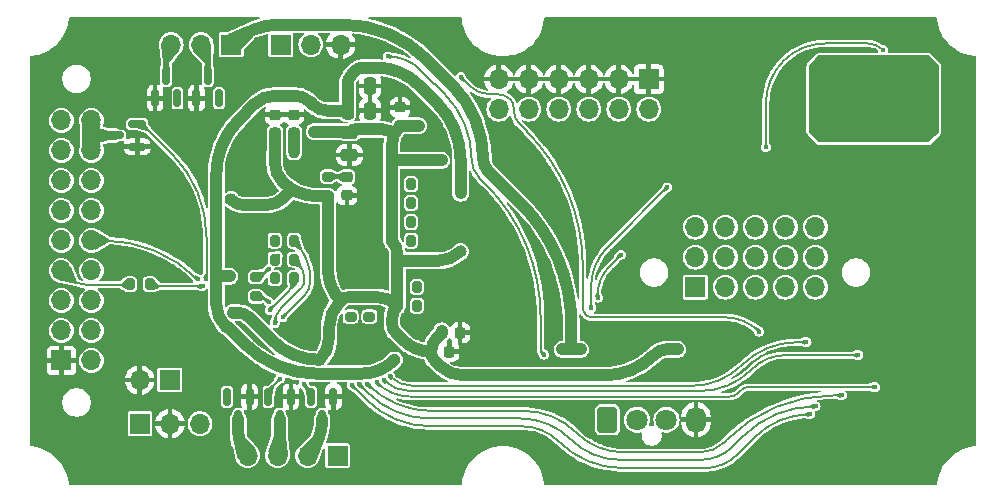
<source format=gbr>
%TF.GenerationSoftware,KiCad,Pcbnew,8.0.5*%
%TF.CreationDate,2025-01-05T11:13:20+01:00*%
%TF.ProjectId,BlockBoxController,426c6f63-6b42-46f7-9843-6f6e74726f6c,rev?*%
%TF.SameCoordinates,Original*%
%TF.FileFunction,Copper,L4,Bot*%
%TF.FilePolarity,Positive*%
%FSLAX46Y46*%
G04 Gerber Fmt 4.6, Leading zero omitted, Abs format (unit mm)*
G04 Created by KiCad (PCBNEW 8.0.5) date 2025-01-05 11:13:20*
%MOMM*%
%LPD*%
G01*
G04 APERTURE LIST*
G04 Aperture macros list*
%AMRoundRect*
0 Rectangle with rounded corners*
0 $1 Rounding radius*
0 $2 $3 $4 $5 $6 $7 $8 $9 X,Y pos of 4 corners*
0 Add a 4 corners polygon primitive as box body*
4,1,4,$2,$3,$4,$5,$6,$7,$8,$9,$2,$3,0*
0 Add four circle primitives for the rounded corners*
1,1,$1+$1,$2,$3*
1,1,$1+$1,$4,$5*
1,1,$1+$1,$6,$7*
1,1,$1+$1,$8,$9*
0 Add four rect primitives between the rounded corners*
20,1,$1+$1,$2,$3,$4,$5,0*
20,1,$1+$1,$4,$5,$6,$7,0*
20,1,$1+$1,$6,$7,$8,$9,0*
20,1,$1+$1,$8,$9,$2,$3,0*%
G04 Aperture macros list end*
%TA.AperFunction,EtchedComponent*%
%ADD10C,0.200000*%
%TD*%
%TA.AperFunction,ComponentPad*%
%ADD11R,1.700000X1.700000*%
%TD*%
%TA.AperFunction,ComponentPad*%
%ADD12O,1.700000X1.700000*%
%TD*%
%TA.AperFunction,SMDPad,CuDef*%
%ADD13RoundRect,0.200000X-0.200000X-0.275000X0.200000X-0.275000X0.200000X0.275000X-0.200000X0.275000X0*%
%TD*%
%TA.AperFunction,SMDPad,CuDef*%
%ADD14RoundRect,0.200000X0.200000X0.275000X-0.200000X0.275000X-0.200000X-0.275000X0.200000X-0.275000X0*%
%TD*%
%TA.AperFunction,SMDPad,CuDef*%
%ADD15RoundRect,0.200000X0.275000X-0.200000X0.275000X0.200000X-0.275000X0.200000X-0.275000X-0.200000X0*%
%TD*%
%TA.AperFunction,SMDPad,CuDef*%
%ADD16RoundRect,0.200000X-0.275000X0.200000X-0.275000X-0.200000X0.275000X-0.200000X0.275000X0.200000X0*%
%TD*%
%TA.AperFunction,SMDPad,CuDef*%
%ADD17RoundRect,0.150000X-0.150000X0.587500X-0.150000X-0.587500X0.150000X-0.587500X0.150000X0.587500X0*%
%TD*%
%TA.AperFunction,SMDPad,CuDef*%
%ADD18RoundRect,0.150000X0.587500X0.150000X-0.587500X0.150000X-0.587500X-0.150000X0.587500X-0.150000X0*%
%TD*%
%TA.AperFunction,SMDPad,CuDef*%
%ADD19RoundRect,0.150000X0.150000X-0.587500X0.150000X0.587500X-0.150000X0.587500X-0.150000X-0.587500X0*%
%TD*%
%TA.AperFunction,ComponentPad*%
%ADD20RoundRect,0.250000X0.600000X-0.850000X0.600000X0.850000X-0.600000X0.850000X-0.600000X-0.850000X0*%
%TD*%
%TA.AperFunction,ComponentPad*%
%ADD21C,1.800000*%
%TD*%
%TA.AperFunction,ComponentPad*%
%ADD22O,1.700000X2.200000*%
%TD*%
%TA.AperFunction,SMDPad,CuDef*%
%ADD23RoundRect,0.225000X0.250000X-0.225000X0.250000X0.225000X-0.250000X0.225000X-0.250000X-0.225000X0*%
%TD*%
%TA.AperFunction,SMDPad,CuDef*%
%ADD24RoundRect,0.250000X-0.250000X-0.475000X0.250000X-0.475000X0.250000X0.475000X-0.250000X0.475000X0*%
%TD*%
%TA.AperFunction,SMDPad,CuDef*%
%ADD25RoundRect,0.225000X-0.250000X0.225000X-0.250000X-0.225000X0.250000X-0.225000X0.250000X0.225000X0*%
%TD*%
%TA.AperFunction,SMDPad,CuDef*%
%ADD26RoundRect,0.225000X0.225000X0.250000X-0.225000X0.250000X-0.225000X-0.250000X0.225000X-0.250000X0*%
%TD*%
%TA.AperFunction,SMDPad,CuDef*%
%ADD27RoundRect,0.250000X0.475000X-0.250000X0.475000X0.250000X-0.475000X0.250000X-0.475000X-0.250000X0*%
%TD*%
%TA.AperFunction,ViaPad*%
%ADD28C,0.450000*%
%TD*%
%TA.AperFunction,Conductor*%
%ADD29C,0.200000*%
%TD*%
%TA.AperFunction,Conductor*%
%ADD30C,1.000000*%
%TD*%
%TA.AperFunction,Conductor*%
%ADD31C,0.500000*%
%TD*%
%TA.AperFunction,Conductor*%
%ADD32C,1.500000*%
%TD*%
%TA.AperFunction,Conductor*%
%ADD33C,0.800000*%
%TD*%
G04 APERTURE END LIST*
D10*
%TO.C,REF\u002A\u002A*%
X186800000Y-84300000D02*
X186800000Y-89900000D01*
X186000000Y-90700000D01*
X176800000Y-90700000D01*
X176000000Y-89900000D01*
X176000000Y-84300000D01*
X176800000Y-83500000D01*
X186000000Y-83500000D01*
X186800000Y-84300000D01*
%TA.AperFunction,EtchedComponent*%
G36*
X186800000Y-84300000D02*
G01*
X186800000Y-89900000D01*
X186000000Y-90700000D01*
X176800000Y-90700000D01*
X176000000Y-89900000D01*
X176000000Y-84300000D01*
X176800000Y-83500000D01*
X186000000Y-83500000D01*
X186800000Y-84300000D01*
G37*
%TD.AperFunction*%
%TD*%
D11*
%TO.P,J13,1,Pin_1*%
%TO.N,/I2C5_SCL*%
X166300000Y-103040000D03*
D12*
%TO.P,J13,2,Pin_2*%
%TO.N,/I2C5_SDA*%
X166300000Y-100500000D03*
%TO.P,J13,3,Pin_3*%
%TO.N,/I2C5_~{INT0}*%
X166300000Y-97960000D03*
%TO.P,J13,4,Pin_4*%
%TO.N,/I2C5_SCL*%
X168840000Y-103040000D03*
%TO.P,J13,5,Pin_5*%
%TO.N,/I2C5_SDA*%
X168840000Y-100500000D03*
%TO.P,J13,6,Pin_6*%
%TO.N,/I2C5_~{INT1}*%
X168840000Y-97960000D03*
%TO.P,J13,7,Pin_7*%
%TO.N,/I2C5_SCL*%
X171380000Y-103040000D03*
%TO.P,J13,8,Pin_8*%
%TO.N,/I2C5_SDA*%
X171380000Y-100500000D03*
%TO.P,J13,9,Pin_9*%
%TO.N,/I2C5_~{INT2}*%
X171380000Y-97960000D03*
%TO.P,J13,10,Pin_10*%
%TO.N,/I2C5_SCL*%
X173920000Y-103040000D03*
%TO.P,J13,11,Pin_11*%
%TO.N,/I2C5_SDA*%
X173920000Y-100500000D03*
%TO.P,J13,12,Pin_12*%
%TO.N,/I2C5_~{INT3}*%
X173920000Y-97960000D03*
%TO.P,J13,13,Pin_13*%
%TO.N,/I2C5_SCL*%
X176460000Y-103040000D03*
%TO.P,J13,14,Pin_14*%
%TO.N,/I2C5_SDA*%
X176460000Y-100500000D03*
%TO.P,J13,15,Pin_15*%
%TO.N,/I2C5_~{INT4}*%
X176460000Y-97960000D03*
%TD*%
%TO.P,J3,18,GND_BL*%
%TO.N,Net-(Q3-D)*%
X115165000Y-88930000D03*
%TO.P,J3,17,VBL*%
%TO.N,Net-(JP1-C)*%
X112625000Y-88930000D03*
%TO.P,J3,16,GND_BL*%
%TO.N,Net-(Q3-D)*%
X115165000Y-91470000D03*
%TO.P,J3,15,VBL*%
%TO.N,Net-(JP1-C)*%
X112625000Y-91470000D03*
%TO.P,J3,14,GPIO3*%
%TO.N,/LCD_GPIO3{slash}B1_D7*%
X115165000Y-94010000D03*
%TO.P,J3,13,GPIO2*%
%TO.N,/LCD_GPIO2{slash}B1_D6*%
X112625000Y-94010000D03*
%TO.P,J3,12,GPIO1/IO3*%
%TO.N,Net-(J3-GPIO1{slash}IO3)*%
X115165000Y-96550000D03*
%TO.P,J3,11,GPIO0/IO2*%
%TO.N,Net-(J3-GPIO0{slash}IO2)*%
X112625000Y-96550000D03*
%TO.P,J3,10,AUDIO_L*%
%TO.N,/LCD_B1_D3*%
X115165000Y-99090000D03*
%TO.P,J3,9,~{PD}*%
%TO.N,/LCD_~{PD}{slash}B1_D2*%
X112625000Y-99090000D03*
%TO.P,J3,8,~{INT}*%
%TO.N,/LCD_~{INT}{slash}B1_D1*%
X115165000Y-101630000D03*
%TO.P,J3,7,~{CS}*%
%TO.N,Net-(J3-~{CS})*%
X112625000Y-101630000D03*
%TO.P,J3,6,MOSI/IO0*%
%TO.N,Net-(J3-MOSI{slash}IO0)*%
X115165000Y-104170000D03*
%TO.P,J3,5,MISO/IO1*%
%TO.N,Net-(J3-MISO{slash}IO1)*%
X112625000Y-104170000D03*
%TO.P,J3,4,SCK*%
%TO.N,Net-(J3-SCK)*%
X115165000Y-106710000D03*
%TO.P,J3,3,NC1*%
%TO.N,Net-(J3-NC1)*%
X112625000Y-106710000D03*
%TO.P,J3,2,VDD*%
%TO.N,+3.3V*%
X115165000Y-109250000D03*
D11*
%TO.P,J3,1,GND*%
%TO.N,GND*%
X112625000Y-109250000D03*
%TD*%
D13*
%TO.P,R23,1*%
%TO.N,+3.3V*%
X141075000Y-104600000D03*
%TO.P,R23,2*%
%TO.N,/I2C5_SDA*%
X142725000Y-104600000D03*
%TD*%
%TO.P,R22,1*%
%TO.N,+3.3V*%
X141075000Y-103000000D03*
%TO.P,R22,2*%
%TO.N,/I2C5_SCL*%
X142725000Y-103000000D03*
%TD*%
D14*
%TO.P,R21,2*%
%TO.N,/LCD_IO0{slash}MOSI{slash}B1_~{E}*%
X130675000Y-100700000D03*
%TO.P,R21,1*%
%TO.N,/LCD_ALT_MOSI*%
X132325000Y-100700000D03*
%TD*%
%TO.P,R20,1*%
%TO.N,/LCD_ALT_MISO*%
X132325000Y-99100000D03*
%TO.P,R20,2*%
%TO.N,/LCD_IO1{slash}MISO{slash}B1_RW*%
X130675000Y-99100000D03*
%TD*%
%TO.P,R19,1*%
%TO.N,/LCD_ALT_SCK*%
X132325000Y-102275000D03*
%TO.P,R19,2*%
%TO.N,/LCD_SCK{slash}B1_RS*%
X130675000Y-102275000D03*
%TD*%
D15*
%TO.P,R18,2*%
%TO.N,/LCD_~{CS}{slash}B1_D0*%
X129100000Y-102175000D03*
%TO.P,R18,1*%
%TO.N,/LCD_ALT_~{CS}*%
X129100000Y-103825000D03*
%TD*%
D13*
%TO.P,R17,2*%
%TO.N,/I2C4_SDA{slash}UART4_TX*%
X142225000Y-94300000D03*
%TO.P,R17,1*%
%TO.N,+3.3V*%
X140575000Y-94300000D03*
%TD*%
%TO.P,R16,2*%
%TO.N,/I2C4_SCL{slash}UART4_RX*%
X142225000Y-95900000D03*
%TO.P,R16,1*%
%TO.N,+3.3V*%
X140575000Y-95900000D03*
%TD*%
%TO.P,R15,1*%
%TO.N,+3.3V*%
X140575000Y-97500000D03*
%TO.P,R15,2*%
%TO.N,/I2C1_SDA{slash}USART1_RX*%
X142225000Y-97500000D03*
%TD*%
%TO.P,R14,1*%
%TO.N,+3.3V*%
X140575000Y-99100000D03*
%TO.P,R14,2*%
%TO.N,/I2C1_SCL{slash}USART1_TX*%
X142225000Y-99100000D03*
%TD*%
%TO.P,R10,1*%
%TO.N,+3.3V*%
X130675000Y-91600000D03*
%TO.P,R10,2*%
%TO.N,Net-(U1-VREF+)*%
X132325000Y-91600000D03*
%TD*%
D16*
%TO.P,R9,1*%
%TO.N,+3.3V*%
X137100000Y-103875000D03*
%TO.P,R9,2*%
%TO.N,/CHG_SMB_SDA*%
X137100000Y-105525000D03*
%TD*%
%TO.P,R8,1*%
%TO.N,+3.3V*%
X138700000Y-103875000D03*
%TO.P,R8,2*%
%TO.N,/CHG_SMB_SCL*%
X138700000Y-105525000D03*
%TD*%
D15*
%TO.P,R5,2*%
%TO.N,Net-(J2-Pin_5)*%
X135200000Y-93675000D03*
%TO.P,R5,1*%
%TO.N,+3.3V*%
X135200000Y-95325000D03*
%TD*%
D14*
%TO.P,R3,2*%
%TO.N,Net-(J3-~{CS})*%
X118450000Y-102800000D03*
%TO.P,R3,1*%
%TO.N,/LCD_~{CS}{slash}B1_D0*%
X120100000Y-102800000D03*
%TD*%
D17*
%TO.P,Q6,1,G*%
%TO.N,/LED_B*%
X126650000Y-112325000D03*
%TO.P,Q6,2,S*%
%TO.N,GND*%
X128550000Y-112325000D03*
%TO.P,Q6,3,D*%
%TO.N,Net-(J8-Pin_4)*%
X127600000Y-114200000D03*
%TD*%
%TO.P,Q5,1,G*%
%TO.N,/LED_G*%
X133750000Y-112325000D03*
%TO.P,Q5,2,S*%
%TO.N,GND*%
X135650000Y-112325000D03*
%TO.P,Q5,3,D*%
%TO.N,Net-(J8-Pin_2)*%
X134700000Y-114200000D03*
%TD*%
%TO.P,Q4,1,G*%
%TO.N,/LED_R*%
X130150000Y-112325000D03*
%TO.P,Q4,2,S*%
%TO.N,GND*%
X132050000Y-112325000D03*
%TO.P,Q4,3,D*%
%TO.N,Net-(J8-Pin_3)*%
X131100000Y-114200000D03*
%TD*%
D18*
%TO.P,Q3,1,G*%
%TO.N,/LCD_BL_DRV*%
X119037500Y-89250000D03*
%TO.P,Q3,2,S*%
%TO.N,GND*%
X119037500Y-91150000D03*
%TO.P,Q3,3,D*%
%TO.N,Net-(Q3-D)*%
X117162500Y-90200000D03*
%TD*%
D19*
%TO.P,Q2,1,G*%
%TO.N,/B1_SWLED_PWR*%
X122450000Y-87037500D03*
%TO.P,Q2,2,S*%
%TO.N,GND*%
X120550000Y-87037500D03*
%TO.P,Q2,3,D*%
%TO.N,Net-(J1-Pin_3)*%
X121500000Y-85162500D03*
%TD*%
%TO.P,Q1,1,G*%
%TO.N,/B1_SWLED_MAIN*%
X125950000Y-87037500D03*
%TO.P,Q1,2,S*%
%TO.N,GND*%
X124050000Y-87037500D03*
%TO.P,Q1,3,D*%
%TO.N,Net-(J1-Pin_2)*%
X125000000Y-85162500D03*
%TD*%
D20*
%TO.P,J15,1,Pin_1*%
%TO.N,+12V*%
X158850000Y-114270000D03*
D21*
%TO.P,J15,2,Pin_2*%
%TO.N,+5V*%
X161350000Y-114270000D03*
%TO.P,J15,3,Pin_3*%
%TO.N,+3.3V*%
X163850000Y-114270000D03*
D22*
%TO.P,J15,4,Pin_4*%
%TO.N,GND*%
X166350000Y-114270000D03*
%TD*%
D11*
%TO.P,J14,1,Pin_1*%
%TO.N,GND*%
X162350000Y-85425000D03*
D12*
%TO.P,J14,2,Pin_2*%
%TO.N,/B1_VOL_UP*%
X162350000Y-87965000D03*
%TO.P,J14,3,Pin_3*%
%TO.N,GND*%
X159810000Y-85425000D03*
%TO.P,J14,4,Pin_4*%
%TO.N,/B1_VOL_DOWN*%
X159810000Y-87965000D03*
%TO.P,J14,5,Pin_5*%
%TO.N,GND*%
X157270000Y-85425000D03*
%TO.P,J14,6,Pin_6*%
%TO.N,/B1_BACK*%
X157270000Y-87965000D03*
%TO.P,J14,7,Pin_7*%
%TO.N,GND*%
X154730000Y-85425000D03*
%TO.P,J14,8,Pin_8*%
%TO.N,/B1_PLAY*%
X154730000Y-87965000D03*
%TO.P,J14,9,Pin_9*%
%TO.N,GND*%
X152190000Y-85425000D03*
%TO.P,J14,10,Pin_10*%
%TO.N,/B1_MFB*%
X152190000Y-87965000D03*
%TO.P,J14,11,Pin_11*%
%TO.N,GND*%
X149650000Y-85425000D03*
%TO.P,J14,12,Pin_12*%
%TO.N,/B1_FWD*%
X149650000Y-87965000D03*
%TD*%
D11*
%TO.P,J12,1,Pin_1*%
%TO.N,+3.3V*%
X131200000Y-82500000D03*
D12*
%TO.P,J12,2,Pin_2*%
%TO.N,/B1_LED_BRIGHTNESS*%
X133740000Y-82500000D03*
%TO.P,J12,3,Pin_3*%
%TO.N,GND*%
X136280000Y-82500000D03*
%TD*%
D11*
%TO.P,J9,1,Pin_1*%
%TO.N,/B1_LEDMODE_1*%
X119275000Y-114600000D03*
D12*
%TO.P,J9,2,Pin_2*%
%TO.N,GND*%
X121815000Y-114600000D03*
%TO.P,J9,3,Pin_3*%
%TO.N,/B1_LEDMODE_2*%
X124355000Y-114600000D03*
%TD*%
D11*
%TO.P,J8,1,Pin_1*%
%TO.N,+12V*%
X136000000Y-117300000D03*
D12*
%TO.P,J8,2,Pin_2*%
%TO.N,Net-(J8-Pin_2)*%
X133460000Y-117300000D03*
%TO.P,J8,3,Pin_3*%
%TO.N,Net-(J8-Pin_3)*%
X130920000Y-117300000D03*
%TO.P,J8,4,Pin_4*%
%TO.N,Net-(J8-Pin_4)*%
X128380000Y-117300000D03*
%TD*%
D11*
%TO.P,J7,1,Pin_1*%
%TO.N,/B1_LCD_SWITCH*%
X121800000Y-110900000D03*
D12*
%TO.P,J7,2,Pin_2*%
%TO.N,GND*%
X119260000Y-110900000D03*
%TD*%
D11*
%TO.P,J1,1,Pin_1*%
%TO.N,+5V*%
X127000000Y-82500000D03*
D12*
%TO.P,J1,2,Pin_2*%
%TO.N,Net-(J1-Pin_2)*%
X124460000Y-82500000D03*
%TO.P,J1,3,Pin_3*%
%TO.N,Net-(J1-Pin_3)*%
X121920000Y-82500000D03*
%TD*%
D23*
%TO.P,C22,1*%
%TO.N,Net-(U1-VREF+)*%
X132300000Y-89975000D03*
%TO.P,C22,2*%
%TO.N,GND*%
X132300000Y-88425000D03*
%TD*%
D24*
%TO.P,C20,1*%
%TO.N,VCC*%
X136850000Y-88100000D03*
%TO.P,C20,2*%
%TO.N,GND*%
X138750000Y-88100000D03*
%TD*%
%TO.P,C19,1*%
%TO.N,VCC*%
X136850000Y-86000000D03*
%TO.P,C19,2*%
%TO.N,GND*%
X138750000Y-86000000D03*
%TD*%
D25*
%TO.P,C18,2*%
%TO.N,GND*%
X136800000Y-95275000D03*
%TO.P,C18,1*%
%TO.N,Net-(J2-Pin_5)*%
X136800000Y-93725000D03*
%TD*%
%TO.P,C16,1*%
%TO.N,GND*%
X130700000Y-88450000D03*
%TO.P,C16,2*%
%TO.N,+3.3V*%
X130700000Y-90000000D03*
%TD*%
D26*
%TO.P,C15,1*%
%TO.N,GND*%
X146375000Y-106900000D03*
%TO.P,C15,2*%
%TO.N,+3.3V*%
X144825000Y-106900000D03*
%TD*%
D27*
%TO.P,C9,2*%
%TO.N,+3.3V*%
X137000000Y-89950000D03*
%TO.P,C9,1*%
%TO.N,GND*%
X137000000Y-91850000D03*
%TD*%
D26*
%TO.P,C2,1*%
%TO.N,GND*%
X145475000Y-108500000D03*
%TO.P,C2,2*%
%TO.N,+3.3V*%
X143925000Y-108500000D03*
%TD*%
D25*
%TO.P,C1,2*%
%TO.N,+3.3V*%
X141300000Y-89375000D03*
%TO.P,C1,1*%
%TO.N,GND*%
X141300000Y-87825000D03*
%TD*%
D28*
%TO.N,GND*%
X157400000Y-100800000D03*
X156200000Y-101900000D03*
X187300000Y-83200000D03*
X173800000Y-109700000D03*
X162600000Y-119500000D03*
X143900000Y-112900000D03*
X136600000Y-108900000D03*
X123200000Y-81700000D03*
X116600000Y-84400000D03*
X110800000Y-100400000D03*
X110700000Y-91800000D03*
X139000000Y-119100000D03*
X152900000Y-116700000D03*
X157500000Y-96600000D03*
X122600000Y-95600000D03*
X120700000Y-99100000D03*
X161100000Y-89900000D03*
X148600000Y-88700000D03*
X153700000Y-94600000D03*
X151800000Y-93900000D03*
X181800000Y-108500000D03*
X181800000Y-97300000D03*
X174900000Y-93500000D03*
X165500000Y-93300000D03*
X156443365Y-95060908D03*
X182400000Y-95600000D03*
X175700000Y-90260000D03*
X165300000Y-89200000D03*
X162700000Y-95100000D03*
X164400000Y-101800000D03*
X162200000Y-98900000D03*
X152900000Y-99700000D03*
X154400000Y-102900000D03*
X133000000Y-97100000D03*
X137700000Y-98200000D03*
X138000000Y-100700000D03*
X131800000Y-110900000D03*
X119800000Y-97100000D03*
X123400000Y-104800000D03*
X119700000Y-105300000D03*
X117900000Y-100900000D03*
X125900000Y-89400000D03*
X128300000Y-92300000D03*
X180925000Y-82950000D03*
%TO.N,/I2C1_~{INT0}*%
X182175000Y-82950000D03*
X172270000Y-91200000D03*
%TO.N,GND*%
X117700000Y-91200000D03*
X120300000Y-91200000D03*
X132450000Y-93150000D03*
X137900000Y-93500000D03*
X136800000Y-95275000D03*
X145500000Y-93100000D03*
X169700000Y-84300000D03*
X168800000Y-83000000D03*
X180000000Y-83000000D03*
X185100000Y-99900000D03*
X183700000Y-100800000D03*
X182400000Y-99900000D03*
X185100000Y-112000000D03*
X183700000Y-112900000D03*
X182400000Y-112000000D03*
X174100000Y-116300000D03*
X173200000Y-115000000D03*
X150500000Y-109500000D03*
X152100000Y-108900000D03*
X147975000Y-100000000D03*
X149300000Y-92200000D03*
X147400000Y-93900000D03*
X126900000Y-94025000D03*
X126000000Y-107700000D03*
X134580000Y-111340000D03*
X114100000Y-117100000D03*
%TO.N,/CHG_IOUT*%
X171700000Y-106800000D03*
X146440000Y-85270000D03*
%TO.N,Net-(J2-Pin_5)*%
X140290000Y-83510000D03*
X136800000Y-93725000D03*
X153490000Y-108750000D03*
%TO.N,/CHG_ACOK*%
X175995000Y-113805000D03*
X137200000Y-111340000D03*
%TO.N,/CHG_SMB_SDA*%
X176470000Y-113130000D03*
X137850000Y-111260000D03*
X137100000Y-105525000D03*
%TO.N,/CHG_SMB_SCL*%
X138700000Y-105525000D03*
X178700000Y-112200000D03*
X138530000Y-111260000D03*
%TO.N,/LCD_ALT_MISO*%
X131350000Y-105600000D03*
%TO.N,/LCD_ALT_MOSI*%
X130700000Y-106060000D03*
%TO.N,/LCD_ALT_SCK*%
X130260000Y-104970000D03*
%TO.N,/LCD_~{CS}{slash}B1_D0*%
X130180000Y-101490000D03*
%TO.N,/LCD_ALT_~{CS}*%
X130190000Y-104310000D03*
%TO.N,/AMP_~{CLIP_OTW}*%
X181500000Y-111500000D03*
%TO.N,/AMP_~{FAULT}*%
X180100000Y-108800000D03*
%TO.N,/AMP_~{RESET}*%
X175700000Y-107700000D03*
%TO.N,/AMP_~{CLIP_OTW}*%
X139320000Y-111110000D03*
%TO.N,/AMP_~{FAULT}*%
X139910000Y-110920000D03*
%TO.N,/AMP_~{RESET}*%
X140450000Y-110600000D03*
%TO.N,+3.3V*%
X127150000Y-95360000D03*
X126670000Y-95780000D03*
X127080000Y-105520000D03*
X126950000Y-104930000D03*
%TO.N,/B1_SWLED_MAIN*%
X125950000Y-87037500D03*
%TO.N,/B1_SWLED_PWR*%
X122450000Y-87037500D03*
%TO.N,GND*%
X124050000Y-87037500D03*
X120550000Y-87037500D03*
X135700000Y-112700000D03*
X135700000Y-112000000D03*
X132100000Y-112700000D03*
X132100000Y-112000000D03*
X128600000Y-112700000D03*
X128600000Y-112000000D03*
%TO.N,/LED_B*%
X126650000Y-112325000D03*
%TO.N,/LED_G*%
X133120000Y-111260000D03*
%TO.N,/LED_R*%
X131140000Y-110800000D03*
%TO.N,GND*%
X141700000Y-115200000D03*
X139700000Y-115200000D03*
X140700000Y-115200000D03*
%TO.N,Net-(J6-Pin_3)*%
X163920000Y-94590000D03*
X157460000Y-104810000D03*
%TO.N,/I2C5_SDA*%
X160000000Y-100300000D03*
X158030000Y-103920000D03*
X142725000Y-104600000D03*
%TO.N,/I2C5_SCL*%
X142725000Y-103000000D03*
%TO.N,/I2C1_SCL{slash}USART1_TX*%
X142225000Y-99100000D03*
%TO.N,/I2C1_SDA{slash}USART1_RX*%
X142225000Y-97500000D03*
%TO.N,/I2C4_SCL{slash}UART4_RX*%
X142225000Y-95900000D03*
%TO.N,/I2C4_SDA{slash}UART4_TX*%
X142100000Y-94220000D03*
%TO.N,+5V*%
X155000000Y-108300000D03*
X156600000Y-108300000D03*
X155800000Y-108300000D03*
%TO.N,GND*%
X161000000Y-108300000D03*
X159400000Y-108300000D03*
X160200000Y-108300000D03*
%TO.N,+3.3V*%
X164800000Y-108300000D03*
X163200000Y-108300000D03*
X164000000Y-108300000D03*
%TO.N,GND*%
X169200000Y-108300000D03*
X167600000Y-108300000D03*
X168400000Y-108300000D03*
X138700000Y-85600000D03*
%TO.N,/LCD_B1_D3*%
X124160000Y-102390000D03*
%TO.N,/LCD_~{CS}{slash}B1_D0*%
X124570000Y-102970000D03*
%TO.N,/LCD_BL_DRV*%
X124830000Y-102330000D03*
%TO.N,/LCD_IO1{slash}MISO{slash}B1_RW*%
X130675000Y-99100000D03*
%TO.N,/LCD_IO0{slash}MOSI{slash}B1_~{E}*%
X130930000Y-100390000D03*
%TO.N,/LCD_SCK{slash}B1_RS*%
X130720000Y-102070000D03*
%TO.N,GND*%
X143180000Y-94600000D03*
X143180000Y-96610000D03*
X134200000Y-106070000D03*
X130240000Y-103100000D03*
X130230000Y-95100000D03*
X138700000Y-93070000D03*
X138750000Y-90710000D03*
X141700000Y-106150000D03*
X137700000Y-88325000D03*
X147975000Y-95100000D03*
X146375000Y-106900000D03*
X145475000Y-108500000D03*
X142375000Y-109200000D03*
%TO.N,+3.3V*%
X144825000Y-106900000D03*
X134500000Y-109200000D03*
%TO.N,GND*%
X127600000Y-106100000D03*
X126900000Y-103675000D03*
%TO.N,VCC*%
X136900000Y-86900000D03*
X136900000Y-86300000D03*
%TO.N,GND*%
X138600000Y-88325000D03*
X141300000Y-87825000D03*
X142900000Y-87825000D03*
%TO.N,+3.3V*%
X141300000Y-89325000D03*
X136964645Y-89935355D03*
%TO.N,Net-(U1-VREF+)*%
X132300000Y-89975000D03*
%TO.N,GND*%
X133700000Y-88600000D03*
X132300000Y-88425000D03*
X130700000Y-88450000D03*
%TO.N,+3.3V*%
X144825000Y-92300000D03*
X146425000Y-100000000D03*
X143925000Y-108500000D03*
X142900000Y-89375000D03*
X134000000Y-89875000D03*
%TO.N,VCC*%
X126900000Y-102125000D03*
X140825000Y-109200000D03*
X146425000Y-95100000D03*
%TO.N,+3.3V*%
X130700000Y-90000000D03*
%TD*%
D29*
%TO.N,/I2C1_~{INT0}*%
X177270609Y-82410000D02*
X180871325Y-82410000D01*
X172270000Y-91200000D02*
X172270000Y-87481320D01*
X180871325Y-82410000D02*
G75*
G02*
X182174993Y-82950007I-25J-1843700D01*
G01*
X173770000Y-83860000D02*
G75*
G02*
X177270609Y-82410004I3500600J-3500600D01*
G01*
X172270000Y-87481320D02*
G75*
G02*
X173769994Y-83859994I5121300J20D01*
G01*
%TO.N,/CHG_IOUT*%
X157451422Y-105590000D02*
X157767574Y-105590000D01*
X157767574Y-105590000D02*
X168778802Y-105590000D01*
X157020000Y-105370000D02*
X157090502Y-105440502D01*
X156770000Y-101331656D02*
X156770000Y-104770000D01*
X150910000Y-87804558D02*
X150910000Y-88030000D01*
X150620000Y-87130000D02*
X150638076Y-87148076D01*
X148990000Y-86720000D02*
X149630173Y-86720000D01*
X146440000Y-85270000D02*
X147112182Y-85942182D01*
X168778802Y-105590000D02*
G75*
G02*
X171700000Y-106800000I-2J-4131200D01*
G01*
X156770000Y-104770000D02*
G75*
G03*
X157017482Y-105367493I845000J0D01*
G01*
X152010000Y-89840000D02*
G75*
G02*
X156770018Y-101331656I-11491700J-11491700D01*
G01*
X151412046Y-89242046D02*
X152010000Y-89840000D01*
X157017487Y-105367488D02*
X157020000Y-105370000D01*
X150910000Y-88030000D02*
G75*
G03*
X151412044Y-89242048I1714100J0D01*
G01*
X150638076Y-87148076D02*
G75*
G02*
X150910031Y-87804558I-656476J-656524D01*
G01*
X149630173Y-86720000D02*
G75*
G02*
X150620008Y-87129992I27J-1399800D01*
G01*
X147112182Y-85942182D02*
G75*
G03*
X148990000Y-86720010I1877818J1877782D01*
G01*
X157090502Y-105440502D02*
G75*
G03*
X157451422Y-105589990I360898J360902D01*
G01*
%TO.N,Net-(J2-Pin_5)*%
X143021372Y-84641372D02*
G75*
G03*
X140290000Y-83509988I-2731372J-2731328D01*
G01*
X143765757Y-85385757D02*
X143021372Y-84641372D01*
%TO.N,Net-(J6-Pin_3)*%
X157460000Y-104810000D02*
X157460000Y-103035828D01*
X157460000Y-103035828D02*
G75*
G02*
X158864182Y-99645796I4794200J28D01*
G01*
D30*
%TO.N,+5V*%
X136410000Y-80810000D02*
X131080020Y-80810000D01*
X145716634Y-85926634D02*
X143562778Y-83772778D01*
X151489311Y-95909311D02*
X148693554Y-93113554D01*
X155800000Y-108300000D02*
X155800000Y-106316235D01*
X131080020Y-80810000D02*
G75*
G03*
X126999994Y-82499994I-20J-5770000D01*
G01*
X143562778Y-83772778D02*
G75*
G03*
X136410000Y-80810013I-7152778J-7152822D01*
G01*
X148340000Y-92260000D02*
G75*
G03*
X145716627Y-85926641I-8956700J0D01*
G01*
X148693554Y-93113554D02*
G75*
G02*
X148339998Y-92260000I853546J853554D01*
G01*
X155800000Y-106316235D02*
G75*
G03*
X151489310Y-95909312I-14717620J-5D01*
G01*
D29*
%TO.N,Net-(J2-Pin_5)*%
X136679290Y-93675000D02*
G75*
G02*
X136800003Y-93724997I10J-170700D01*
G01*
X135200000Y-93675000D02*
X136679290Y-93675000D01*
X144183640Y-85803640D02*
X143765757Y-85385757D01*
X144250000Y-85870000D02*
X144183640Y-85803640D01*
X145058974Y-86678974D02*
X144250000Y-85870000D01*
X147350000Y-92210000D02*
G75*
G03*
X145058963Y-86678985I-7822000J0D01*
G01*
X148000539Y-93780539D02*
G75*
G02*
X147350007Y-92210000I1570561J1570539D01*
G01*
X153193904Y-105583802D02*
G75*
G03*
X148520001Y-94299999I-15957704J2D01*
G01*
X153193904Y-108450465D02*
X153193904Y-105583802D01*
X148520000Y-94300000D02*
X148000539Y-93780539D01*
X153490000Y-108750000D02*
X153193904Y-108450465D01*
D30*
%TO.N,VCC*%
X138160121Y-84450000D02*
X139294731Y-84450000D01*
X139294731Y-84450000D02*
G75*
G02*
X142905703Y-85945739I-31J-5106700D01*
G01*
X146425000Y-92309076D02*
X146425000Y-95100000D01*
X137460000Y-84740000D02*
G75*
G02*
X138160121Y-84450009I700100J-700100D01*
G01*
X137309619Y-84890380D02*
X137460000Y-84740000D01*
X142905721Y-85945721D02*
X144413934Y-87453934D01*
X136850000Y-86000000D02*
G75*
G02*
X137309628Y-84890389I1569200J0D01*
G01*
X144413934Y-87453934D02*
G75*
G02*
X146425019Y-92309076I-4855134J-4855166D01*
G01*
D29*
%TO.N,/CHG_ACOK*%
X169860000Y-117210000D02*
X171334598Y-115735402D01*
X160161980Y-118360000D02*
X167083655Y-118360000D01*
X143910000Y-114820000D02*
X151615665Y-114820000D01*
X137200000Y-111340000D02*
X138396045Y-112536045D01*
X171334598Y-115735402D02*
G75*
G02*
X175995000Y-113804999I4660402J-4660398D01*
G01*
X154730000Y-116110000D02*
G75*
G03*
X160161980Y-118360008I5432000J5432000D01*
G01*
X151615665Y-114820000D02*
G75*
G02*
X154730010Y-116109990I35J-4404300D01*
G01*
X138396045Y-112536045D02*
G75*
G03*
X143910000Y-114820003I5513955J5513945D01*
G01*
X167083655Y-118360000D02*
G75*
G03*
X169860034Y-117210034I45J3926400D01*
G01*
%TO.N,/CHG_SMB_SDA*%
X169470000Y-116530000D02*
X170324416Y-115675584D01*
X162890000Y-117660000D02*
X166741939Y-117660000D01*
X159940731Y-117660000D02*
X162890000Y-117660000D01*
X143830000Y-114160000D02*
X151490985Y-114160000D01*
X137850000Y-111260000D02*
X138572111Y-111982111D01*
X170324416Y-115675584D02*
G75*
G02*
X176470000Y-113130009I6145584J-6145616D01*
G01*
X166741939Y-117660000D02*
G75*
G03*
X169469989Y-116529989I-39J3858100D01*
G01*
X151490985Y-114160000D02*
G75*
G02*
X155740005Y-115919995I15J-6009000D01*
G01*
X155740000Y-115920000D02*
G75*
G03*
X159940731Y-117659987I4200700J4200700D01*
G01*
X138572111Y-111982111D02*
G75*
G03*
X143830000Y-114159993I5257889J5257911D01*
G01*
%TO.N,/CHG_SMB_SCL*%
X160241736Y-117020000D02*
X166730345Y-117020000D01*
X143986122Y-113520000D02*
X151791990Y-113520000D01*
X168943679Y-115969824D02*
G75*
G02*
X178044839Y-112200032I9101121J-9101176D01*
G01*
X166730345Y-117020000D02*
G75*
G03*
X168709987Y-116199987I-45J2799700D01*
G01*
X156210000Y-115350000D02*
G75*
G03*
X160241736Y-117019985I4031700J4031700D01*
G01*
X151791990Y-113520000D02*
G75*
G02*
X156210003Y-115349997I10J-6248000D01*
G01*
X138530000Y-111260000D02*
G75*
G03*
X143986122Y-113519991I5456100J5456100D01*
G01*
X168710000Y-116200000D02*
X168943679Y-115969824D01*
X178044839Y-112200000D02*
X178700000Y-112200000D01*
%TO.N,/AMP_~{CLIP_OTW}*%
X170793553Y-111500000D02*
X181500000Y-111500000D01*
X142217056Y-112310000D02*
X169185736Y-112310000D01*
X170155857Y-111764143D02*
G75*
G02*
X170793553Y-111499956I637743J-637657D01*
G01*
X169910000Y-112010000D02*
X170155857Y-111764143D01*
X169185736Y-112310000D02*
G75*
G03*
X169909989Y-112009989I-36J1024300D01*
G01*
X139320000Y-111110000D02*
G75*
G03*
X142217056Y-112310018I2897100J2897100D01*
G01*
%TO.N,/LCD_ALT_MISO*%
X133710000Y-102480000D02*
X133710000Y-102443685D01*
X133172599Y-103777401D02*
G75*
G03*
X133710001Y-102480000I-1297399J1297401D01*
G01*
X131350000Y-105600000D02*
X133172599Y-103777401D01*
X133710000Y-102443685D02*
G75*
G03*
X132324996Y-99100004I-4728700J-15D01*
G01*
%TO.N,/LCD_ALT_MOSI*%
X132684419Y-101059418D02*
X132325000Y-100700000D01*
X133190000Y-102500000D02*
X133190000Y-102280000D01*
X131617573Y-104422427D02*
X132942512Y-103097488D01*
X133190000Y-102280000D02*
G75*
G03*
X132684426Y-101059411I-1726200J0D01*
G01*
X131209117Y-104830883D02*
X131617573Y-104422427D01*
X132942512Y-103097488D02*
G75*
G03*
X133189993Y-102500000I-597512J597488D01*
G01*
X130700000Y-106060000D02*
G75*
G02*
X131209124Y-104830890I1738200J0D01*
G01*
%TO.N,/LCD_ALT_SCK*%
X131879523Y-103350477D02*
G75*
G03*
X132324987Y-102275000I-1075523J1075477D01*
G01*
X130260000Y-104970000D02*
X131879523Y-103350477D01*
%TO.N,/LCD_~{CS}{slash}B1_D0*%
X129774307Y-101895693D02*
X130180000Y-101490000D01*
X129100000Y-102175000D02*
G75*
G03*
X129774304Y-101895690I0J953600D01*
G01*
%TO.N,/LCD_ALT_~{CS}*%
X129217807Y-103825000D02*
X129100000Y-103825000D01*
X130049498Y-104169498D02*
G75*
G03*
X129217807Y-103824999I-831698J-831702D01*
G01*
X130190000Y-104310000D02*
X130049498Y-104169498D01*
D30*
%TO.N,+3.3V*%
X129940000Y-96090000D02*
X128098822Y-96090000D01*
X131425183Y-95474817D02*
G75*
G02*
X129940000Y-96089990I-1485183J1485217D01*
G01*
X128098822Y-96090000D02*
G75*
G02*
X126939993Y-95610007I-22J1638800D01*
G01*
X132148949Y-94751051D02*
X131425183Y-95474817D01*
X134216700Y-95325000D02*
X135200000Y-95325000D01*
X131380000Y-94150000D02*
G75*
G03*
X134216700Y-95325000I2836700J2836700D01*
G01*
X130675000Y-92447980D02*
G75*
G03*
X131379994Y-94150006I2407000J-20D01*
G01*
X130675000Y-91600000D02*
X130675000Y-92447980D01*
X130700000Y-90000000D02*
X130700000Y-91539645D01*
X130700000Y-91539645D02*
G75*
G02*
X130674987Y-91599987I-85400J45D01*
G01*
X135200000Y-101606792D02*
G75*
G03*
X136269998Y-104190002I3653200J-8D01*
G01*
X135200000Y-95325000D02*
X135200000Y-101606792D01*
X136818936Y-89875000D02*
G75*
G02*
X136964635Y-89935365I-36J-206100D01*
G01*
X134000000Y-89875000D02*
X136818936Y-89875000D01*
X127560000Y-105200000D02*
X127120000Y-105200000D01*
X130437086Y-107517086D02*
X128515980Y-105595980D01*
X128515980Y-105595980D02*
G75*
G03*
X127560000Y-105199983I-955980J-955920D01*
G01*
X134500000Y-109200000D02*
G75*
G02*
X130437092Y-107517080I0J5745800D01*
G01*
X135280000Y-107316914D02*
G75*
G02*
X134499996Y-109199996I-2663100J14D01*
G01*
X135280000Y-106500000D02*
X135280000Y-107316914D01*
X136213381Y-104246619D02*
G75*
G03*
X135280011Y-106500000I2253419J-2253381D01*
G01*
X136270000Y-104190000D02*
X136213381Y-104246619D01*
X137100000Y-103875000D02*
X137030477Y-103875000D01*
X137030477Y-103875000D02*
G75*
G03*
X136270007Y-104190007I23J-1075500D01*
G01*
X139324696Y-103875000D02*
G75*
G02*
X141075001Y-104599999I4J-2475300D01*
G01*
X138700000Y-103875000D02*
X139324696Y-103875000D01*
X137100000Y-103875000D02*
X138700000Y-103875000D01*
X137581126Y-89680000D02*
X139788624Y-89680000D01*
X139788624Y-89680000D02*
G75*
G02*
X140798152Y-90098180I-24J-1427700D01*
G01*
X136964645Y-89935355D02*
G75*
G02*
X137581126Y-89680008I616455J-616445D01*
G01*
X142900000Y-89375000D02*
X141300000Y-89375000D01*
X140575000Y-92300000D02*
X140575000Y-91125304D01*
X140575000Y-94300000D02*
X140575000Y-92300000D01*
X144825000Y-92300000D02*
X140575000Y-92300000D01*
X140575000Y-91125304D02*
G75*
G02*
X141299999Y-89374999I2475300J4D01*
G01*
X140575000Y-99100000D02*
X140575000Y-97500000D01*
X140575000Y-95900000D02*
X140575000Y-97500000D01*
X140575000Y-94300000D02*
X140575000Y-95900000D01*
X144493630Y-100800000D02*
X141075000Y-100800000D01*
X146425000Y-100000000D02*
G75*
G02*
X144493630Y-100800012I-1931400J1931400D01*
G01*
X141075000Y-100800000D02*
X141075000Y-103000000D01*
X141075000Y-100307106D02*
X141075000Y-100800000D01*
X140575000Y-99100000D02*
G75*
G02*
X141074997Y-100307106I-1207100J-1207100D01*
G01*
X141075000Y-103000000D02*
X141075000Y-104600000D01*
X140945269Y-106915269D02*
X141543585Y-107513585D01*
X140620000Y-105698467D02*
X140620000Y-106130000D01*
X141543585Y-107513585D02*
G75*
G03*
X143925000Y-108500008I2381415J2381385D01*
G01*
X140620000Y-106130000D02*
G75*
G03*
X140945277Y-106915261I1110500J0D01*
G01*
X141075000Y-104600000D02*
G75*
G03*
X140619986Y-105698467I1098500J-1098500D01*
G01*
D29*
%TO.N,/AMP_~{FAULT}*%
X173928062Y-108800000D02*
X180100000Y-108800000D01*
X171030000Y-110040000D02*
X171097573Y-109972427D01*
X142106934Y-111830000D02*
X166708558Y-111830000D01*
X171097573Y-109972427D02*
G75*
G02*
X173928062Y-108799969I2830527J-2830473D01*
G01*
X166708558Y-111830000D02*
G75*
G03*
X171030012Y-110040012I42J6111400D01*
G01*
X139910000Y-110920000D02*
G75*
G03*
X142106934Y-111829986I2196900J2196900D01*
G01*
%TO.N,/AMP_~{RESET}*%
X159513432Y-111390000D02*
X166005127Y-111390000D01*
X142357228Y-111390000D02*
X159513432Y-111390000D01*
X170230000Y-109640000D02*
G75*
G02*
X174913574Y-107699989I4683600J-4683600D01*
G01*
X166005127Y-111390000D02*
G75*
G03*
X170229992Y-109639992I-27J5974900D01*
G01*
X140450000Y-110600000D02*
G75*
G03*
X142357228Y-111389988I1907200J1907200D01*
G01*
X174913574Y-107700000D02*
X175700000Y-107700000D01*
D31*
%TO.N,Net-(J1-Pin_2)*%
X125000000Y-83803675D02*
G75*
G03*
X124459993Y-82500007I-1843700J-25D01*
G01*
X125000000Y-85162500D02*
X125000000Y-83803675D01*
%TO.N,Net-(J1-Pin_3)*%
X121500000Y-83513969D02*
G75*
G02*
X121920009Y-82500009I1434000J-31D01*
G01*
X121500000Y-85162500D02*
X121500000Y-83513969D01*
D30*
%TO.N,Net-(J8-Pin_2)*%
X134700000Y-114306376D02*
X134700000Y-114200000D01*
X133460000Y-117300000D02*
G75*
G03*
X134699990Y-114306376I-2993600J2993600D01*
G01*
%TO.N,Net-(J8-Pin_3)*%
X131100000Y-116865442D02*
X131100000Y-114200000D01*
X130920000Y-117300000D02*
G75*
G03*
X131100017Y-116865442I-434600J434600D01*
G01*
%TO.N,Net-(J8-Pin_4)*%
X127600000Y-115416914D02*
G75*
G03*
X128380004Y-117299996I2663100J14D01*
G01*
X127600000Y-114200000D02*
X127600000Y-115416914D01*
D29*
%TO.N,/LED_G*%
X133442408Y-111582408D02*
G75*
G02*
X133749995Y-112325000I-742608J-742592D01*
G01*
X133120000Y-111260000D02*
X133442408Y-111582408D01*
%TO.N,/LED_R*%
X130528302Y-111411698D02*
G75*
G03*
X130149999Y-112325000I913298J-913302D01*
G01*
X131140000Y-110800000D02*
X130528302Y-111411698D01*
%TO.N,Net-(J6-Pin_3)*%
X163920000Y-94590000D02*
X158864193Y-99645807D01*
D30*
%TO.N,+5V*%
X156600000Y-108300000D02*
X155800000Y-108300000D01*
X155000000Y-108300000D02*
X155800000Y-108300000D01*
D29*
%TO.N,/I2C5_SDA*%
X159031665Y-101268335D02*
X160000000Y-100300000D01*
X158030000Y-103686568D02*
G75*
G02*
X159031681Y-101268351I3419900J-32D01*
G01*
X158030000Y-103920000D02*
X158030000Y-103686568D01*
%TO.N,/I2C4_SDA{slash}UART4_TX*%
X142225000Y-94300000D02*
G75*
G02*
X142148188Y-94268172I0J108600D01*
G01*
X142148180Y-94268180D02*
X142100000Y-94220000D01*
D30*
%TO.N,+3.3V*%
X144630000Y-109670000D02*
X144253805Y-109293805D01*
X158599269Y-110510000D02*
X146657939Y-110510000D01*
X164800000Y-108300000D02*
X163934680Y-108300000D01*
X144253805Y-109293805D02*
G75*
G02*
X143924997Y-108500000I793795J793805D01*
G01*
X146657939Y-110510000D02*
G75*
G02*
X144629988Y-109670012I-39J2867900D01*
G01*
X162800000Y-108770000D02*
G75*
G02*
X158599269Y-110509987I-4200700J4200700D01*
G01*
X163934680Y-108300000D02*
G75*
G03*
X162800006Y-108770006I20J-1604700D01*
G01*
D29*
%TO.N,/LCD_BL_DRV*%
X121968436Y-91738436D02*
X119792895Y-89562895D01*
X124907735Y-102190744D02*
X124910000Y-102136863D01*
X124910000Y-102136863D02*
X124910000Y-98840000D01*
X124866503Y-102290305D02*
X124907735Y-102190744D01*
X124830000Y-102330000D02*
X124866503Y-102290305D01*
X119792895Y-89562895D02*
G75*
G03*
X119037500Y-89250003I-755395J-755405D01*
G01*
X124910000Y-98840000D02*
G75*
G03*
X121968430Y-91738442I-10043100J0D01*
G01*
D32*
%TO.N,Net-(Q3-D)*%
X115165000Y-90200000D02*
X115165000Y-91470000D01*
X115165000Y-88930000D02*
X115165000Y-90200000D01*
D33*
X117162500Y-90200000D02*
X115165000Y-90200000D01*
D30*
%TO.N,Net-(U1-VREF+)*%
X132300000Y-91539645D02*
X132300000Y-89975000D01*
X132325000Y-91600000D02*
G75*
G02*
X132299982Y-91539645I60400J60400D01*
G01*
D29*
%TO.N,Net-(J3-~{CS})*%
X114810000Y-102850000D02*
X118329290Y-102850000D01*
X112625000Y-101630000D02*
X113162642Y-102167642D01*
X118329290Y-102850000D02*
G75*
G03*
X118450003Y-102800003I10J170700D01*
G01*
X113162642Y-102167642D02*
G75*
G03*
X114810000Y-102850005I1647358J1647342D01*
G01*
%TO.N,/LCD_~{CS}{slash}B1_D0*%
X124570000Y-102970000D02*
X120510416Y-102970000D01*
X120510416Y-102970000D02*
G75*
G02*
X120099995Y-102800005I-16J580400D01*
G01*
%TO.N,/LCD_B1_D3*%
X124160000Y-102390000D02*
G75*
G03*
X116193096Y-99090002I-7966900J-7966900D01*
G01*
X116193096Y-99090000D02*
X115165000Y-99090000D01*
%TO.N,/LCD_IO0{slash}MOSI{slash}B1_~{E}*%
X130891109Y-100483891D02*
X130675000Y-100700000D01*
X130930000Y-100390000D02*
G75*
G02*
X130891113Y-100483895I-132800J0D01*
G01*
%TO.N,/LCD_SCK{slash}B1_RS*%
X130675000Y-102178639D02*
G75*
G02*
X130719988Y-102069988I153600J39D01*
G01*
X130675000Y-102275000D02*
X130675000Y-102178639D01*
D30*
%TO.N,+3.3V*%
X144825000Y-106900000D02*
X144825000Y-106729177D01*
X144419975Y-107305026D02*
X144825000Y-106900000D01*
X143925000Y-108500000D02*
G75*
G02*
X144419964Y-107305015I1690000J0D01*
G01*
X137000000Y-89950000D02*
G75*
G02*
X136964645Y-89935356I520400J1306400D01*
G01*
%TO.N,VCC*%
X126261361Y-102125000D02*
X126900000Y-102125000D01*
X126201006Y-102100000D02*
G75*
G03*
X126261361Y-102125014I60394J60400D01*
G01*
X125730000Y-102100000D02*
X126201006Y-102100000D01*
X125730000Y-93500000D02*
X125730000Y-102100000D01*
X128970000Y-87550000D02*
X127646260Y-88873740D01*
X132320000Y-86820000D02*
X130732375Y-86820000D01*
X136850000Y-88100000D02*
X135155391Y-88100000D01*
X127646260Y-88873740D02*
G75*
G03*
X125729995Y-93500000I4626240J-4626260D01*
G01*
X130732375Y-86820000D02*
G75*
G03*
X128970007Y-87550007I25J-2492400D01*
G01*
X133719828Y-87399828D02*
G75*
G03*
X132320000Y-86819984I-1399828J-1399772D01*
G01*
X135155391Y-88100000D02*
G75*
G02*
X133900003Y-87579997I9J1775400D01*
G01*
X133900000Y-87580000D02*
X133719828Y-87399828D01*
X136850000Y-86000000D02*
X136850000Y-88100000D01*
X125730000Y-104452772D02*
G75*
G03*
X126519992Y-106360008I2697200J-28D01*
G01*
X128087290Y-107792469D02*
G75*
G03*
X134310000Y-110370012I6222710J6222669D01*
G01*
X138000371Y-110370000D02*
G75*
G03*
X140825009Y-109200009I29J3994600D01*
G01*
X125730000Y-102100000D02*
X125730000Y-104452772D01*
X126520000Y-106360000D02*
X126565690Y-106402018D01*
X126565690Y-106402018D02*
X126605163Y-106427385D01*
X126605163Y-106427385D02*
X126637406Y-106441949D01*
X126637406Y-106441949D02*
X126662828Y-106449892D01*
X126662828Y-106449892D02*
X126744713Y-106449892D01*
X126744713Y-106449892D02*
X128087290Y-107792469D01*
X134310000Y-110370000D02*
X138000371Y-110370000D01*
%TD*%
%TA.AperFunction,Conductor*%
%TO.N,GND*%
G36*
X129377442Y-80222174D02*
G01*
X129399116Y-80274500D01*
X129377442Y-80326826D01*
X129345964Y-80345502D01*
X129035353Y-80436705D01*
X129035303Y-80436721D01*
X128602287Y-80598228D01*
X128602282Y-80598230D01*
X128291110Y-80740336D01*
X128276445Y-80745256D01*
X128267700Y-80747201D01*
X128267689Y-80747205D01*
X126689049Y-81443211D01*
X126659196Y-81449500D01*
X126130252Y-81449500D01*
X126101010Y-81455316D01*
X126071767Y-81461133D01*
X126005449Y-81505447D01*
X126005447Y-81505449D01*
X125961133Y-81571767D01*
X125957158Y-81591754D01*
X125949500Y-81630252D01*
X125949500Y-83369748D01*
X125955201Y-83398407D01*
X125961133Y-83428232D01*
X125983172Y-83461214D01*
X126005448Y-83494552D01*
X126034814Y-83514174D01*
X126071767Y-83538866D01*
X126071768Y-83538866D01*
X126071769Y-83538867D01*
X126130252Y-83550500D01*
X126130254Y-83550500D01*
X127869746Y-83550500D01*
X127869748Y-83550500D01*
X127928231Y-83538867D01*
X127994552Y-83494552D01*
X128038867Y-83428231D01*
X128050500Y-83369748D01*
X128050500Y-83049342D01*
X128068478Y-83000994D01*
X128076091Y-82992173D01*
X128933164Y-81999056D01*
X128958200Y-81980206D01*
X129137380Y-81897604D01*
X129142703Y-81895399D01*
X129510731Y-81759627D01*
X129516236Y-81757838D01*
X129893779Y-81651361D01*
X129899409Y-81650010D01*
X130061064Y-81617856D01*
X130116612Y-81628905D01*
X130148078Y-81675998D01*
X130149500Y-81690434D01*
X130149500Y-83369748D01*
X130155201Y-83398407D01*
X130161133Y-83428232D01*
X130183172Y-83461214D01*
X130205448Y-83494552D01*
X130234814Y-83514174D01*
X130271767Y-83538866D01*
X130271768Y-83538866D01*
X130271769Y-83538867D01*
X130330252Y-83550500D01*
X130330254Y-83550500D01*
X132069746Y-83550500D01*
X132069748Y-83550500D01*
X132128231Y-83538867D01*
X132194552Y-83494552D01*
X132238867Y-83428231D01*
X132250500Y-83369748D01*
X132250500Y-81630252D01*
X132244271Y-81598936D01*
X132255321Y-81543387D01*
X132302413Y-81511922D01*
X132316849Y-81510500D01*
X133082981Y-81510500D01*
X133135307Y-81532174D01*
X133156981Y-81584500D01*
X133135307Y-81636826D01*
X133129930Y-81641698D01*
X133102290Y-81664383D01*
X132993590Y-81753589D01*
X132993589Y-81753590D01*
X132862315Y-81913549D01*
X132764769Y-82096043D01*
X132704700Y-82294064D01*
X132684417Y-82500000D01*
X132704700Y-82705935D01*
X132725801Y-82775497D01*
X132754445Y-82869924D01*
X132764769Y-82903956D01*
X132862315Y-83086450D01*
X132989299Y-83241182D01*
X132993590Y-83246410D01*
X133153550Y-83377685D01*
X133336046Y-83475232D01*
X133534066Y-83535300D01*
X133740000Y-83555583D01*
X133945934Y-83535300D01*
X134143954Y-83475232D01*
X134326450Y-83377685D01*
X134486410Y-83246410D01*
X134617685Y-83086450D01*
X134715232Y-82903954D01*
X134775300Y-82705934D01*
X134795583Y-82500000D01*
X134775300Y-82294066D01*
X134715232Y-82096046D01*
X134617685Y-81913550D01*
X134486410Y-81753590D01*
X134350073Y-81641702D01*
X134323375Y-81591754D01*
X134339816Y-81537555D01*
X134389765Y-81510856D01*
X134397019Y-81510500D01*
X135323081Y-81510500D01*
X135375407Y-81532174D01*
X135397081Y-81584500D01*
X135375407Y-81636826D01*
X135318787Y-81693445D01*
X135193334Y-81872612D01*
X135100899Y-82070838D01*
X135100894Y-82070849D01*
X135044288Y-82282106D01*
X135044287Y-82282113D01*
X135042723Y-82300000D01*
X135818120Y-82300000D01*
X135814075Y-82307007D01*
X135780000Y-82434174D01*
X135780000Y-82565826D01*
X135814075Y-82692993D01*
X135818120Y-82700000D01*
X135042723Y-82700000D01*
X135044287Y-82717886D01*
X135044288Y-82717893D01*
X135100895Y-82929153D01*
X135193334Y-83127388D01*
X135318785Y-83306551D01*
X135473448Y-83461214D01*
X135652611Y-83586665D01*
X135850846Y-83679104D01*
X136062106Y-83735711D01*
X136062113Y-83735712D01*
X136080000Y-83737277D01*
X136080000Y-82961879D01*
X136087007Y-82965925D01*
X136214174Y-83000000D01*
X136345826Y-83000000D01*
X136472993Y-82965925D01*
X136480000Y-82961879D01*
X136480000Y-83737276D01*
X136497886Y-83735712D01*
X136497893Y-83735711D01*
X136709153Y-83679104D01*
X136907388Y-83586665D01*
X137086551Y-83461214D01*
X137241214Y-83306551D01*
X137366665Y-83127388D01*
X137459104Y-82929153D01*
X137515711Y-82717893D01*
X137515712Y-82717886D01*
X137517277Y-82700000D01*
X136741880Y-82700000D01*
X136745925Y-82692993D01*
X136780000Y-82565826D01*
X136780000Y-82434174D01*
X136745925Y-82307007D01*
X136741880Y-82300000D01*
X137517277Y-82300000D01*
X137515712Y-82282113D01*
X137515711Y-82282106D01*
X137459105Y-82070849D01*
X137459100Y-82070838D01*
X137366665Y-81872612D01*
X137241212Y-81693445D01*
X137229654Y-81681887D01*
X137207980Y-81629561D01*
X137229654Y-81577235D01*
X137281980Y-81555561D01*
X137288649Y-81555863D01*
X137542638Y-81578944D01*
X137547040Y-81579477D01*
X137955888Y-81641703D01*
X138104905Y-81664383D01*
X138109305Y-81665189D01*
X138661009Y-81783619D01*
X138665311Y-81784680D01*
X139208872Y-81936208D01*
X139213109Y-81937528D01*
X139746521Y-82121597D01*
X139750690Y-82123178D01*
X140035404Y-82241110D01*
X140271984Y-82339104D01*
X140276061Y-82340938D01*
X140774867Y-82583807D01*
X140783397Y-82587960D01*
X140787350Y-82590035D01*
X141278834Y-82867231D01*
X141282629Y-82869524D01*
X141485970Y-83000994D01*
X141756496Y-83175902D01*
X141760161Y-83178431D01*
X142214670Y-83512863D01*
X142218160Y-83515598D01*
X142223737Y-83520246D01*
X142250056Y-83570396D01*
X142233206Y-83624469D01*
X142183056Y-83650788D01*
X142145086Y-83644159D01*
X141884721Y-83522747D01*
X141884722Y-83522747D01*
X141884717Y-83522745D01*
X141612089Y-83423516D01*
X141543103Y-83398407D01*
X141543101Y-83398406D01*
X141543086Y-83398401D01*
X141543087Y-83398401D01*
X141191957Y-83304316D01*
X141191954Y-83304315D01*
X141191950Y-83304314D01*
X141191949Y-83304314D01*
X140833930Y-83241185D01*
X140833923Y-83241184D01*
X140833905Y-83241182D01*
X140748978Y-83233752D01*
X140726400Y-83228103D01*
X140672695Y-83205201D01*
X140672694Y-83205200D01*
X140467476Y-83117686D01*
X140460087Y-83116159D01*
X140441466Y-83109625D01*
X140423126Y-83100281D01*
X140290000Y-83079196D01*
X140156873Y-83100280D01*
X140156873Y-83100281D01*
X140036780Y-83161471D01*
X139941471Y-83256780D01*
X139880281Y-83376873D01*
X139880280Y-83376873D01*
X139859196Y-83510000D01*
X139880280Y-83643124D01*
X139880280Y-83643125D01*
X139880281Y-83643126D01*
X139891688Y-83665513D01*
X139896132Y-83721975D01*
X139859350Y-83765042D01*
X139819948Y-83772880D01*
X139522898Y-83749500D01*
X139363725Y-83749500D01*
X139363724Y-83749500D01*
X138091128Y-83749500D01*
X138087963Y-83749500D01*
X138087780Y-83749508D01*
X138049326Y-83749508D01*
X138020403Y-83753315D01*
X137829602Y-83778431D01*
X137829601Y-83778431D01*
X137615532Y-83835787D01*
X137615530Y-83835788D01*
X137410786Y-83920593D01*
X137410777Y-83920597D01*
X137218853Y-84031403D01*
X137218848Y-84031406D01*
X137043037Y-84166309D01*
X137043031Y-84166314D01*
X137043027Y-84166318D01*
X137019509Y-84189835D01*
X137009241Y-84200102D01*
X137009240Y-84200103D01*
X136763067Y-84446274D01*
X136762910Y-84446447D01*
X136724173Y-84485184D01*
X136565223Y-84684495D01*
X136429591Y-84900344D01*
X136429586Y-84900353D01*
X136318975Y-85130031D01*
X136306481Y-85165738D01*
X136280578Y-85200836D01*
X136277853Y-85202846D01*
X136277850Y-85202849D01*
X136197206Y-85312119D01*
X136152355Y-85440295D01*
X136152354Y-85440299D01*
X136152354Y-85440301D01*
X136149500Y-85470734D01*
X136149500Y-85470740D01*
X136149500Y-87325500D01*
X136127826Y-87377826D01*
X136075500Y-87399500D01*
X135158304Y-87399500D01*
X135152498Y-87399272D01*
X134993047Y-87386722D01*
X134981578Y-87384905D01*
X134828900Y-87348250D01*
X134817856Y-87344662D01*
X134672782Y-87284569D01*
X134662436Y-87279297D01*
X134528555Y-87197255D01*
X134519161Y-87190430D01*
X134397505Y-87086525D01*
X134393238Y-87082581D01*
X134163941Y-86853284D01*
X134163714Y-86853078D01*
X134154198Y-86843562D01*
X134108727Y-86798089D01*
X133873375Y-86610396D01*
X133618488Y-86450234D01*
X133618485Y-86450232D01*
X133347283Y-86319625D01*
X133347271Y-86319619D01*
X133347266Y-86319617D01*
X133347259Y-86319614D01*
X133063141Y-86220195D01*
X133063129Y-86220191D01*
X132796653Y-86159369D01*
X132769652Y-86153206D01*
X132470515Y-86119500D01*
X132470510Y-86119500D01*
X130763028Y-86119500D01*
X130763006Y-86119491D01*
X130575512Y-86119491D01*
X130263315Y-86150243D01*
X129955633Y-86211446D01*
X129955624Y-86211448D01*
X129655439Y-86302511D01*
X129655419Y-86302519D01*
X129365599Y-86422567D01*
X129365598Y-86422567D01*
X129088932Y-86570450D01*
X129088927Y-86570453D01*
X128828088Y-86744741D01*
X128828083Y-86744745D01*
X128585576Y-86943766D01*
X128523459Y-87005882D01*
X128523460Y-87005883D01*
X127099836Y-88429506D01*
X127099751Y-88429599D01*
X126983272Y-88546078D01*
X126805708Y-88748551D01*
X126670595Y-88902617D01*
X126670591Y-88902621D01*
X126670585Y-88902629D01*
X126381908Y-89278838D01*
X126242026Y-89488187D01*
X126120097Y-89670667D01*
X126118437Y-89673151D01*
X125881328Y-90083833D01*
X125881323Y-90083843D01*
X125671579Y-90509162D01*
X125490102Y-90947285D01*
X125337669Y-91396337D01*
X125337665Y-91396350D01*
X125214932Y-91854395D01*
X125122414Y-92319515D01*
X125122413Y-92319523D01*
X125065740Y-92750000D01*
X125060516Y-92789680D01*
X125048462Y-92973581D01*
X125029500Y-93262886D01*
X125029500Y-96227266D01*
X125007826Y-96279592D01*
X124955500Y-96301266D01*
X124903174Y-96279592D01*
X124884392Y-96247752D01*
X124874722Y-96214188D01*
X124725909Y-95697643D01*
X124654797Y-95494417D01*
X124534210Y-95149798D01*
X124534209Y-95149797D01*
X124534208Y-95149794D01*
X124534205Y-95149786D01*
X124327775Y-94651421D01*
X124312087Y-94613547D01*
X124309769Y-94608734D01*
X124060245Y-94090592D01*
X124060242Y-94090587D01*
X124060237Y-94090576D01*
X124060232Y-94090568D01*
X123779483Y-93582592D01*
X123779472Y-93582574D01*
X123470669Y-93091120D01*
X123134804Y-92617764D01*
X123134767Y-92617714D01*
X122772904Y-92163955D01*
X122492335Y-91850000D01*
X122386140Y-91731168D01*
X122180921Y-91525950D01*
X122180920Y-91525949D01*
X122144688Y-91489716D01*
X122144677Y-91489706D01*
X120193511Y-89538540D01*
X120182614Y-89523984D01*
X120182571Y-89524014D01*
X120181904Y-89523035D01*
X120180891Y-89521682D01*
X120180524Y-89521010D01*
X120123389Y-89437164D01*
X120123387Y-89437162D01*
X120123384Y-89437157D01*
X119988346Y-89238984D01*
X119975500Y-89197315D01*
X119975500Y-89066746D01*
X119975500Y-89066740D01*
X119965573Y-88998607D01*
X119914198Y-88893517D01*
X119831483Y-88810802D01*
X119831482Y-88810801D01*
X119726394Y-88759427D01*
X119658264Y-88749500D01*
X119658260Y-88749500D01*
X118416740Y-88749500D01*
X118416735Y-88749500D01*
X118348606Y-88759427D01*
X118348605Y-88759427D01*
X118243517Y-88810801D01*
X118160801Y-88893517D01*
X118109427Y-88998605D01*
X118109427Y-88998606D01*
X118099500Y-89066735D01*
X118099500Y-89433264D01*
X118109427Y-89501393D01*
X118109427Y-89501394D01*
X118160801Y-89606482D01*
X118160802Y-89606483D01*
X118243517Y-89689198D01*
X118348607Y-89740573D01*
X118416740Y-89750500D01*
X118910752Y-89750500D01*
X118929358Y-89752877D01*
X119759026Y-89968419D01*
X119792743Y-89987714D01*
X121719707Y-91914678D01*
X121719717Y-91914689D01*
X121755164Y-91950135D01*
X121756721Y-91951740D01*
X122102920Y-92319513D01*
X122157796Y-92377808D01*
X122160761Y-92381154D01*
X122534686Y-92829829D01*
X122537442Y-92833348D01*
X122660436Y-93000500D01*
X122875812Y-93293204D01*
X122883571Y-93303748D01*
X122886106Y-93307420D01*
X123008126Y-93496144D01*
X123203223Y-93797895D01*
X123205535Y-93801720D01*
X123492448Y-94310430D01*
X123494525Y-94314388D01*
X123750195Y-94839481D01*
X123752030Y-94843557D01*
X123975539Y-95383152D01*
X123977124Y-95387332D01*
X124167639Y-95939422D01*
X124168969Y-95943690D01*
X124325802Y-96506277D01*
X124326872Y-96510617D01*
X124449451Y-97081651D01*
X124450257Y-97086047D01*
X124538138Y-97663455D01*
X124538676Y-97667893D01*
X124591530Y-98249525D01*
X124591800Y-98253987D01*
X124609466Y-98838609D01*
X124609500Y-98840844D01*
X124609500Y-101816019D01*
X124600616Y-101851175D01*
X124513940Y-102011717D01*
X124470009Y-102047464D01*
X124415228Y-102042495D01*
X124354846Y-102011728D01*
X124342223Y-102003585D01*
X124331196Y-101994766D01*
X124280496Y-101968481D01*
X124015814Y-101831257D01*
X124000565Y-101820739D01*
X123995283Y-101816019D01*
X123759035Y-101604894D01*
X123659006Y-101515502D01*
X123659003Y-101515499D01*
X123658999Y-101515496D01*
X123189989Y-101141473D01*
X123151525Y-101110799D01*
X123151523Y-101110797D01*
X123151512Y-101110789D01*
X122622131Y-100735173D01*
X122177454Y-100455764D01*
X122072524Y-100389832D01*
X122072516Y-100389827D01*
X121504438Y-100075861D01*
X121504430Y-100075856D01*
X120919594Y-99794214D01*
X120319893Y-99545810D01*
X120319892Y-99545809D01*
X119707240Y-99331434D01*
X119707214Y-99331426D01*
X119288608Y-99210828D01*
X119083499Y-99151737D01*
X118486968Y-99015583D01*
X118450656Y-99007295D01*
X117810763Y-98898574D01*
X117810756Y-98898573D01*
X117810755Y-98898572D01*
X117810744Y-98898571D01*
X117270214Y-98837668D01*
X117165735Y-98825896D01*
X117165732Y-98825895D01*
X117165725Y-98825895D01*
X116777028Y-98804066D01*
X116744056Y-98794197D01*
X115782732Y-98236738D01*
X115772909Y-98229926D01*
X115751450Y-98212315D01*
X115682574Y-98175500D01*
X115614105Y-98138902D01*
X115611865Y-98137655D01*
X115604918Y-98133626D01*
X115604898Y-98133615D01*
X115592991Y-98127225D01*
X115591581Y-98126527D01*
X115586030Y-98123815D01*
X115586090Y-98123690D01*
X115583502Y-98122543D01*
X115568957Y-98114769D01*
X115370935Y-98054700D01*
X115165000Y-98034417D01*
X114959064Y-98054700D01*
X114761043Y-98114769D01*
X114578549Y-98212315D01*
X114418590Y-98343589D01*
X114418589Y-98343590D01*
X114287315Y-98503549D01*
X114189769Y-98686043D01*
X114129700Y-98884064D01*
X114109417Y-99090000D01*
X114129700Y-99295935D01*
X114146668Y-99351870D01*
X114176088Y-99448858D01*
X114189769Y-99493956D01*
X114287315Y-99676450D01*
X114408926Y-99824635D01*
X114418590Y-99836410D01*
X114578550Y-99967685D01*
X114761046Y-100065232D01*
X114959066Y-100125300D01*
X115165000Y-100145583D01*
X115370934Y-100125300D01*
X115568954Y-100065232D01*
X115594452Y-100051602D01*
X115599778Y-100049326D01*
X115599679Y-100049101D01*
X115602993Y-100047632D01*
X115603004Y-100047629D01*
X115621290Y-100037277D01*
X115622711Y-100036496D01*
X115751450Y-99967685D01*
X115762526Y-99958594D01*
X115773007Y-99951405D01*
X116719100Y-99415908D01*
X116757620Y-99406338D01*
X116805947Y-99407694D01*
X116810029Y-99407924D01*
X117418903Y-99459281D01*
X117422978Y-99459741D01*
X118027976Y-99545153D01*
X118032068Y-99545848D01*
X118631343Y-99665050D01*
X118635342Y-99665963D01*
X119226989Y-99818580D01*
X119230955Y-99819723D01*
X119813109Y-100005272D01*
X119816993Y-100006631D01*
X120387822Y-100224528D01*
X120391633Y-100226106D01*
X120910604Y-100458330D01*
X120949344Y-100475665D01*
X120953080Y-100477464D01*
X121495920Y-100757901D01*
X121499534Y-100759899D01*
X122014596Y-101063726D01*
X122025788Y-101070328D01*
X122029295Y-101072531D01*
X122523615Y-101402826D01*
X122537316Y-101411981D01*
X122540700Y-101414382D01*
X122930395Y-101707658D01*
X123028872Y-101781769D01*
X123032113Y-101784353D01*
X123498949Y-102178561D01*
X123502021Y-102181307D01*
X123551029Y-102227639D01*
X123595138Y-102269340D01*
X123608693Y-102286651D01*
X123762930Y-102559038D01*
X123769853Y-102615250D01*
X123734999Y-102659893D01*
X123698537Y-102669500D01*
X121018080Y-102669500D01*
X120966683Y-102648738D01*
X120960967Y-102643220D01*
X120672216Y-102364452D01*
X120657679Y-102344810D01*
X120628050Y-102286658D01*
X120538342Y-102196950D01*
X120425304Y-102139354D01*
X120425302Y-102139353D01*
X120425301Y-102139353D01*
X120331519Y-102124500D01*
X119868480Y-102124500D01*
X119774695Y-102139353D01*
X119774693Y-102139354D01*
X119661657Y-102196950D01*
X119571951Y-102286656D01*
X119514353Y-102399698D01*
X119499500Y-102493480D01*
X119499500Y-103106519D01*
X119514353Y-103200304D01*
X119514354Y-103200306D01*
X119561236Y-103292315D01*
X119571950Y-103313342D01*
X119661658Y-103403050D01*
X119774696Y-103460646D01*
X119868481Y-103475500D01*
X120331518Y-103475499D01*
X120331519Y-103475499D01*
X120354964Y-103471785D01*
X120425304Y-103460646D01*
X120432395Y-103457032D01*
X120452117Y-103450686D01*
X120452093Y-103450592D01*
X120453629Y-103450200D01*
X120454830Y-103449813D01*
X120455615Y-103449694D01*
X120937665Y-103274931D01*
X120962887Y-103270500D01*
X124062582Y-103270500D01*
X124083614Y-103273552D01*
X124415418Y-103371912D01*
X124415420Y-103371912D01*
X124415429Y-103371915D01*
X124415437Y-103371915D01*
X124415955Y-103372023D01*
X124416848Y-103372336D01*
X124418433Y-103372806D01*
X124418409Y-103372883D01*
X124434604Y-103378562D01*
X124436874Y-103379719D01*
X124570000Y-103400804D01*
X124703126Y-103379719D01*
X124823220Y-103318528D01*
X124903174Y-103238574D01*
X124955500Y-103216900D01*
X125007826Y-103238574D01*
X125029500Y-103290900D01*
X125029500Y-104525243D01*
X125029510Y-104525468D01*
X125029510Y-104573954D01*
X125029510Y-104619685D01*
X125029905Y-104623691D01*
X125062229Y-104951922D01*
X125127352Y-105279333D01*
X125127354Y-105279342D01*
X125127355Y-105279343D01*
X125219998Y-105584752D01*
X125224262Y-105598807D01*
X125224267Y-105598821D01*
X125352010Y-105907227D01*
X125352025Y-105907257D01*
X125509383Y-106201655D01*
X125509384Y-106201657D01*
X125694851Y-106479230D01*
X125694856Y-106479236D01*
X125906641Y-106737298D01*
X125906644Y-106737301D01*
X125906645Y-106737302D01*
X125982278Y-106812934D01*
X125989707Y-106821610D01*
X125995041Y-106828912D01*
X126033898Y-106864646D01*
X126036133Y-106866789D01*
X126080483Y-106911139D01*
X126085491Y-106914286D01*
X126097503Y-106923691D01*
X126128930Y-106954015D01*
X126128935Y-106954019D01*
X126128938Y-106954022D01*
X126130695Y-106955151D01*
X126140770Y-106962929D01*
X126142296Y-106964332D01*
X126142299Y-106964335D01*
X126193272Y-106995390D01*
X126194777Y-106996332D01*
X126210353Y-107006342D01*
X126213380Y-107008395D01*
X126253924Y-107037378D01*
X126253929Y-107037381D01*
X126264860Y-107042319D01*
X126274398Y-107047501D01*
X126284493Y-107053988D01*
X126323699Y-107069413D01*
X126332029Y-107073305D01*
X126362642Y-107089996D01*
X126362643Y-107089997D01*
X126383564Y-107096533D01*
X126391952Y-107099724D01*
X126401412Y-107103997D01*
X126423273Y-107119109D01*
X127643244Y-108339080D01*
X127643425Y-108339244D01*
X127794966Y-108490785D01*
X128224726Y-108871522D01*
X128224742Y-108871535D01*
X128676698Y-109225623D01*
X129136865Y-109543255D01*
X129149231Y-109551791D01*
X129640576Y-109848821D01*
X129640575Y-109848821D01*
X129640580Y-109848824D01*
X129640589Y-109848829D01*
X130148986Y-110115657D01*
X130672566Y-110351302D01*
X130708968Y-110365107D01*
X130793487Y-110397162D01*
X130834727Y-110435983D01*
X130836437Y-110492594D01*
X130819573Y-110518678D01*
X130791473Y-110546778D01*
X130791472Y-110546780D01*
X130767925Y-110592993D01*
X130763328Y-110602014D01*
X130754299Y-110615722D01*
X130746506Y-110625096D01*
X130746504Y-110625098D01*
X130581425Y-110929286D01*
X130568711Y-110946316D01*
X130377199Y-111137828D01*
X130359197Y-111151060D01*
X130354524Y-111153506D01*
X130354518Y-111153510D01*
X130085303Y-111370604D01*
X130038851Y-111387000D01*
X129966735Y-111387000D01*
X129898606Y-111396927D01*
X129898605Y-111396927D01*
X129793517Y-111448301D01*
X129710801Y-111531017D01*
X129659427Y-111636105D01*
X129659427Y-111636106D01*
X129649500Y-111704235D01*
X129649500Y-112945764D01*
X129659427Y-113013893D01*
X129659427Y-113013894D01*
X129710801Y-113118982D01*
X129710802Y-113118983D01*
X129793517Y-113201698D01*
X129898607Y-113253073D01*
X129966740Y-113263000D01*
X129966746Y-113263000D01*
X130333254Y-113263000D01*
X130333260Y-113263000D01*
X130401393Y-113253073D01*
X130506483Y-113201698D01*
X130589198Y-113118983D01*
X130640573Y-113013893D01*
X130650500Y-112945760D01*
X130650500Y-112436769D01*
X130653609Y-112415546D01*
X130653949Y-112414409D01*
X130653949Y-112414406D01*
X130653951Y-112414403D01*
X130794459Y-111694438D01*
X131350000Y-111694438D01*
X131350000Y-112125000D01*
X131850000Y-112125000D01*
X131850000Y-111188332D01*
X131768554Y-111198114D01*
X131627907Y-111253577D01*
X131507435Y-111344935D01*
X131416077Y-111465407D01*
X131360614Y-111606056D01*
X131350000Y-111694438D01*
X130794459Y-111694438D01*
X130820182Y-111562634D01*
X130840484Y-111524485D01*
X130993688Y-111371281D01*
X131010711Y-111358572D01*
X131314899Y-111193496D01*
X131327486Y-111183597D01*
X131339628Y-111175833D01*
X131393220Y-111148528D01*
X131488528Y-111053220D01*
X131549719Y-110933126D01*
X131570804Y-110800000D01*
X131567368Y-110778307D01*
X131580590Y-110723235D01*
X131628880Y-110693642D01*
X131662469Y-110696081D01*
X131757584Y-110725721D01*
X132315064Y-110863128D01*
X132701758Y-110933992D01*
X132749320Y-110964743D01*
X132761207Y-111020119D01*
X132754354Y-111040375D01*
X132710280Y-111126876D01*
X132689196Y-111260000D01*
X132689196Y-111265824D01*
X132687046Y-111265824D01*
X132675674Y-111313187D01*
X132627381Y-111342778D01*
X132572310Y-111329555D01*
X132571095Y-111328653D01*
X132472094Y-111253578D01*
X132331445Y-111198114D01*
X132250000Y-111188332D01*
X132250000Y-112125000D01*
X132750000Y-112125000D01*
X132750000Y-111694440D01*
X132747752Y-111675724D01*
X132763031Y-111621187D01*
X132812399Y-111593427D01*
X132861440Y-111606178D01*
X132861591Y-111605884D01*
X132862928Y-111606565D01*
X132864719Y-111607031D01*
X132866777Y-111608526D01*
X132866779Y-111608527D01*
X132866780Y-111608528D01*
X132922017Y-111636672D01*
X132935729Y-111645704D01*
X132945099Y-111653494D01*
X133007667Y-111687449D01*
X133028481Y-111698744D01*
X133064133Y-111742752D01*
X133064723Y-111744856D01*
X133232924Y-112380555D01*
X133247038Y-112433899D01*
X133249500Y-112452827D01*
X133249500Y-112945764D01*
X133259427Y-113013893D01*
X133259427Y-113013894D01*
X133310801Y-113118982D01*
X133310802Y-113118983D01*
X133393517Y-113201698D01*
X133498607Y-113253073D01*
X133566740Y-113263000D01*
X133566746Y-113263000D01*
X133933254Y-113263000D01*
X133933260Y-113263000D01*
X134001393Y-113253073D01*
X134106483Y-113201698D01*
X134189198Y-113118983D01*
X134240573Y-113013893D01*
X134250500Y-112945760D01*
X134250500Y-111704240D01*
X134240573Y-111636107D01*
X134189198Y-111531017D01*
X134106483Y-111448302D01*
X134106482Y-111448301D01*
X134001394Y-111396927D01*
X133933264Y-111387000D01*
X133933260Y-111387000D01*
X133797966Y-111387000D01*
X133756755Y-111374463D01*
X133636343Y-111293727D01*
X133612514Y-111267560D01*
X133552291Y-111156586D01*
X133552285Y-111156578D01*
X133551619Y-111155351D01*
X133545715Y-111099025D01*
X133581369Y-111055018D01*
X133621129Y-111046195D01*
X134022918Y-111070500D01*
X134241007Y-111070500D01*
X135302796Y-111070500D01*
X135355122Y-111092174D01*
X135376796Y-111144500D01*
X135355122Y-111196826D01*
X135329943Y-111213341D01*
X135227907Y-111253577D01*
X135107435Y-111344935D01*
X135016077Y-111465407D01*
X134960614Y-111606056D01*
X134950000Y-111694438D01*
X134950000Y-112125000D01*
X136350000Y-112125000D01*
X136350000Y-111694438D01*
X136339385Y-111606056D01*
X136283922Y-111465407D01*
X136192564Y-111344935D01*
X136072092Y-111253577D01*
X135970057Y-111213341D01*
X135929330Y-111173982D01*
X135928363Y-111117353D01*
X135967722Y-111076626D01*
X135997204Y-111070500D01*
X136739011Y-111070500D01*
X136791337Y-111092174D01*
X136813011Y-111144500D01*
X136804945Y-111178092D01*
X136795593Y-111196448D01*
X136790280Y-111206875D01*
X136769196Y-111340000D01*
X136790280Y-111473126D01*
X136824589Y-111540460D01*
X136851472Y-111593220D01*
X136946780Y-111688528D01*
X137002017Y-111716672D01*
X137015729Y-111725704D01*
X137025099Y-111733494D01*
X137207540Y-111832502D01*
X137328944Y-111898386D01*
X137329282Y-111898569D01*
X137346312Y-111911283D01*
X138211534Y-112776505D01*
X138211536Y-112776506D01*
X138215170Y-112780140D01*
X138215193Y-112780160D01*
X138371026Y-112935993D01*
X138769674Y-113285599D01*
X139190325Y-113608376D01*
X139190331Y-113608380D01*
X139631200Y-113902960D01*
X140090392Y-114168075D01*
X140565939Y-114402589D01*
X141055807Y-114605499D01*
X141557897Y-114775936D01*
X141557904Y-114775938D01*
X141557911Y-114775940D01*
X141756348Y-114829111D01*
X142070058Y-114913170D01*
X142590099Y-115016612D01*
X143115792Y-115085821D01*
X143644886Y-115120500D01*
X143644893Y-115120500D01*
X151568070Y-115120500D01*
X151568073Y-115120501D01*
X151614044Y-115120500D01*
X151617270Y-115120569D01*
X151970122Y-115135973D01*
X151976543Y-115136535D01*
X152325092Y-115182420D01*
X152331441Y-115183540D01*
X152674684Y-115259632D01*
X152680887Y-115261294D01*
X152915968Y-115335414D01*
X153016185Y-115367012D01*
X153022251Y-115369220D01*
X153347039Y-115503750D01*
X153352890Y-115506478D01*
X153529712Y-115598525D01*
X153607208Y-115638867D01*
X153664725Y-115668808D01*
X153670315Y-115672035D01*
X153927235Y-115835711D01*
X153966814Y-115860925D01*
X153972099Y-115864626D01*
X154251003Y-116078635D01*
X154255943Y-116082780D01*
X154516079Y-116321151D01*
X154518409Y-116323382D01*
X154555351Y-116360322D01*
X154555423Y-116360383D01*
X154702301Y-116507260D01*
X155095243Y-116851862D01*
X155509872Y-117170018D01*
X155509878Y-117170022D01*
X155944435Y-117460384D01*
X156397053Y-117721704D01*
X156865793Y-117952861D01*
X157348647Y-118152867D01*
X157843549Y-118320864D01*
X157843556Y-118320866D01*
X157843563Y-118320868D01*
X158348358Y-118456129D01*
X158348372Y-118456132D01*
X158348378Y-118456134D01*
X158348381Y-118456134D01*
X158348391Y-118456137D01*
X158609821Y-118508138D01*
X158860974Y-118558097D01*
X159379141Y-118626316D01*
X159900660Y-118660499D01*
X160107696Y-118660499D01*
X160107700Y-118660500D01*
X160122418Y-118660500D01*
X167127744Y-118660500D01*
X167128482Y-118660451D01*
X167268198Y-118660453D01*
X167635888Y-118628289D01*
X167999375Y-118564201D01*
X168355893Y-118468678D01*
X168702729Y-118342445D01*
X169037244Y-118186465D01*
X169356891Y-118001923D01*
X169659239Y-117790225D01*
X169941985Y-117552981D01*
X170039193Y-117455773D01*
X170039205Y-117455765D01*
X170044509Y-117450460D01*
X170044511Y-117450460D01*
X170072482Y-117422489D01*
X170106137Y-117388836D01*
X170106137Y-117388833D01*
X170111443Y-117383529D01*
X170111451Y-117383518D01*
X171546168Y-115948802D01*
X171548011Y-115947024D01*
X171873803Y-115643701D01*
X171877776Y-115640258D01*
X172223320Y-115361802D01*
X172227512Y-115358664D01*
X172592053Y-115105557D01*
X172596457Y-115102727D01*
X172978104Y-114876286D01*
X172982736Y-114873757D01*
X173379584Y-114675108D01*
X173384340Y-114672937D01*
X173754771Y-114519500D01*
X173794326Y-114503116D01*
X173799268Y-114501272D01*
X174220320Y-114361132D01*
X174225369Y-114359650D01*
X174655362Y-114249900D01*
X174660475Y-114248788D01*
X175097214Y-114169991D01*
X175102399Y-114169246D01*
X175503421Y-114126131D01*
X175529654Y-114128013D01*
X175847003Y-114209158D01*
X175860894Y-114214401D01*
X175861872Y-114214719D01*
X175898276Y-114220484D01*
X175995000Y-114235804D01*
X176128126Y-114214719D01*
X176248220Y-114153528D01*
X176343528Y-114058220D01*
X176404719Y-113938126D01*
X176425804Y-113805000D01*
X176404719Y-113671874D01*
X176402948Y-113668399D01*
X176398503Y-113611940D01*
X176435284Y-113568871D01*
X176464278Y-113561909D01*
X176464248Y-113561715D01*
X176466715Y-113561324D01*
X176468882Y-113560804D01*
X176470000Y-113560804D01*
X176603126Y-113539719D01*
X176723220Y-113478528D01*
X176818528Y-113383220D01*
X176879719Y-113263126D01*
X176900804Y-113130000D01*
X176879719Y-112996874D01*
X176879719Y-112996873D01*
X176818528Y-112876780D01*
X176723221Y-112781473D01*
X176723220Y-112781472D01*
X176606363Y-112721930D01*
X176569582Y-112678864D01*
X176574026Y-112622401D01*
X176617093Y-112585619D01*
X176630297Y-112582630D01*
X176728949Y-112569643D01*
X176732791Y-112569239D01*
X177385030Y-112517909D01*
X177388867Y-112517707D01*
X178044838Y-112500533D01*
X178044838Y-112500532D01*
X178045124Y-112500525D01*
X178047061Y-112500500D01*
X178092433Y-112500500D01*
X178192582Y-112500500D01*
X178213614Y-112503552D01*
X178545418Y-112601912D01*
X178545420Y-112601912D01*
X178545429Y-112601915D01*
X178545437Y-112601915D01*
X178545955Y-112602023D01*
X178546848Y-112602336D01*
X178548433Y-112602806D01*
X178548409Y-112602883D01*
X178564604Y-112608562D01*
X178566874Y-112609719D01*
X178700000Y-112630804D01*
X178833126Y-112609719D01*
X178953220Y-112548528D01*
X179048528Y-112453220D01*
X179109719Y-112333126D01*
X179130804Y-112200000D01*
X179109719Y-112066874D01*
X179109719Y-112066873D01*
X179048528Y-111946780D01*
X179028574Y-111926826D01*
X179006900Y-111874500D01*
X179028574Y-111822174D01*
X179080900Y-111800500D01*
X180992582Y-111800500D01*
X181013614Y-111803552D01*
X181345418Y-111901912D01*
X181345420Y-111901912D01*
X181345429Y-111901915D01*
X181345437Y-111901915D01*
X181345955Y-111902023D01*
X181346848Y-111902336D01*
X181348433Y-111902806D01*
X181348409Y-111902883D01*
X181364604Y-111908562D01*
X181366874Y-111909719D01*
X181500000Y-111930804D01*
X181633126Y-111909719D01*
X181753220Y-111848528D01*
X181848528Y-111753220D01*
X181909719Y-111633126D01*
X181930804Y-111500000D01*
X181910715Y-111373163D01*
X181909719Y-111366873D01*
X181848528Y-111246780D01*
X181753219Y-111151471D01*
X181633126Y-111090281D01*
X181633126Y-111090280D01*
X181500000Y-111069196D01*
X181366871Y-111090281D01*
X181364603Y-111091437D01*
X181348854Y-111096843D01*
X181348916Y-111097050D01*
X181132261Y-111161275D01*
X181023571Y-111193495D01*
X181013609Y-111196448D01*
X180992577Y-111199500D01*
X170847112Y-111199500D01*
X170847075Y-111199497D01*
X170841132Y-111199497D01*
X170827620Y-111199497D01*
X170824232Y-111199498D01*
X170824128Y-111199455D01*
X170698909Y-111199461D01*
X170698908Y-111199461D01*
X170511993Y-111229077D01*
X170511987Y-111229078D01*
X170511984Y-111229079D01*
X170457517Y-111246780D01*
X170331993Y-111287573D01*
X170331982Y-111287577D01*
X170163370Y-111373503D01*
X170163364Y-111373507D01*
X170010269Y-111484753D01*
X170010258Y-111484762D01*
X169955471Y-111539558D01*
X169731168Y-111763861D01*
X169700082Y-111794945D01*
X169694703Y-111799820D01*
X169593468Y-111882902D01*
X169581407Y-111890961D01*
X169469129Y-111950976D01*
X169455728Y-111956527D01*
X169333900Y-111993486D01*
X169319673Y-111996316D01*
X169189490Y-112009143D01*
X169182234Y-112009500D01*
X168557197Y-112009500D01*
X168504871Y-111987826D01*
X168483197Y-111935500D01*
X168504871Y-111883174D01*
X168536346Y-111864498D01*
X168734736Y-111806247D01*
X168750145Y-111800500D01*
X168832600Y-111769746D01*
X169163865Y-111646192D01*
X169580482Y-111455931D01*
X169982465Y-111236433D01*
X170367765Y-110988817D01*
X170734418Y-110714345D01*
X171080556Y-110414415D01*
X171214509Y-110280461D01*
X171214511Y-110280460D01*
X171220811Y-110274160D01*
X171220814Y-110274158D01*
X171255608Y-110239364D01*
X171276140Y-110218831D01*
X171276189Y-110218782D01*
X171276405Y-110218565D01*
X171276407Y-110218565D01*
X171308947Y-110186024D01*
X171311232Y-110183837D01*
X171545815Y-109968877D01*
X171550755Y-109964732D01*
X171584570Y-109938785D01*
X171801882Y-109772031D01*
X171807167Y-109768332D01*
X172074129Y-109598254D01*
X172079702Y-109595035D01*
X172360507Y-109448854D01*
X172366325Y-109446141D01*
X172658792Y-109324994D01*
X172664823Y-109322799D01*
X172966740Y-109227601D01*
X172972943Y-109225939D01*
X173282000Y-109157420D01*
X173288341Y-109156302D01*
X173602173Y-109114982D01*
X173608596Y-109114420D01*
X173925752Y-109100569D01*
X173928981Y-109100500D01*
X173975659Y-109100500D01*
X179592582Y-109100500D01*
X179613614Y-109103552D01*
X179945418Y-109201912D01*
X179945420Y-109201912D01*
X179945429Y-109201915D01*
X179945437Y-109201915D01*
X179945955Y-109202023D01*
X179946848Y-109202336D01*
X179948433Y-109202806D01*
X179948409Y-109202883D01*
X179964604Y-109208562D01*
X179966874Y-109209719D01*
X180100000Y-109230804D01*
X180233126Y-109209719D01*
X180353220Y-109148528D01*
X180448528Y-109053220D01*
X180509719Y-108933126D01*
X180530804Y-108800000D01*
X180509719Y-108666874D01*
X180509719Y-108666873D01*
X180448528Y-108546780D01*
X180353219Y-108451471D01*
X180233126Y-108390281D01*
X180233126Y-108390280D01*
X180100000Y-108369196D01*
X179966871Y-108390281D01*
X179964603Y-108391437D01*
X179948854Y-108396843D01*
X179948916Y-108397050D01*
X179680075Y-108476745D01*
X179641126Y-108488291D01*
X179613609Y-108496448D01*
X179592577Y-108499500D01*
X173981624Y-108499500D01*
X173981612Y-108499499D01*
X173958740Y-108499499D01*
X173958667Y-108499469D01*
X173928059Y-108499469D01*
X173904973Y-108499469D01*
X173740163Y-108499470D01*
X173365835Y-108532223D01*
X173365818Y-108532225D01*
X173180635Y-108564880D01*
X172995740Y-108597484D01*
X172995737Y-108597484D01*
X172995730Y-108597486D01*
X172632773Y-108694743D01*
X172632752Y-108694750D01*
X172279635Y-108823277D01*
X172279634Y-108823278D01*
X171939080Y-108982085D01*
X171939061Y-108982094D01*
X171613634Y-109169984D01*
X171613625Y-109169990D01*
X171305811Y-109385528D01*
X171017954Y-109627074D01*
X171017946Y-109627081D01*
X171017944Y-109627083D01*
X170913062Y-109731966D01*
X170913062Y-109731967D01*
X170885084Y-109759944D01*
X170857114Y-109787915D01*
X170851168Y-109793861D01*
X170818536Y-109826491D01*
X170816443Y-109828503D01*
X170484602Y-110135253D01*
X170480184Y-110139027D01*
X170126423Y-110417909D01*
X170121722Y-110421324D01*
X169747186Y-110671581D01*
X169742232Y-110674617D01*
X169429229Y-110849906D01*
X169372984Y-110856563D01*
X169328506Y-110821499D01*
X169321849Y-110765254D01*
X169353063Y-110723088D01*
X169586396Y-110573135D01*
X169945239Y-110304508D01*
X170284004Y-110010966D01*
X170402732Y-109892236D01*
X170402739Y-109892231D01*
X170408829Y-109886140D01*
X170408831Y-109886140D01*
X170441583Y-109853388D01*
X170443428Y-109851608D01*
X170770917Y-109546705D01*
X170774890Y-109543262D01*
X171122256Y-109263337D01*
X171126447Y-109260199D01*
X171492911Y-109005758D01*
X171497315Y-109002928D01*
X171880973Y-108775293D01*
X171885605Y-108772764D01*
X171907794Y-108761657D01*
X172284535Y-108573073D01*
X172289301Y-108570896D01*
X172701454Y-108400176D01*
X172706391Y-108398335D01*
X173129655Y-108257458D01*
X173134721Y-108255971D01*
X173144990Y-108253350D01*
X173566971Y-108145644D01*
X173572084Y-108144532D01*
X174011130Y-108065318D01*
X174016307Y-108064573D01*
X174459881Y-108016882D01*
X174465112Y-108016508D01*
X174911979Y-108000546D01*
X174914620Y-108000500D01*
X174961170Y-108000500D01*
X175192582Y-108000500D01*
X175213614Y-108003552D01*
X175545418Y-108101912D01*
X175545420Y-108101912D01*
X175545429Y-108101915D01*
X175545437Y-108101915D01*
X175545955Y-108102023D01*
X175546848Y-108102336D01*
X175548433Y-108102806D01*
X175548409Y-108102883D01*
X175564604Y-108108562D01*
X175566874Y-108109719D01*
X175700000Y-108130804D01*
X175833126Y-108109719D01*
X175953220Y-108048528D01*
X176048528Y-107953220D01*
X176109719Y-107833126D01*
X176130804Y-107700000D01*
X176109719Y-107566874D01*
X176109719Y-107566873D01*
X176048528Y-107446780D01*
X175953219Y-107351471D01*
X175833126Y-107290281D01*
X175833126Y-107290280D01*
X175700000Y-107269196D01*
X175566871Y-107290281D01*
X175564603Y-107291437D01*
X175548854Y-107296843D01*
X175548916Y-107297050D01*
X175264471Y-107381370D01*
X175226354Y-107392670D01*
X175213609Y-107396448D01*
X175192577Y-107399500D01*
X174944235Y-107399500D01*
X174944210Y-107399490D01*
X174666269Y-107399490D01*
X174666266Y-107399491D01*
X174172955Y-107434775D01*
X173683394Y-107505165D01*
X173200100Y-107610300D01*
X173200095Y-107610302D01*
X172725580Y-107749634D01*
X172725540Y-107749647D01*
X172262171Y-107922476D01*
X171812256Y-108127946D01*
X171812254Y-108127947D01*
X171378191Y-108364964D01*
X171378165Y-108364979D01*
X170962106Y-108632364D01*
X170566152Y-108928772D01*
X170192384Y-109252645D01*
X170051168Y-109393861D01*
X170018536Y-109426491D01*
X170016443Y-109428503D01*
X169692468Y-109727982D01*
X169688050Y-109731755D01*
X169342726Y-110003987D01*
X169338025Y-110007403D01*
X168972396Y-110251709D01*
X168967442Y-110254745D01*
X168583775Y-110469610D01*
X168578598Y-110472248D01*
X168179249Y-110656351D01*
X168173881Y-110658574D01*
X167761337Y-110810771D01*
X167755811Y-110812567D01*
X167332574Y-110931933D01*
X167326924Y-110933289D01*
X166895645Y-111019077D01*
X166889906Y-111019986D01*
X166453220Y-111071674D01*
X166447428Y-111072130D01*
X166006831Y-111089443D01*
X166003925Y-111089500D01*
X160480878Y-111089500D01*
X160428552Y-111067826D01*
X160406878Y-111015500D01*
X160428552Y-110963174D01*
X160460028Y-110944497D01*
X160697901Y-110874653D01*
X161142376Y-110708874D01*
X161573892Y-110511809D01*
X161990249Y-110284461D01*
X162389327Y-110027991D01*
X162769091Y-109743703D01*
X163127607Y-109433048D01*
X163293287Y-109267368D01*
X163297527Y-109263449D01*
X163398796Y-109176958D01*
X163408176Y-109170143D01*
X163519230Y-109102088D01*
X163529568Y-109096820D01*
X163649907Y-109046973D01*
X163660935Y-109043390D01*
X163787579Y-109012985D01*
X163799040Y-109011169D01*
X163931690Y-109000727D01*
X163937497Y-109000500D01*
X164868991Y-109000500D01*
X164868993Y-109000500D01*
X165004328Y-108973580D01*
X165131811Y-108920775D01*
X165246542Y-108844114D01*
X165344114Y-108746542D01*
X165420775Y-108631811D01*
X165473580Y-108504328D01*
X165500500Y-108368993D01*
X165500500Y-108231007D01*
X165473580Y-108095672D01*
X165442942Y-108021704D01*
X165420776Y-107968191D01*
X165408347Y-107949590D01*
X165344114Y-107853458D01*
X165246542Y-107755886D01*
X165244321Y-107754402D01*
X165131808Y-107679223D01*
X165004332Y-107626421D01*
X165004322Y-107626418D01*
X164913694Y-107608391D01*
X164868993Y-107599500D01*
X164868991Y-107599500D01*
X164018144Y-107599500D01*
X164018128Y-107599499D01*
X163965329Y-107599499D01*
X163965312Y-107599492D01*
X163934671Y-107599492D01*
X163913873Y-107599492D01*
X163805220Y-107599493D01*
X163547921Y-107628486D01*
X163295512Y-107686101D01*
X163295507Y-107686102D01*
X163068370Y-107765583D01*
X163051132Y-107771615D01*
X162866804Y-107860384D01*
X162817855Y-107883957D01*
X162598641Y-108021699D01*
X162396211Y-108183132D01*
X162305719Y-108273624D01*
X162303624Y-108275638D01*
X162004658Y-108551998D01*
X162000240Y-108555771D01*
X161681687Y-108806899D01*
X161676986Y-108810315D01*
X161339702Y-109035680D01*
X161334748Y-109038716D01*
X160980823Y-109236923D01*
X160975646Y-109239561D01*
X160607251Y-109409393D01*
X160601882Y-109411616D01*
X160221324Y-109552009D01*
X160215799Y-109553805D01*
X159825373Y-109663916D01*
X159819722Y-109665272D01*
X159421876Y-109744406D01*
X159416138Y-109745315D01*
X159013306Y-109792992D01*
X159007513Y-109793448D01*
X158600368Y-109809443D01*
X158597463Y-109809500D01*
X146741402Y-109809500D01*
X146741386Y-109809499D01*
X146660010Y-109809499D01*
X146655862Y-109809383D01*
X146419403Y-109796108D01*
X146411156Y-109795179D01*
X146368407Y-109787916D01*
X146203769Y-109759944D01*
X146179720Y-109755858D01*
X146171630Y-109754011D01*
X146141444Y-109745315D01*
X146000260Y-109704642D01*
X145946061Y-109689028D01*
X145938228Y-109686287D01*
X145721356Y-109596457D01*
X145713879Y-109592857D01*
X145593675Y-109526424D01*
X145570772Y-109513766D01*
X145535460Y-109469487D01*
X145541801Y-109413205D01*
X145586081Y-109377892D01*
X145606568Y-109375000D01*
X145763110Y-109375000D01*
X145798551Y-109372210D01*
X145950191Y-109328154D01*
X146086111Y-109247771D01*
X146197771Y-109136111D01*
X146278154Y-109000191D01*
X146322210Y-108848551D01*
X146325000Y-108813110D01*
X146325000Y-108700000D01*
X145349000Y-108700000D01*
X145296674Y-108678326D01*
X145275000Y-108626000D01*
X145275000Y-107625000D01*
X145272762Y-107622762D01*
X145251088Y-107570436D01*
X145272762Y-107518110D01*
X145291488Y-107504505D01*
X145303220Y-107498528D01*
X145398528Y-107403220D01*
X145424618Y-107352015D01*
X145467682Y-107315235D01*
X145524145Y-107319678D01*
X145560928Y-107362745D01*
X145561612Y-107364967D01*
X145571845Y-107400191D01*
X145652228Y-107536111D01*
X145655732Y-107539615D01*
X145677406Y-107591941D01*
X145675000Y-107597751D01*
X145675000Y-108300000D01*
X146325000Y-108300000D01*
X146325000Y-108186889D01*
X146322210Y-108151448D01*
X146278154Y-107999808D01*
X146197771Y-107863888D01*
X146194267Y-107860384D01*
X146172593Y-107808058D01*
X146175000Y-107802246D01*
X146175000Y-107775000D01*
X146575000Y-107775000D01*
X146663110Y-107775000D01*
X146698551Y-107772210D01*
X146850191Y-107728154D01*
X146986111Y-107647771D01*
X147097771Y-107536111D01*
X147178154Y-107400191D01*
X147222210Y-107248551D01*
X147225000Y-107213110D01*
X147225000Y-107100000D01*
X146575000Y-107100000D01*
X146575000Y-107775000D01*
X146175000Y-107775000D01*
X146175000Y-106700000D01*
X146575000Y-106700000D01*
X147225000Y-106700000D01*
X147225000Y-106586889D01*
X147222210Y-106551448D01*
X147178154Y-106399808D01*
X147097771Y-106263888D01*
X146986111Y-106152228D01*
X146850191Y-106071845D01*
X146698551Y-106027789D01*
X146663110Y-106025000D01*
X146575000Y-106025000D01*
X146575000Y-106700000D01*
X146175000Y-106700000D01*
X146175000Y-106025000D01*
X146086890Y-106025000D01*
X146051448Y-106027789D01*
X145899808Y-106071845D01*
X145763888Y-106152228D01*
X145652228Y-106263888D01*
X145573265Y-106397407D01*
X145527973Y-106431413D01*
X145471901Y-106423433D01*
X145449034Y-106399558D01*
X145447794Y-106400388D01*
X145423099Y-106363430D01*
X145369114Y-106282635D01*
X145271542Y-106185063D01*
X145214732Y-106147104D01*
X145156808Y-106108400D01*
X145029332Y-106055598D01*
X145029322Y-106055595D01*
X144938694Y-106037568D01*
X144893993Y-106028677D01*
X144756007Y-106028677D01*
X144717642Y-106036308D01*
X144620677Y-106055595D01*
X144620667Y-106055598D01*
X144493191Y-106108400D01*
X144378461Y-106185060D01*
X144280883Y-106282638D01*
X144204223Y-106397368D01*
X144151420Y-106524846D01*
X144151419Y-106524852D01*
X144141378Y-106575328D01*
X144121126Y-106613216D01*
X143982618Y-106751725D01*
X143982594Y-106751747D01*
X143946321Y-106788022D01*
X143946283Y-106788037D01*
X143829697Y-106904628D01*
X143662306Y-107114536D01*
X143662305Y-107114539D01*
X143519471Y-107341868D01*
X143519468Y-107341873D01*
X143519466Y-107341876D01*
X143519466Y-107341877D01*
X143509417Y-107362745D01*
X143402978Y-107583772D01*
X143402975Y-107583779D01*
X143400119Y-107591941D01*
X143376494Y-107659461D01*
X143372221Y-107671672D01*
X143334481Y-107713903D01*
X143281887Y-107718340D01*
X143048032Y-107650968D01*
X143040199Y-107648227D01*
X142771530Y-107536939D01*
X142764054Y-107533338D01*
X142509537Y-107392670D01*
X142502510Y-107388255D01*
X142415722Y-107326675D01*
X142265338Y-107219971D01*
X142258859Y-107214804D01*
X142040368Y-107019546D01*
X142037356Y-107016699D01*
X141500616Y-106479959D01*
X141500606Y-106479947D01*
X141456756Y-106436098D01*
X141456755Y-106436098D01*
X141443148Y-106422491D01*
X141438272Y-106417111D01*
X141424547Y-106400388D01*
X141394216Y-106363430D01*
X141386156Y-106351368D01*
X141355135Y-106293333D01*
X141349584Y-106279930D01*
X141330485Y-106216970D01*
X141327654Y-106202743D01*
X141320856Y-106133725D01*
X141320500Y-106126471D01*
X141320500Y-105701392D01*
X141320728Y-105695585D01*
X141330547Y-105570849D01*
X141332364Y-105559382D01*
X141334132Y-105552017D01*
X141360893Y-105440556D01*
X141364476Y-105429528D01*
X141411250Y-105316609D01*
X141416514Y-105306280D01*
X141453631Y-105245710D01*
X141483129Y-105218443D01*
X141513342Y-105203050D01*
X141603050Y-105113342D01*
X141660646Y-105000304D01*
X141661410Y-104995476D01*
X141672969Y-104965940D01*
X141695775Y-104931811D01*
X141697177Y-104928425D01*
X141702887Y-104917373D01*
X141703493Y-104916409D01*
X141710122Y-104905859D01*
X141729013Y-104851866D01*
X141730490Y-104847998D01*
X141748580Y-104804328D01*
X141751428Y-104790006D01*
X141754154Y-104780021D01*
X141762258Y-104756862D01*
X141767443Y-104710833D01*
X141768400Y-104704681D01*
X141775500Y-104668993D01*
X141775500Y-104643492D01*
X141775965Y-104635207D01*
X141777032Y-104625734D01*
X141779932Y-104600000D01*
X141775965Y-104564791D01*
X141775500Y-104556506D01*
X141775500Y-104293480D01*
X142124500Y-104293480D01*
X142124500Y-104906519D01*
X142139353Y-105000304D01*
X142139354Y-105000306D01*
X142171411Y-105063220D01*
X142196950Y-105113342D01*
X142286658Y-105203050D01*
X142399696Y-105260646D01*
X142493481Y-105275500D01*
X142956518Y-105275499D01*
X142956519Y-105275499D01*
X143050304Y-105260646D01*
X143050306Y-105260645D01*
X143052419Y-105259568D01*
X143163342Y-105203050D01*
X143253050Y-105113342D01*
X143310646Y-105000304D01*
X143325500Y-104906519D01*
X143325499Y-104293482D01*
X143310646Y-104199696D01*
X143310646Y-104199695D01*
X143310645Y-104199693D01*
X143280663Y-104140851D01*
X143253050Y-104086658D01*
X143163342Y-103996950D01*
X143050304Y-103939354D01*
X143050302Y-103939353D01*
X143050301Y-103939353D01*
X142956519Y-103924500D01*
X142493480Y-103924500D01*
X142399695Y-103939353D01*
X142399693Y-103939354D01*
X142286657Y-103996950D01*
X142196951Y-104086656D01*
X142139353Y-104199698D01*
X142124500Y-104293480D01*
X141775500Y-104293480D01*
X141775500Y-102693480D01*
X142124500Y-102693480D01*
X142124500Y-103306519D01*
X142139353Y-103400304D01*
X142139354Y-103400306D01*
X142177668Y-103475499D01*
X142196950Y-103513342D01*
X142286658Y-103603050D01*
X142399696Y-103660646D01*
X142493481Y-103675500D01*
X142956518Y-103675499D01*
X142956519Y-103675499D01*
X143050304Y-103660646D01*
X143050306Y-103660645D01*
X143052419Y-103659568D01*
X143163342Y-103603050D01*
X143253050Y-103513342D01*
X143310646Y-103400304D01*
X143325500Y-103306519D01*
X143325499Y-102693482D01*
X143322651Y-102675501D01*
X143310646Y-102599695D01*
X143310645Y-102599693D01*
X143259146Y-102498623D01*
X143253050Y-102486658D01*
X143163342Y-102396950D01*
X143050304Y-102339354D01*
X143050302Y-102339353D01*
X143050301Y-102339353D01*
X142956519Y-102324500D01*
X142493480Y-102324500D01*
X142399695Y-102339353D01*
X142399693Y-102339354D01*
X142286657Y-102396950D01*
X142196951Y-102486656D01*
X142139353Y-102599698D01*
X142124500Y-102693480D01*
X141775500Y-102693480D01*
X141775500Y-101574500D01*
X141797174Y-101522174D01*
X141849500Y-101500500D01*
X144414710Y-101500500D01*
X144462975Y-101500500D01*
X144463003Y-101500511D01*
X144493638Y-101500510D01*
X144493638Y-101500512D01*
X144662234Y-101500510D01*
X144997804Y-101467456D01*
X145328517Y-101401671D01*
X145328518Y-101401670D01*
X145328521Y-101401670D01*
X145651178Y-101303790D01*
X145651178Y-101303789D01*
X145651191Y-101303786D01*
X145962716Y-101174746D01*
X146260093Y-101015793D01*
X146540459Y-100828458D01*
X146801113Y-100614544D01*
X146920328Y-100495328D01*
X146976138Y-100439518D01*
X147005066Y-100393480D01*
X147060122Y-100305860D01*
X147060122Y-100305858D01*
X147062278Y-100299698D01*
X147112258Y-100156862D01*
X147129932Y-100000000D01*
X147112258Y-99843138D01*
X147109903Y-99836409D01*
X147060122Y-99694141D01*
X147060122Y-99694139D01*
X146976141Y-99560486D01*
X146976139Y-99560484D01*
X146976138Y-99560482D01*
X146864518Y-99448862D01*
X146864515Y-99448860D01*
X146864513Y-99448858D01*
X146730859Y-99364877D01*
X146581873Y-99312745D01*
X146581862Y-99312742D01*
X146425000Y-99295068D01*
X146268137Y-99312742D01*
X146268126Y-99312745D01*
X146119141Y-99364877D01*
X146119139Y-99364877D01*
X145985486Y-99448858D01*
X145985485Y-99448859D01*
X145931145Y-99503198D01*
X145928130Y-99506049D01*
X145762948Y-99653664D01*
X145756460Y-99658837D01*
X145577503Y-99785815D01*
X145570476Y-99790230D01*
X145378429Y-99896371D01*
X145370953Y-99899972D01*
X145168219Y-99983949D01*
X145160386Y-99986690D01*
X144949524Y-100047439D01*
X144941434Y-100049285D01*
X144725113Y-100086042D01*
X144716867Y-100086972D01*
X144495901Y-100099384D01*
X144491751Y-100099500D01*
X141833472Y-100099500D01*
X141781146Y-100077826D01*
X141759937Y-100033786D01*
X141756878Y-100006637D01*
X141745222Y-99903184D01*
X141723276Y-99807032D01*
X141732763Y-99751197D01*
X141778954Y-99718422D01*
X141829014Y-99724631D01*
X141899696Y-99760646D01*
X141993481Y-99775500D01*
X142456518Y-99775499D01*
X142456519Y-99775499D01*
X142550304Y-99760646D01*
X142550306Y-99760645D01*
X142564154Y-99753589D01*
X142663342Y-99703050D01*
X142753050Y-99613342D01*
X142810646Y-99500304D01*
X142825500Y-99406519D01*
X142825499Y-98793482D01*
X142812969Y-98714367D01*
X142810646Y-98699695D01*
X142810645Y-98699693D01*
X142780770Y-98641061D01*
X142753050Y-98586658D01*
X142663342Y-98496950D01*
X142550304Y-98439354D01*
X142550302Y-98439353D01*
X142550301Y-98439353D01*
X142456519Y-98424500D01*
X141993480Y-98424500D01*
X141899695Y-98439353D01*
X141899693Y-98439354D01*
X141786657Y-98496950D01*
X141696951Y-98586656D01*
X141639353Y-98699698D01*
X141624500Y-98793480D01*
X141624500Y-99119817D01*
X141602826Y-99172143D01*
X141550500Y-99193817D01*
X141498174Y-99172143D01*
X141483828Y-99151924D01*
X141483737Y-99151736D01*
X141478407Y-99140667D01*
X141334537Y-98911699D01*
X141291644Y-98857912D01*
X141275500Y-98811774D01*
X141275500Y-97193480D01*
X141624500Y-97193480D01*
X141624500Y-97806519D01*
X141639353Y-97900304D01*
X141639354Y-97900306D01*
X141672948Y-97966236D01*
X141696950Y-98013342D01*
X141786658Y-98103050D01*
X141899696Y-98160646D01*
X141993481Y-98175500D01*
X142456518Y-98175499D01*
X142456519Y-98175499D01*
X142550304Y-98160646D01*
X142550306Y-98160645D01*
X142552419Y-98159568D01*
X142663342Y-98103050D01*
X142753050Y-98013342D01*
X142810646Y-97900304D01*
X142825500Y-97806519D01*
X142825499Y-97193482D01*
X142810646Y-97099696D01*
X142810646Y-97099695D01*
X142810645Y-97099693D01*
X142753049Y-96986657D01*
X142663343Y-96896951D01*
X142663342Y-96896950D01*
X142550304Y-96839354D01*
X142550302Y-96839353D01*
X142550301Y-96839353D01*
X142456519Y-96824500D01*
X141993480Y-96824500D01*
X141899695Y-96839353D01*
X141899693Y-96839354D01*
X141786657Y-96896950D01*
X141696951Y-96986656D01*
X141639353Y-97099698D01*
X141624500Y-97193480D01*
X141275500Y-97193480D01*
X141275500Y-95593480D01*
X141624500Y-95593480D01*
X141624500Y-96206519D01*
X141639353Y-96300304D01*
X141639354Y-96300306D01*
X141670816Y-96362052D01*
X141696950Y-96413342D01*
X141786658Y-96503050D01*
X141899696Y-96560646D01*
X141993481Y-96575500D01*
X142456518Y-96575499D01*
X142456519Y-96575499D01*
X142550304Y-96560646D01*
X142550306Y-96560645D01*
X142571198Y-96550000D01*
X142663342Y-96503050D01*
X142753050Y-96413342D01*
X142810646Y-96300304D01*
X142825500Y-96206519D01*
X142825499Y-95593482D01*
X142823775Y-95582599D01*
X142810646Y-95499695D01*
X142810645Y-95499693D01*
X142754498Y-95389500D01*
X142753050Y-95386658D01*
X142663342Y-95296950D01*
X142550304Y-95239354D01*
X142550302Y-95239353D01*
X142550301Y-95239353D01*
X142456519Y-95224500D01*
X141993480Y-95224500D01*
X141899695Y-95239353D01*
X141899693Y-95239354D01*
X141786657Y-95296950D01*
X141696951Y-95386656D01*
X141639353Y-95499698D01*
X141624500Y-95593480D01*
X141275500Y-95593480D01*
X141275500Y-93993480D01*
X141624500Y-93993480D01*
X141624500Y-94606519D01*
X141639353Y-94700304D01*
X141639354Y-94700306D01*
X141678048Y-94776245D01*
X141696950Y-94813342D01*
X141786658Y-94903050D01*
X141899696Y-94960646D01*
X141993481Y-94975500D01*
X142456518Y-94975499D01*
X142456519Y-94975499D01*
X142550304Y-94960646D01*
X142550306Y-94960645D01*
X142577109Y-94946988D01*
X142663342Y-94903050D01*
X142753050Y-94813342D01*
X142810646Y-94700304D01*
X142825500Y-94606519D01*
X142825499Y-93993482D01*
X142825426Y-93993023D01*
X142810646Y-93899695D01*
X142810645Y-93899693D01*
X142761919Y-93804064D01*
X142753050Y-93786658D01*
X142663342Y-93696950D01*
X142550304Y-93639354D01*
X142550302Y-93639353D01*
X142550301Y-93639353D01*
X142456519Y-93624500D01*
X141993480Y-93624500D01*
X141899695Y-93639353D01*
X141899693Y-93639354D01*
X141786657Y-93696950D01*
X141696951Y-93786656D01*
X141639353Y-93899698D01*
X141624500Y-93993480D01*
X141275500Y-93993480D01*
X141275500Y-93074500D01*
X141297174Y-93022174D01*
X141349500Y-93000500D01*
X144893991Y-93000500D01*
X144893993Y-93000500D01*
X145029328Y-92973580D01*
X145156811Y-92920775D01*
X145271542Y-92844114D01*
X145369114Y-92746542D01*
X145445775Y-92631811D01*
X145498580Y-92504328D01*
X145525500Y-92368993D01*
X145525500Y-92231007D01*
X145498580Y-92095672D01*
X145459079Y-92000308D01*
X145445776Y-91968191D01*
X145444629Y-91966475D01*
X145369114Y-91853458D01*
X145271542Y-91755886D01*
X145262604Y-91749914D01*
X145156808Y-91679223D01*
X145029332Y-91626421D01*
X145029322Y-91626418D01*
X144938694Y-91608391D01*
X144893993Y-91599500D01*
X144893991Y-91599500D01*
X141349500Y-91599500D01*
X141297174Y-91577826D01*
X141275500Y-91525500D01*
X141275500Y-91127732D01*
X141275658Y-91122892D01*
X141279329Y-91066874D01*
X141290366Y-90898477D01*
X141291630Y-90888882D01*
X141292691Y-90883549D01*
X141335028Y-90670703D01*
X141337532Y-90661360D01*
X141341157Y-90650680D01*
X141409043Y-90450695D01*
X141412739Y-90441772D01*
X141422616Y-90421743D01*
X141426326Y-90415106D01*
X141427723Y-90412882D01*
X141433283Y-90404035D01*
X141436522Y-90394774D01*
X141439995Y-90386500D01*
X141511139Y-90242236D01*
X141515961Y-90233885D01*
X141599815Y-90108387D01*
X141646908Y-90076922D01*
X141661344Y-90075500D01*
X142968991Y-90075500D01*
X142968993Y-90075500D01*
X143104328Y-90048580D01*
X143231811Y-89995775D01*
X143346542Y-89919114D01*
X143444114Y-89821542D01*
X143520775Y-89706811D01*
X143573580Y-89579328D01*
X143600500Y-89443993D01*
X143600500Y-89306007D01*
X143573580Y-89170672D01*
X143559191Y-89135934D01*
X143520776Y-89043191D01*
X143516045Y-89036111D01*
X143444114Y-88928458D01*
X143346542Y-88830886D01*
X143316484Y-88810802D01*
X143231808Y-88754223D01*
X143104332Y-88701421D01*
X143104322Y-88701418D01*
X143007738Y-88682207D01*
X142968993Y-88674500D01*
X142968991Y-88674500D01*
X141988035Y-88674500D01*
X141935709Y-88652826D01*
X141914035Y-88600500D01*
X141935709Y-88548174D01*
X142047771Y-88436111D01*
X142128154Y-88300191D01*
X142172210Y-88148551D01*
X142175000Y-88113110D01*
X142175000Y-88025000D01*
X140425000Y-88025000D01*
X140425000Y-88113110D01*
X140427789Y-88148551D01*
X140471845Y-88300191D01*
X140552228Y-88436111D01*
X140663888Y-88547771D01*
X140799809Y-88628155D01*
X140835030Y-88638387D01*
X140879232Y-88673798D01*
X140885448Y-88730093D01*
X140850037Y-88774295D01*
X140847982Y-88775383D01*
X140796778Y-88801473D01*
X140701471Y-88896780D01*
X140640281Y-89016873D01*
X140635769Y-89045359D01*
X140619884Y-89080725D01*
X140612454Y-89089779D01*
X140562505Y-89116479D01*
X140530809Y-89112683D01*
X140378723Y-89059464D01*
X140378724Y-89059464D01*
X140208383Y-89020582D01*
X140145683Y-89006270D01*
X140013339Y-88991355D01*
X139908148Y-88979501D01*
X139861280Y-88979501D01*
X139861260Y-88979500D01*
X139857617Y-88979500D01*
X139788636Y-88979500D01*
X139709708Y-88979499D01*
X139709707Y-88979499D01*
X139705179Y-88979499D01*
X139705163Y-88979500D01*
X139645678Y-88979500D01*
X139593352Y-88957826D01*
X139571678Y-88905500D01*
X139581983Y-88867831D01*
X139601281Y-88835199D01*
X139647099Y-88677493D01*
X139650000Y-88640641D01*
X139650000Y-88300000D01*
X137850000Y-88300000D01*
X137850000Y-88640641D01*
X137852900Y-88677493D01*
X137898718Y-88835199D01*
X137918017Y-88867831D01*
X137925997Y-88923903D01*
X137891991Y-88969195D01*
X137854322Y-88979500D01*
X137509149Y-88979500D01*
X137509003Y-88979506D01*
X137507954Y-88979506D01*
X137455628Y-88957832D01*
X137433954Y-88905506D01*
X137448414Y-88861563D01*
X137502793Y-88787882D01*
X137547646Y-88659699D01*
X137550500Y-88629266D01*
X137550500Y-87570734D01*
X137550500Y-86540641D01*
X137850000Y-86540641D01*
X137852900Y-86577493D01*
X137898718Y-86735199D01*
X137982317Y-86876556D01*
X138101736Y-86995975D01*
X138100307Y-86997403D01*
X138125017Y-87040731D01*
X138110068Y-87095359D01*
X138101569Y-87103858D01*
X138101736Y-87104025D01*
X137982317Y-87223443D01*
X137898718Y-87364800D01*
X137852900Y-87522506D01*
X137850000Y-87559358D01*
X137850000Y-87900000D01*
X138550000Y-87900000D01*
X138950000Y-87900000D01*
X139650000Y-87900000D01*
X139650000Y-87559358D01*
X139648231Y-87536889D01*
X140425000Y-87536889D01*
X140425000Y-87625000D01*
X141100000Y-87625000D01*
X141500000Y-87625000D01*
X142175000Y-87625000D01*
X142175000Y-87536889D01*
X142172210Y-87501448D01*
X142128154Y-87349808D01*
X142047771Y-87213888D01*
X141936111Y-87102228D01*
X141800191Y-87021845D01*
X141648551Y-86977789D01*
X141613110Y-86975000D01*
X141500000Y-86975000D01*
X141500000Y-87625000D01*
X141100000Y-87625000D01*
X141100000Y-86975000D01*
X140986890Y-86975000D01*
X140951448Y-86977789D01*
X140799808Y-87021845D01*
X140663888Y-87102228D01*
X140552228Y-87213888D01*
X140471845Y-87349808D01*
X140427789Y-87501448D01*
X140425000Y-87536889D01*
X139648231Y-87536889D01*
X139647099Y-87522506D01*
X139601281Y-87364800D01*
X139517682Y-87223443D01*
X139398264Y-87104025D01*
X139399694Y-87102594D01*
X139374984Y-87059285D01*
X139389921Y-87004653D01*
X139398431Y-86996142D01*
X139398264Y-86995975D01*
X139517682Y-86876556D01*
X139601281Y-86735199D01*
X139647099Y-86577493D01*
X139650000Y-86540641D01*
X139650000Y-86200000D01*
X138950000Y-86200000D01*
X138950000Y-87900000D01*
X138550000Y-87900000D01*
X138550000Y-86200000D01*
X137850000Y-86200000D01*
X137850000Y-86540641D01*
X137550500Y-86540641D01*
X137550500Y-86002909D01*
X137550728Y-85997103D01*
X137554488Y-85949335D01*
X137560739Y-85869901D01*
X137562556Y-85858436D01*
X137563583Y-85854158D01*
X137591660Y-85737208D01*
X137595243Y-85726180D01*
X137642962Y-85610979D01*
X137648222Y-85600656D01*
X137712905Y-85495106D01*
X137758726Y-85461817D01*
X137814666Y-85470678D01*
X137847956Y-85516499D01*
X137850000Y-85533773D01*
X137850000Y-85800000D01*
X139650000Y-85800000D01*
X139650000Y-85459358D01*
X139647099Y-85422508D01*
X139600370Y-85261666D01*
X139606585Y-85205370D01*
X139650786Y-85169958D01*
X139674669Y-85167091D01*
X139675537Y-85167129D01*
X139681951Y-85167690D01*
X140056654Y-85217023D01*
X140063007Y-85218143D01*
X140431990Y-85299947D01*
X140438205Y-85301612D01*
X140798664Y-85415267D01*
X140804709Y-85417467D01*
X141153892Y-85562106D01*
X141159709Y-85564819D01*
X141490879Y-85737217D01*
X141494957Y-85739340D01*
X141500547Y-85742568D01*
X141819290Y-85945632D01*
X141824575Y-85949332D01*
X141901645Y-86008471D01*
X142124410Y-86179408D01*
X142129355Y-86183558D01*
X142263503Y-86306482D01*
X142390402Y-86422765D01*
X142409590Y-86440347D01*
X142411922Y-86442579D01*
X143917659Y-87948316D01*
X143919493Y-87950217D01*
X143943032Y-87975499D01*
X144216733Y-88269473D01*
X144220176Y-88273447D01*
X144493039Y-88612046D01*
X144496205Y-88616275D01*
X144744213Y-88973473D01*
X144747069Y-88977917D01*
X144901969Y-89238985D01*
X144967541Y-89349500D01*
X144968959Y-89351889D01*
X144971489Y-89356521D01*
X145044008Y-89501394D01*
X145166145Y-89745390D01*
X145168339Y-89750195D01*
X145334749Y-90151944D01*
X145336595Y-90156894D01*
X145473922Y-90569490D01*
X145475410Y-90574558D01*
X145582954Y-90995900D01*
X145584077Y-91001062D01*
X145661287Y-91429002D01*
X145662039Y-91434231D01*
X145708524Y-91866591D01*
X145708901Y-91871859D01*
X145724453Y-92307257D01*
X145724500Y-92309899D01*
X145724500Y-95168993D01*
X145730518Y-95199249D01*
X145751418Y-95304322D01*
X145751421Y-95304332D01*
X145804223Y-95431808D01*
X145804224Y-95431810D01*
X145804225Y-95431811D01*
X145880886Y-95546542D01*
X145978458Y-95644114D01*
X146093189Y-95720775D01*
X146093190Y-95720775D01*
X146093191Y-95720776D01*
X146220667Y-95773578D01*
X146220672Y-95773580D01*
X146356007Y-95800500D01*
X146356009Y-95800500D01*
X146493991Y-95800500D01*
X146493993Y-95800500D01*
X146629328Y-95773580D01*
X146756811Y-95720775D01*
X146871542Y-95644114D01*
X146969114Y-95546542D01*
X147045775Y-95431811D01*
X147098580Y-95304328D01*
X147125500Y-95168993D01*
X147125500Y-93267553D01*
X147147174Y-93215227D01*
X147199500Y-93193553D01*
X147251826Y-93215227D01*
X147266172Y-93235446D01*
X147360657Y-93431649D01*
X147360659Y-93431653D01*
X147360660Y-93431654D01*
X147511339Y-93671461D01*
X147687921Y-93892890D01*
X147752106Y-93957075D01*
X147755859Y-93960829D01*
X147755865Y-93960836D01*
X147760079Y-93965050D01*
X147763218Y-93968189D01*
X147788052Y-93993023D01*
X147821706Y-94026678D01*
X147821708Y-94026679D01*
X148273861Y-94478832D01*
X148306911Y-94511883D01*
X148308105Y-94513105D01*
X148805828Y-95034371D01*
X148808131Y-95036897D01*
X149280705Y-95579969D01*
X149282888Y-95582599D01*
X149729845Y-96146875D01*
X149731906Y-96149603D01*
X150152361Y-96733968D01*
X150154292Y-96736788D01*
X150547287Y-97339912D01*
X150549087Y-97342819D01*
X150740122Y-97667893D01*
X150911782Y-97960000D01*
X150913809Y-97963448D01*
X150915465Y-97966421D01*
X151164753Y-98439354D01*
X151251162Y-98603284D01*
X151252682Y-98606338D01*
X151558063Y-99256865D01*
X151558584Y-99257975D01*
X151559965Y-99261103D01*
X151835451Y-99926188D01*
X151836686Y-99929375D01*
X152081164Y-100606474D01*
X152082250Y-100609715D01*
X152295190Y-101297362D01*
X152296126Y-101300650D01*
X152477085Y-101997415D01*
X152477868Y-102000743D01*
X152626456Y-102705127D01*
X152627084Y-102708487D01*
X152742981Y-103418979D01*
X152743453Y-103422365D01*
X152826415Y-104137447D01*
X152826730Y-104140851D01*
X152876576Y-104858989D01*
X152876734Y-104862404D01*
X152893384Y-105583043D01*
X152893404Y-105584752D01*
X152893404Y-108449428D01*
X152893403Y-108449855D01*
X152893180Y-108488333D01*
X152893270Y-108489012D01*
X152893321Y-108489411D01*
X152893394Y-108489991D01*
X152903407Y-108527365D01*
X152903515Y-108527773D01*
X152913229Y-108564880D01*
X152913514Y-108565566D01*
X152913690Y-108565996D01*
X152913861Y-108566417D01*
X152933199Y-108599914D01*
X152933410Y-108600281D01*
X152952401Y-108633618D01*
X152952775Y-108634105D01*
X152953026Y-108634434D01*
X152953415Y-108634947D01*
X152965146Y-108646678D01*
X152980190Y-108668390D01*
X153053086Y-108828805D01*
X153053087Y-108828807D01*
X153090375Y-108910863D01*
X153090379Y-108910870D01*
X153101968Y-108927332D01*
X153107387Y-108936324D01*
X153141472Y-109003220D01*
X153236780Y-109098528D01*
X153356873Y-109159718D01*
X153356873Y-109159719D01*
X153375075Y-109162601D01*
X153490000Y-109180804D01*
X153623126Y-109159719D01*
X153743220Y-109098528D01*
X153838528Y-109003220D01*
X153899719Y-108883126D01*
X153920804Y-108750000D01*
X153902084Y-108631808D01*
X153899719Y-108616873D01*
X153838528Y-108496780D01*
X153743219Y-108401471D01*
X153669876Y-108364100D01*
X153661747Y-108359281D01*
X153646011Y-108348537D01*
X153539399Y-108303116D01*
X153499756Y-108262667D01*
X153494404Y-108235037D01*
X153494404Y-105539719D01*
X153494402Y-105539685D01*
X153494402Y-105208172D01*
X153494401Y-105208147D01*
X153478684Y-104868189D01*
X153459707Y-104457712D01*
X153390389Y-103709656D01*
X153286598Y-102965599D01*
X153159344Y-102284853D01*
X153148556Y-102227140D01*
X153148550Y-102227115D01*
X153146733Y-102219391D01*
X152999539Y-101593558D01*
X152976558Y-101495849D01*
X152976551Y-101495821D01*
X152974895Y-101490000D01*
X152770960Y-100773242D01*
X152532216Y-100060926D01*
X152260829Y-99360396D01*
X151957379Y-98673147D01*
X151622513Y-98000646D01*
X151256946Y-97344327D01*
X150861459Y-96705592D01*
X150436894Y-96085804D01*
X150370415Y-95997771D01*
X150344505Y-95963461D01*
X150330268Y-95908642D01*
X150358963Y-95859813D01*
X150413782Y-95845576D01*
X150455884Y-95866540D01*
X150993340Y-96403996D01*
X150994608Y-96405296D01*
X151467118Y-96901590D01*
X151469557Y-96904281D01*
X151916556Y-97422477D01*
X151918861Y-97425285D01*
X152339910Y-97964809D01*
X152342073Y-97967726D01*
X152736127Y-98527241D01*
X152738145Y-98530261D01*
X153104277Y-99108447D01*
X153106144Y-99111562D01*
X153443460Y-99707006D01*
X153445173Y-99710210D01*
X153752870Y-100321498D01*
X153754423Y-100324781D01*
X154031764Y-100950453D01*
X154033153Y-100953809D01*
X154116826Y-101170722D01*
X154273863Y-101577826D01*
X154279441Y-101592285D01*
X154280663Y-101595700D01*
X154479551Y-102197742D01*
X154495339Y-102245531D01*
X154496391Y-102249000D01*
X154515035Y-102316370D01*
X154678916Y-102908564D01*
X154679799Y-102912087D01*
X154829744Y-103579821D01*
X154830453Y-103583384D01*
X154947457Y-104257693D01*
X154947989Y-104261286D01*
X155031760Y-104940478D01*
X155032116Y-104944092D01*
X155082460Y-105626582D01*
X155082639Y-105630210D01*
X155085206Y-105734768D01*
X155099478Y-106316182D01*
X155099500Y-106317941D01*
X155099500Y-107525500D01*
X155077826Y-107577826D01*
X155025500Y-107599500D01*
X154931007Y-107599500D01*
X154892642Y-107607131D01*
X154795677Y-107626418D01*
X154795667Y-107626421D01*
X154668191Y-107679223D01*
X154553461Y-107755883D01*
X154455883Y-107853461D01*
X154379223Y-107968191D01*
X154326421Y-108095667D01*
X154326418Y-108095677D01*
X154306814Y-108194236D01*
X154299500Y-108231007D01*
X154299500Y-108368993D01*
X154305703Y-108400179D01*
X154326418Y-108504322D01*
X154326421Y-108504332D01*
X154379223Y-108631808D01*
X154447845Y-108734509D01*
X154455886Y-108746542D01*
X154553458Y-108844114D01*
X154668189Y-108920775D01*
X154668190Y-108920775D01*
X154668191Y-108920776D01*
X154694410Y-108931636D01*
X154795672Y-108973580D01*
X154931007Y-109000500D01*
X154931009Y-109000500D01*
X156668991Y-109000500D01*
X156668993Y-109000500D01*
X156804328Y-108973580D01*
X156931811Y-108920775D01*
X157046542Y-108844114D01*
X157144114Y-108746542D01*
X157220775Y-108631811D01*
X157273580Y-108504328D01*
X157300500Y-108368993D01*
X157300500Y-108231007D01*
X157273580Y-108095672D01*
X157242942Y-108021704D01*
X157220776Y-107968191D01*
X157208347Y-107949590D01*
X157144114Y-107853458D01*
X157046542Y-107755886D01*
X157044321Y-107754402D01*
X156931808Y-107679223D01*
X156804332Y-107626421D01*
X156804322Y-107626418D01*
X156713694Y-107608391D01*
X156668993Y-107599500D01*
X156668991Y-107599500D01*
X156574500Y-107599500D01*
X156522174Y-107577826D01*
X156500500Y-107525500D01*
X156500500Y-106243837D01*
X156500479Y-106243406D01*
X156500479Y-105937713D01*
X156500479Y-105937702D01*
X156472194Y-105361970D01*
X156491275Y-105308647D01*
X156542474Y-105284431D01*
X156595800Y-105303512D01*
X156612040Y-105324747D01*
X156635279Y-105370357D01*
X156686286Y-105440564D01*
X156741253Y-105516222D01*
X156773496Y-105548466D01*
X156773588Y-105548572D01*
X156777063Y-105552046D01*
X156777064Y-105552047D01*
X156804997Y-105579969D01*
X156838651Y-105613624D01*
X156838653Y-105613625D01*
X156855309Y-105630281D01*
X156855319Y-105630306D01*
X156923141Y-105698125D01*
X156927638Y-105701392D01*
X157026408Y-105773151D01*
X157140141Y-105831098D01*
X157261539Y-105870539D01*
X157387613Y-105890502D01*
X157451435Y-105890500D01*
X157728012Y-105890500D01*
X168731207Y-105890500D01*
X168777177Y-105890500D01*
X168780405Y-105890570D01*
X169109450Y-105904936D01*
X169115871Y-105905498D01*
X169440790Y-105948275D01*
X169447147Y-105949396D01*
X169560385Y-105974500D01*
X169767111Y-106020330D01*
X169773334Y-106021997D01*
X170085906Y-106120551D01*
X170091949Y-106122750D01*
X170330656Y-106221626D01*
X170394741Y-106248171D01*
X170400591Y-106250899D01*
X170425543Y-106263888D01*
X170684878Y-106398890D01*
X170691285Y-106402225D01*
X170696875Y-106405452D01*
X170918714Y-106546780D01*
X170973277Y-106581540D01*
X170978565Y-106585243D01*
X171156313Y-106721634D01*
X171175683Y-106743923D01*
X171294457Y-106954022D01*
X171308160Y-106978260D01*
X171317166Y-106989411D01*
X171325531Y-107002310D01*
X171348558Y-107047502D01*
X171351472Y-107053220D01*
X171446780Y-107148528D01*
X171566873Y-107209718D01*
X171566873Y-107209719D01*
X171585075Y-107212601D01*
X171700000Y-107230804D01*
X171833126Y-107209719D01*
X171953220Y-107148528D01*
X172048528Y-107053220D01*
X172109719Y-106933126D01*
X172130804Y-106800000D01*
X172109719Y-106666874D01*
X172109719Y-106666873D01*
X172048528Y-106546780D01*
X171953220Y-106451472D01*
X171881005Y-106414675D01*
X171872599Y-106409666D01*
X171856971Y-106398890D01*
X171856970Y-106398889D01*
X171572473Y-106276140D01*
X171554223Y-106264883D01*
X171479218Y-106201947D01*
X171162220Y-105979982D01*
X171162215Y-105979979D01*
X171162211Y-105979976D01*
X170827090Y-105786494D01*
X170827085Y-105786492D01*
X170827082Y-105786490D01*
X170476355Y-105622943D01*
X170476349Y-105622940D01*
X170476343Y-105622938D01*
X170112710Y-105490586D01*
X169738907Y-105390426D01*
X169395996Y-105329962D01*
X169357806Y-105323228D01*
X169357802Y-105323227D01*
X169357781Y-105323225D01*
X168972298Y-105289500D01*
X168972294Y-105289500D01*
X168818364Y-105289500D01*
X157807136Y-105289500D01*
X157760701Y-105289500D01*
X157708375Y-105267826D01*
X157686701Y-105215500D01*
X157708375Y-105163174D01*
X157709737Y-105162010D01*
X157713217Y-105158529D01*
X157713220Y-105158528D01*
X157808528Y-105063220D01*
X157869719Y-104943126D01*
X157890804Y-104810000D01*
X157869719Y-104676874D01*
X157868563Y-104674605D01*
X157863157Y-104658855D01*
X157862949Y-104658917D01*
X157790931Y-104415971D01*
X157796839Y-104359643D01*
X157840847Y-104323991D01*
X157891114Y-104328606D01*
X157891338Y-104327920D01*
X157894369Y-104328905D01*
X157895475Y-104329006D01*
X157896874Y-104329719D01*
X158030000Y-104350804D01*
X158163126Y-104329719D01*
X158283220Y-104268528D01*
X158378528Y-104173220D01*
X158439719Y-104053126D01*
X158460804Y-103920000D01*
X158439719Y-103786874D01*
X158439718Y-103786871D01*
X158438279Y-103784047D01*
X158432642Y-103767768D01*
X158432572Y-103767790D01*
X158432035Y-103766014D01*
X158431618Y-103764810D01*
X158431518Y-103764305D01*
X158414996Y-103709671D01*
X158345040Y-103478344D01*
X158341962Y-103453299D01*
X158345346Y-103384433D01*
X158346055Y-103377234D01*
X158389913Y-103081582D01*
X158391323Y-103074499D01*
X158463948Y-102784573D01*
X158466047Y-102777653D01*
X158566737Y-102496248D01*
X158569505Y-102489565D01*
X158697297Y-102219378D01*
X158700706Y-102213000D01*
X158854363Y-101956642D01*
X158858388Y-101950620D01*
X159036425Y-101710569D01*
X159040569Y-101705518D01*
X161599500Y-101705518D01*
X161599500Y-101894481D01*
X161629059Y-102081115D01*
X161629062Y-102081128D01*
X161687449Y-102260824D01*
X161773239Y-102429198D01*
X161883906Y-102581518D01*
X161884310Y-102582073D01*
X162017927Y-102715690D01*
X162017930Y-102715692D01*
X162017931Y-102715693D01*
X162117923Y-102788342D01*
X162170801Y-102826760D01*
X162339168Y-102912547D01*
X162339171Y-102912547D01*
X162339175Y-102912550D01*
X162518871Y-102970937D01*
X162518877Y-102970938D01*
X162518882Y-102970940D01*
X162643306Y-102990646D01*
X162705518Y-103000500D01*
X162705519Y-103000500D01*
X162894482Y-103000500D01*
X162941140Y-102993110D01*
X163081118Y-102970940D01*
X163081125Y-102970937D01*
X163081128Y-102970937D01*
X163260824Y-102912550D01*
X163260826Y-102912548D01*
X163260832Y-102912547D01*
X163429199Y-102826760D01*
X163582073Y-102715690D01*
X163715690Y-102582073D01*
X163826760Y-102429199D01*
X163912547Y-102260832D01*
X163917339Y-102246086D01*
X163941979Y-102170252D01*
X165249500Y-102170252D01*
X165249500Y-103909748D01*
X165255389Y-103939353D01*
X165261133Y-103968232D01*
X165267472Y-103977718D01*
X165305448Y-104034552D01*
X165338711Y-104056778D01*
X165371767Y-104078866D01*
X165371768Y-104078866D01*
X165371769Y-104078867D01*
X165430252Y-104090500D01*
X165430254Y-104090500D01*
X167169746Y-104090500D01*
X167169748Y-104090500D01*
X167228231Y-104078867D01*
X167294552Y-104034552D01*
X167338867Y-103968231D01*
X167350500Y-103909748D01*
X167350500Y-103040000D01*
X167784417Y-103040000D01*
X167804700Y-103245935D01*
X167824126Y-103309975D01*
X167858590Y-103423589D01*
X167864769Y-103443956D01*
X167962315Y-103626450D01*
X168082022Y-103772315D01*
X168093590Y-103786410D01*
X168253550Y-103917685D01*
X168436046Y-104015232D01*
X168634066Y-104075300D01*
X168840000Y-104095583D01*
X169045934Y-104075300D01*
X169243954Y-104015232D01*
X169426450Y-103917685D01*
X169586410Y-103786410D01*
X169717685Y-103626450D01*
X169815232Y-103443954D01*
X169875300Y-103245934D01*
X169895583Y-103040000D01*
X170324417Y-103040000D01*
X170344700Y-103245935D01*
X170364126Y-103309975D01*
X170398590Y-103423589D01*
X170404769Y-103443956D01*
X170502315Y-103626450D01*
X170622022Y-103772315D01*
X170633590Y-103786410D01*
X170793550Y-103917685D01*
X170976046Y-104015232D01*
X171174066Y-104075300D01*
X171380000Y-104095583D01*
X171585934Y-104075300D01*
X171783954Y-104015232D01*
X171966450Y-103917685D01*
X172126410Y-103786410D01*
X172257685Y-103626450D01*
X172355232Y-103443954D01*
X172415300Y-103245934D01*
X172435583Y-103040000D01*
X172864417Y-103040000D01*
X172884700Y-103245935D01*
X172904126Y-103309975D01*
X172938590Y-103423589D01*
X172944769Y-103443956D01*
X173042315Y-103626450D01*
X173162022Y-103772315D01*
X173173590Y-103786410D01*
X173333550Y-103917685D01*
X173516046Y-104015232D01*
X173714066Y-104075300D01*
X173920000Y-104095583D01*
X174125934Y-104075300D01*
X174323954Y-104015232D01*
X174506450Y-103917685D01*
X174666410Y-103786410D01*
X174797685Y-103626450D01*
X174895232Y-103443954D01*
X174955300Y-103245934D01*
X174975583Y-103040000D01*
X175404417Y-103040000D01*
X175424700Y-103245935D01*
X175444126Y-103309975D01*
X175478590Y-103423589D01*
X175484769Y-103443956D01*
X175582315Y-103626450D01*
X175702022Y-103772315D01*
X175713590Y-103786410D01*
X175873550Y-103917685D01*
X176056046Y-104015232D01*
X176254066Y-104075300D01*
X176460000Y-104095583D01*
X176665934Y-104075300D01*
X176863954Y-104015232D01*
X177046450Y-103917685D01*
X177206410Y-103786410D01*
X177337685Y-103626450D01*
X177435232Y-103443954D01*
X177495300Y-103245934D01*
X177515583Y-103040000D01*
X177495300Y-102834066D01*
X177435232Y-102636046D01*
X177337685Y-102453550D01*
X177206410Y-102293590D01*
X177199503Y-102287922D01*
X177046450Y-102162315D01*
X176863956Y-102064769D01*
X176863955Y-102064768D01*
X176863954Y-102064768D01*
X176752158Y-102030855D01*
X176665935Y-102004700D01*
X176460000Y-101984417D01*
X176254064Y-102004700D01*
X176056043Y-102064769D01*
X175873549Y-102162315D01*
X175713590Y-102293589D01*
X175713589Y-102293590D01*
X175582315Y-102453549D01*
X175484769Y-102636043D01*
X175424700Y-102834064D01*
X175404417Y-103040000D01*
X174975583Y-103040000D01*
X174955300Y-102834066D01*
X174895232Y-102636046D01*
X174797685Y-102453550D01*
X174666410Y-102293590D01*
X174659503Y-102287922D01*
X174506450Y-102162315D01*
X174323956Y-102064769D01*
X174323955Y-102064768D01*
X174323954Y-102064768D01*
X174212158Y-102030855D01*
X174125935Y-102004700D01*
X173920000Y-101984417D01*
X173714064Y-102004700D01*
X173516043Y-102064769D01*
X173333549Y-102162315D01*
X173173590Y-102293589D01*
X173173589Y-102293590D01*
X173042315Y-102453549D01*
X172944769Y-102636043D01*
X172884700Y-102834064D01*
X172864417Y-103040000D01*
X172435583Y-103040000D01*
X172415300Y-102834066D01*
X172355232Y-102636046D01*
X172257685Y-102453550D01*
X172126410Y-102293590D01*
X172119503Y-102287922D01*
X171966450Y-102162315D01*
X171783956Y-102064769D01*
X171783955Y-102064768D01*
X171783954Y-102064768D01*
X171672158Y-102030855D01*
X171585935Y-102004700D01*
X171380000Y-101984417D01*
X171174064Y-102004700D01*
X170976043Y-102064769D01*
X170793549Y-102162315D01*
X170633590Y-102293589D01*
X170633589Y-102293590D01*
X170502315Y-102453549D01*
X170404769Y-102636043D01*
X170344700Y-102834064D01*
X170324417Y-103040000D01*
X169895583Y-103040000D01*
X169875300Y-102834066D01*
X169815232Y-102636046D01*
X169717685Y-102453550D01*
X169586410Y-102293590D01*
X169579503Y-102287922D01*
X169426450Y-102162315D01*
X169243956Y-102064769D01*
X169243955Y-102064768D01*
X169243954Y-102064768D01*
X169132158Y-102030855D01*
X169045935Y-102004700D01*
X168840000Y-101984417D01*
X168634064Y-102004700D01*
X168436043Y-102064769D01*
X168253549Y-102162315D01*
X168093590Y-102293589D01*
X168093589Y-102293590D01*
X167962315Y-102453549D01*
X167864769Y-102636043D01*
X167804700Y-102834064D01*
X167784417Y-103040000D01*
X167350500Y-103040000D01*
X167350500Y-102170252D01*
X167338867Y-102111769D01*
X167294552Y-102045448D01*
X167272343Y-102030608D01*
X167228232Y-102001133D01*
X167228233Y-102001133D01*
X167196222Y-101994766D01*
X167169748Y-101989500D01*
X165430252Y-101989500D01*
X165403778Y-101994766D01*
X165371767Y-102001133D01*
X165305449Y-102045447D01*
X165305447Y-102045449D01*
X165261133Y-102111767D01*
X165258600Y-102124501D01*
X165249500Y-102170252D01*
X163941979Y-102170252D01*
X163970937Y-102081128D01*
X163970937Y-102081125D01*
X163970940Y-102081118D01*
X164000500Y-101894481D01*
X164000500Y-101705519D01*
X164000500Y-101705518D01*
X178699500Y-101705518D01*
X178699500Y-101894481D01*
X178729059Y-102081115D01*
X178729062Y-102081128D01*
X178787449Y-102260824D01*
X178873239Y-102429198D01*
X178983906Y-102581518D01*
X178984310Y-102582073D01*
X179117927Y-102715690D01*
X179117930Y-102715692D01*
X179117931Y-102715693D01*
X179217923Y-102788342D01*
X179270801Y-102826760D01*
X179439168Y-102912547D01*
X179439171Y-102912547D01*
X179439175Y-102912550D01*
X179618871Y-102970937D01*
X179618877Y-102970938D01*
X179618882Y-102970940D01*
X179743306Y-102990646D01*
X179805518Y-103000500D01*
X179805519Y-103000500D01*
X179994482Y-103000500D01*
X180041140Y-102993110D01*
X180181118Y-102970940D01*
X180181125Y-102970937D01*
X180181128Y-102970937D01*
X180360824Y-102912550D01*
X180360826Y-102912548D01*
X180360832Y-102912547D01*
X180529199Y-102826760D01*
X180682073Y-102715690D01*
X180815690Y-102582073D01*
X180926760Y-102429199D01*
X181012547Y-102260832D01*
X181017339Y-102246086D01*
X181070937Y-102081128D01*
X181070937Y-102081125D01*
X181070940Y-102081118D01*
X181100500Y-101894481D01*
X181100500Y-101705519D01*
X181100412Y-101704966D01*
X181082566Y-101592285D01*
X181070940Y-101518882D01*
X181070938Y-101518877D01*
X181070937Y-101518871D01*
X181012550Y-101339175D01*
X181012547Y-101339171D01*
X181012547Y-101339168D01*
X180926760Y-101170801D01*
X180815690Y-101017927D01*
X180682073Y-100884310D01*
X180682070Y-100884307D01*
X180682068Y-100884306D01*
X180529198Y-100773239D01*
X180360824Y-100687449D01*
X180181128Y-100629062D01*
X180181115Y-100629059D01*
X179994482Y-100599500D01*
X179994481Y-100599500D01*
X179805519Y-100599500D01*
X179805518Y-100599500D01*
X179618884Y-100629059D01*
X179618871Y-100629062D01*
X179439175Y-100687449D01*
X179270801Y-100773239D01*
X179117931Y-100884306D01*
X178984306Y-101017931D01*
X178873239Y-101170801D01*
X178787449Y-101339175D01*
X178729062Y-101518871D01*
X178729059Y-101518884D01*
X178699500Y-101705518D01*
X164000500Y-101705518D01*
X164000412Y-101704966D01*
X163982566Y-101592285D01*
X163970940Y-101518882D01*
X163970938Y-101518877D01*
X163970937Y-101518871D01*
X163912550Y-101339175D01*
X163912547Y-101339171D01*
X163912547Y-101339168D01*
X163826760Y-101170801D01*
X163715690Y-101017927D01*
X163582073Y-100884310D01*
X163582070Y-100884307D01*
X163582068Y-100884306D01*
X163429198Y-100773239D01*
X163260824Y-100687449D01*
X163081128Y-100629062D01*
X163081115Y-100629059D01*
X162894482Y-100599500D01*
X162894481Y-100599500D01*
X162705519Y-100599500D01*
X162705518Y-100599500D01*
X162518884Y-100629059D01*
X162518871Y-100629062D01*
X162339175Y-100687449D01*
X162170801Y-100773239D01*
X162017931Y-100884306D01*
X161884306Y-101017931D01*
X161773239Y-101170801D01*
X161687449Y-101339175D01*
X161629062Y-101518871D01*
X161629059Y-101518884D01*
X161599500Y-101705518D01*
X159040569Y-101705518D01*
X159041014Y-101704976D01*
X159243269Y-101481824D01*
X159245724Y-101479246D01*
X159277804Y-101447168D01*
X159277804Y-101447166D01*
X159283891Y-101441080D01*
X159283895Y-101441075D01*
X159853688Y-100871281D01*
X159870711Y-100858572D01*
X160174899Y-100693496D01*
X160187486Y-100683597D01*
X160199628Y-100675833D01*
X160253220Y-100648528D01*
X160348528Y-100553220D01*
X160375645Y-100500000D01*
X165244417Y-100500000D01*
X165264700Y-100705935D01*
X165289059Y-100786237D01*
X165323940Y-100901226D01*
X165324769Y-100903956D01*
X165422315Y-101086450D01*
X165536878Y-101226047D01*
X165553590Y-101246410D01*
X165713550Y-101377685D01*
X165896046Y-101475232D01*
X166094066Y-101535300D01*
X166300000Y-101555583D01*
X166505934Y-101535300D01*
X166703954Y-101475232D01*
X166886450Y-101377685D01*
X167046410Y-101246410D01*
X167177685Y-101086450D01*
X167275232Y-100903954D01*
X167335300Y-100705934D01*
X167355583Y-100500000D01*
X167784417Y-100500000D01*
X167804700Y-100705935D01*
X167829059Y-100786237D01*
X167863940Y-100901226D01*
X167864769Y-100903956D01*
X167962315Y-101086450D01*
X168076878Y-101226047D01*
X168093590Y-101246410D01*
X168253550Y-101377685D01*
X168436046Y-101475232D01*
X168634066Y-101535300D01*
X168840000Y-101555583D01*
X169045934Y-101535300D01*
X169243954Y-101475232D01*
X169426450Y-101377685D01*
X169586410Y-101246410D01*
X169717685Y-101086450D01*
X169815232Y-100903954D01*
X169875300Y-100705934D01*
X169895583Y-100500000D01*
X170324417Y-100500000D01*
X170344700Y-100705935D01*
X170369059Y-100786237D01*
X170403940Y-100901226D01*
X170404769Y-100903956D01*
X170502315Y-101086450D01*
X170616878Y-101226047D01*
X170633590Y-101246410D01*
X170793550Y-101377685D01*
X170976046Y-101475232D01*
X171174066Y-101535300D01*
X171380000Y-101555583D01*
X171585934Y-101535300D01*
X171783954Y-101475232D01*
X171966450Y-101377685D01*
X172126410Y-101246410D01*
X172257685Y-101086450D01*
X172355232Y-100903954D01*
X172415300Y-100705934D01*
X172435583Y-100500000D01*
X172864417Y-100500000D01*
X172884700Y-100705935D01*
X172909059Y-100786237D01*
X172943940Y-100901226D01*
X172944769Y-100903956D01*
X173042315Y-101086450D01*
X173156878Y-101226047D01*
X173173590Y-101246410D01*
X173333550Y-101377685D01*
X173516046Y-101475232D01*
X173714066Y-101535300D01*
X173920000Y-101555583D01*
X174125934Y-101535300D01*
X174323954Y-101475232D01*
X174506450Y-101377685D01*
X174666410Y-101246410D01*
X174797685Y-101086450D01*
X174895232Y-100903954D01*
X174955300Y-100705934D01*
X174975583Y-100500000D01*
X175404417Y-100500000D01*
X175424700Y-100705935D01*
X175449059Y-100786237D01*
X175483940Y-100901226D01*
X175484769Y-100903956D01*
X175582315Y-101086450D01*
X175696878Y-101226047D01*
X175713590Y-101246410D01*
X175873550Y-101377685D01*
X176056046Y-101475232D01*
X176254066Y-101535300D01*
X176460000Y-101555583D01*
X176665934Y-101535300D01*
X176863954Y-101475232D01*
X177046450Y-101377685D01*
X177206410Y-101246410D01*
X177337685Y-101086450D01*
X177435232Y-100903954D01*
X177495300Y-100705934D01*
X177515583Y-100500000D01*
X177495300Y-100294066D01*
X177435232Y-100096046D01*
X177337685Y-99913550D01*
X177206410Y-99753590D01*
X177171124Y-99724632D01*
X177046450Y-99622315D01*
X176863956Y-99524769D01*
X176863955Y-99524768D01*
X176863954Y-99524768D01*
X176714523Y-99479439D01*
X176665935Y-99464700D01*
X176460000Y-99444417D01*
X176254064Y-99464700D01*
X176056043Y-99524769D01*
X175873549Y-99622315D01*
X175713590Y-99753589D01*
X175713589Y-99753590D01*
X175582315Y-99913549D01*
X175484769Y-100096043D01*
X175484768Y-100096045D01*
X175484768Y-100096046D01*
X175483720Y-100099500D01*
X175424700Y-100294064D01*
X175404417Y-100500000D01*
X174975583Y-100500000D01*
X174955300Y-100294066D01*
X174895232Y-100096046D01*
X174797685Y-99913550D01*
X174666410Y-99753590D01*
X174631124Y-99724632D01*
X174506450Y-99622315D01*
X174323956Y-99524769D01*
X174323955Y-99524768D01*
X174323954Y-99524768D01*
X174174523Y-99479439D01*
X174125935Y-99464700D01*
X173920000Y-99444417D01*
X173714064Y-99464700D01*
X173516043Y-99524769D01*
X173333549Y-99622315D01*
X173173590Y-99753589D01*
X173173589Y-99753590D01*
X173042315Y-99913549D01*
X172944769Y-100096043D01*
X172944768Y-100096045D01*
X172944768Y-100096046D01*
X172943720Y-100099500D01*
X172884700Y-100294064D01*
X172864417Y-100500000D01*
X172435583Y-100500000D01*
X172415300Y-100294066D01*
X172355232Y-100096046D01*
X172257685Y-99913550D01*
X172126410Y-99753590D01*
X172091124Y-99724632D01*
X171966450Y-99622315D01*
X171783956Y-99524769D01*
X171783955Y-99524768D01*
X171783954Y-99524768D01*
X171634523Y-99479439D01*
X171585935Y-99464700D01*
X171380000Y-99444417D01*
X171174064Y-99464700D01*
X170976043Y-99524769D01*
X170793549Y-99622315D01*
X170633590Y-99753589D01*
X170633589Y-99753590D01*
X170502315Y-99913549D01*
X170404769Y-100096043D01*
X170404768Y-100096045D01*
X170404768Y-100096046D01*
X170403720Y-100099500D01*
X170344700Y-100294064D01*
X170324417Y-100500000D01*
X169895583Y-100500000D01*
X169875300Y-100294066D01*
X169815232Y-100096046D01*
X169717685Y-99913550D01*
X169586410Y-99753590D01*
X169551124Y-99724632D01*
X169426450Y-99622315D01*
X169243956Y-99524769D01*
X169243955Y-99524768D01*
X169243954Y-99524768D01*
X169094523Y-99479439D01*
X169045935Y-99464700D01*
X168840000Y-99444417D01*
X168634064Y-99464700D01*
X168436043Y-99524769D01*
X168253549Y-99622315D01*
X168093590Y-99753589D01*
X168093589Y-99753590D01*
X167962315Y-99913549D01*
X167864769Y-100096043D01*
X167864768Y-100096045D01*
X167864768Y-100096046D01*
X167863720Y-100099500D01*
X167804700Y-100294064D01*
X167784417Y-100500000D01*
X167355583Y-100500000D01*
X167335300Y-100294066D01*
X167275232Y-100096046D01*
X167177685Y-99913550D01*
X167046410Y-99753590D01*
X167011124Y-99724632D01*
X166886450Y-99622315D01*
X166703956Y-99524769D01*
X166703955Y-99524768D01*
X166703954Y-99524768D01*
X166554523Y-99479439D01*
X166505935Y-99464700D01*
X166300000Y-99444417D01*
X166094064Y-99464700D01*
X165896043Y-99524769D01*
X165713549Y-99622315D01*
X165553590Y-99753589D01*
X165553589Y-99753590D01*
X165422315Y-99913549D01*
X165324769Y-100096043D01*
X165324768Y-100096045D01*
X165324768Y-100096046D01*
X165323720Y-100099500D01*
X165264700Y-100294064D01*
X165244417Y-100500000D01*
X160375645Y-100500000D01*
X160409719Y-100433126D01*
X160430804Y-100300000D01*
X160409719Y-100166874D01*
X160409719Y-100166873D01*
X160348528Y-100046780D01*
X160253219Y-99951471D01*
X160133126Y-99890281D01*
X160133126Y-99890280D01*
X160000000Y-99869196D01*
X159866873Y-99890280D01*
X159866873Y-99890281D01*
X159746780Y-99951471D01*
X159651472Y-100046779D01*
X159623328Y-100102014D01*
X159614299Y-100115722D01*
X159606506Y-100125096D01*
X159606504Y-100125098D01*
X159441425Y-100429286D01*
X159428711Y-100446316D01*
X158788084Y-101086945D01*
X158787872Y-101087185D01*
X158704342Y-101170716D01*
X158495509Y-101419589D01*
X158348177Y-101630000D01*
X158309172Y-101685704D01*
X158247113Y-101793191D01*
X158146732Y-101967052D01*
X158009433Y-102261485D01*
X157956247Y-102407610D01*
X157917983Y-102449367D01*
X157861400Y-102451837D01*
X157819643Y-102413573D01*
X157813343Y-102372643D01*
X157828344Y-102258694D01*
X157829464Y-102252345D01*
X157830593Y-102247254D01*
X157912919Y-101875896D01*
X157914579Y-101869704D01*
X158030527Y-101501956D01*
X158032734Y-101495895D01*
X158032753Y-101495849D01*
X158180283Y-101139677D01*
X158183008Y-101133833D01*
X158194999Y-101110799D01*
X158361048Y-100791817D01*
X158364263Y-100786247D01*
X158571444Y-100461037D01*
X158575127Y-100455778D01*
X158809859Y-100149867D01*
X158813989Y-100144945D01*
X159075354Y-99859713D01*
X159077520Y-99857450D01*
X159110334Y-99824638D01*
X159110334Y-99824636D01*
X159116421Y-99818550D01*
X159116425Y-99818545D01*
X160974970Y-97960000D01*
X165244417Y-97960000D01*
X165264700Y-98165935D01*
X165285265Y-98233729D01*
X165318590Y-98343589D01*
X165324769Y-98363956D01*
X165422315Y-98546450D01*
X165548081Y-98699698D01*
X165553590Y-98706410D01*
X165713550Y-98837685D01*
X165896046Y-98935232D01*
X166094066Y-98995300D01*
X166300000Y-99015583D01*
X166505934Y-98995300D01*
X166703954Y-98935232D01*
X166886450Y-98837685D01*
X167046410Y-98706410D01*
X167177685Y-98546450D01*
X167275232Y-98363954D01*
X167335300Y-98165934D01*
X167355583Y-97960000D01*
X167784417Y-97960000D01*
X167804700Y-98165935D01*
X167825265Y-98233729D01*
X167858590Y-98343589D01*
X167864769Y-98363956D01*
X167962315Y-98546450D01*
X168088081Y-98699698D01*
X168093590Y-98706410D01*
X168253550Y-98837685D01*
X168436046Y-98935232D01*
X168634066Y-98995300D01*
X168840000Y-99015583D01*
X169045934Y-98995300D01*
X169243954Y-98935232D01*
X169426450Y-98837685D01*
X169586410Y-98706410D01*
X169717685Y-98546450D01*
X169815232Y-98363954D01*
X169875300Y-98165934D01*
X169895583Y-97960000D01*
X170324417Y-97960000D01*
X170344700Y-98165935D01*
X170365265Y-98233729D01*
X170398590Y-98343589D01*
X170404769Y-98363956D01*
X170502315Y-98546450D01*
X170628081Y-98699698D01*
X170633590Y-98706410D01*
X170793550Y-98837685D01*
X170976046Y-98935232D01*
X171174066Y-98995300D01*
X171380000Y-99015583D01*
X171585934Y-98995300D01*
X171783954Y-98935232D01*
X171966450Y-98837685D01*
X172126410Y-98706410D01*
X172257685Y-98546450D01*
X172355232Y-98363954D01*
X172415300Y-98165934D01*
X172435583Y-97960000D01*
X172864417Y-97960000D01*
X172884700Y-98165935D01*
X172905265Y-98233729D01*
X172938590Y-98343589D01*
X172944769Y-98363956D01*
X173042315Y-98546450D01*
X173168081Y-98699698D01*
X173173590Y-98706410D01*
X173333550Y-98837685D01*
X173516046Y-98935232D01*
X173714066Y-98995300D01*
X173920000Y-99015583D01*
X174125934Y-98995300D01*
X174323954Y-98935232D01*
X174506450Y-98837685D01*
X174666410Y-98706410D01*
X174797685Y-98546450D01*
X174895232Y-98363954D01*
X174955300Y-98165934D01*
X174975583Y-97960000D01*
X175404417Y-97960000D01*
X175424700Y-98165935D01*
X175445265Y-98233729D01*
X175478590Y-98343589D01*
X175484769Y-98363956D01*
X175582315Y-98546450D01*
X175708081Y-98699698D01*
X175713590Y-98706410D01*
X175873550Y-98837685D01*
X176056046Y-98935232D01*
X176254066Y-98995300D01*
X176460000Y-99015583D01*
X176665934Y-98995300D01*
X176863954Y-98935232D01*
X177046450Y-98837685D01*
X177206410Y-98706410D01*
X177337685Y-98546450D01*
X177435232Y-98363954D01*
X177495300Y-98165934D01*
X177515583Y-97960000D01*
X177495300Y-97754066D01*
X177435232Y-97556046D01*
X177337685Y-97373550D01*
X177206410Y-97213590D01*
X177153029Y-97169782D01*
X177046450Y-97082315D01*
X176863956Y-96984769D01*
X176863955Y-96984768D01*
X176863954Y-96984768D01*
X176752158Y-96950855D01*
X176665935Y-96924700D01*
X176460000Y-96904417D01*
X176254064Y-96924700D01*
X176056043Y-96984769D01*
X175873549Y-97082315D01*
X175713590Y-97213589D01*
X175713589Y-97213590D01*
X175582315Y-97373549D01*
X175484769Y-97556043D01*
X175424700Y-97754064D01*
X175404417Y-97960000D01*
X174975583Y-97960000D01*
X174955300Y-97754066D01*
X174895232Y-97556046D01*
X174797685Y-97373550D01*
X174666410Y-97213590D01*
X174613029Y-97169782D01*
X174506450Y-97082315D01*
X174323956Y-96984769D01*
X174323955Y-96984768D01*
X174323954Y-96984768D01*
X174212158Y-96950855D01*
X174125935Y-96924700D01*
X173920000Y-96904417D01*
X173714064Y-96924700D01*
X173516043Y-96984769D01*
X173333549Y-97082315D01*
X173173590Y-97213589D01*
X173173589Y-97213590D01*
X173042315Y-97373549D01*
X172944769Y-97556043D01*
X172884700Y-97754064D01*
X172864417Y-97960000D01*
X172435583Y-97960000D01*
X172415300Y-97754066D01*
X172355232Y-97556046D01*
X172257685Y-97373550D01*
X172126410Y-97213590D01*
X172073029Y-97169782D01*
X171966450Y-97082315D01*
X171783956Y-96984769D01*
X171783955Y-96984768D01*
X171783954Y-96984768D01*
X171672158Y-96950855D01*
X171585935Y-96924700D01*
X171380000Y-96904417D01*
X171174064Y-96924700D01*
X170976043Y-96984769D01*
X170793549Y-97082315D01*
X170633590Y-97213589D01*
X170633589Y-97213590D01*
X170502315Y-97373549D01*
X170404769Y-97556043D01*
X170344700Y-97754064D01*
X170324417Y-97960000D01*
X169895583Y-97960000D01*
X169875300Y-97754066D01*
X169815232Y-97556046D01*
X169717685Y-97373550D01*
X169586410Y-97213590D01*
X169533029Y-97169782D01*
X169426450Y-97082315D01*
X169243956Y-96984769D01*
X169243955Y-96984768D01*
X169243954Y-96984768D01*
X169132158Y-96950855D01*
X169045935Y-96924700D01*
X168840000Y-96904417D01*
X168634064Y-96924700D01*
X168436043Y-96984769D01*
X168253549Y-97082315D01*
X168093590Y-97213589D01*
X168093589Y-97213590D01*
X167962315Y-97373549D01*
X167864769Y-97556043D01*
X167804700Y-97754064D01*
X167784417Y-97960000D01*
X167355583Y-97960000D01*
X167335300Y-97754066D01*
X167275232Y-97556046D01*
X167177685Y-97373550D01*
X167046410Y-97213590D01*
X166993029Y-97169782D01*
X166886450Y-97082315D01*
X166703956Y-96984769D01*
X166703955Y-96984768D01*
X166703954Y-96984768D01*
X166592158Y-96950855D01*
X166505935Y-96924700D01*
X166300000Y-96904417D01*
X166094064Y-96924700D01*
X165896043Y-96984769D01*
X165713549Y-97082315D01*
X165553590Y-97213589D01*
X165553589Y-97213590D01*
X165422315Y-97373549D01*
X165324769Y-97556043D01*
X165264700Y-97754064D01*
X165244417Y-97960000D01*
X160974970Y-97960000D01*
X163773688Y-95161281D01*
X163790711Y-95148572D01*
X164094899Y-94983496D01*
X164107486Y-94973597D01*
X164119628Y-94965833D01*
X164173220Y-94938528D01*
X164268528Y-94843220D01*
X164329719Y-94723126D01*
X164350804Y-94590000D01*
X164330591Y-94462378D01*
X164329719Y-94456873D01*
X164268528Y-94336780D01*
X164173219Y-94241471D01*
X164053126Y-94180281D01*
X164053126Y-94180280D01*
X163920000Y-94159196D01*
X163786873Y-94180280D01*
X163786873Y-94180281D01*
X163666780Y-94241471D01*
X163571472Y-94336779D01*
X163543328Y-94392014D01*
X163534299Y-94405722D01*
X163526506Y-94415096D01*
X163526504Y-94415098D01*
X163361425Y-94719286D01*
X163348711Y-94736316D01*
X158685363Y-99399665D01*
X158673391Y-99411637D01*
X158673355Y-99411651D01*
X158510148Y-99574859D01*
X158250148Y-99879280D01*
X158014849Y-100203143D01*
X158014824Y-100203181D01*
X157805661Y-100544506D01*
X157805660Y-100544507D01*
X157660984Y-100828454D01*
X157632522Y-100884315D01*
X157623901Y-100901234D01*
X157623898Y-100901240D01*
X157470709Y-101271076D01*
X157470694Y-101271116D01*
X157346993Y-101651836D01*
X157346985Y-101651863D01*
X157253536Y-102041112D01*
X157253531Y-102041137D01*
X157217589Y-102268079D01*
X157187996Y-102316370D01*
X157132924Y-102329592D01*
X157084633Y-102299999D01*
X157070500Y-102256503D01*
X157070500Y-101362324D01*
X157070516Y-101362282D01*
X157070516Y-101331655D01*
X157070517Y-101331655D01*
X157070516Y-100949233D01*
X157035191Y-100185205D01*
X156964618Y-99423624D01*
X156858948Y-98666115D01*
X156718407Y-97914294D01*
X156573081Y-97296410D01*
X156543298Y-97169782D01*
X156543296Y-97169777D01*
X156543294Y-97169766D01*
X156333983Y-96434120D01*
X156090921Y-95708925D01*
X155814627Y-94995730D01*
X155505689Y-94296056D01*
X155164768Y-93611396D01*
X154792591Y-92943211D01*
X154389952Y-92292928D01*
X153957710Y-91661934D01*
X153608874Y-91200000D01*
X171839196Y-91200000D01*
X171860280Y-91333126D01*
X171921471Y-91453219D01*
X171921472Y-91453220D01*
X172016780Y-91548528D01*
X172136873Y-91609718D01*
X172136873Y-91609719D01*
X172151522Y-91612039D01*
X172270000Y-91630804D01*
X172403126Y-91609719D01*
X172523220Y-91548528D01*
X172618528Y-91453220D01*
X172679719Y-91333126D01*
X172700804Y-91200000D01*
X172679719Y-91066874D01*
X172679719Y-91066873D01*
X172618528Y-90946780D01*
X172592174Y-90920426D01*
X172570500Y-90868100D01*
X172570500Y-87482773D01*
X172570557Y-87479868D01*
X172572054Y-87441758D01*
X172585246Y-87105961D01*
X172585699Y-87100215D01*
X172629510Y-86730043D01*
X172630414Y-86724338D01*
X172703132Y-86358752D01*
X172704475Y-86353154D01*
X172805659Y-85994379D01*
X172807450Y-85988872D01*
X172807716Y-85988151D01*
X172936455Y-85639184D01*
X172938661Y-85633857D01*
X173094724Y-85295329D01*
X173097343Y-85290187D01*
X173279479Y-84964961D01*
X173282494Y-84960041D01*
X173489586Y-84650106D01*
X173492986Y-84645428D01*
X173511384Y-84622091D01*
X173618631Y-84486048D01*
X173723739Y-84352720D01*
X173727512Y-84348302D01*
X173980327Y-84074807D01*
X173984648Y-84070504D01*
X174279218Y-83800581D01*
X174284131Y-83796460D01*
X174600865Y-83553422D01*
X174606124Y-83549738D01*
X174942839Y-83335227D01*
X174948409Y-83332011D01*
X175302529Y-83147669D01*
X175308363Y-83144948D01*
X175677214Y-82992165D01*
X175683241Y-82989972D01*
X176064001Y-82869920D01*
X176070213Y-82868255D01*
X176459973Y-82781847D01*
X176466325Y-82780727D01*
X176862124Y-82728620D01*
X176868541Y-82728058D01*
X177269122Y-82710569D01*
X177272344Y-82710500D01*
X177318203Y-82710500D01*
X180823726Y-82710500D01*
X180868905Y-82710500D01*
X180873716Y-82710657D01*
X181067924Y-82723388D01*
X181077490Y-82724649D01*
X181265964Y-82762140D01*
X181275311Y-82764644D01*
X181457280Y-82826416D01*
X181466218Y-82830119D01*
X181638563Y-82915111D01*
X181646927Y-82919940D01*
X181723469Y-82971084D01*
X181754935Y-83018176D01*
X181755446Y-83021035D01*
X181765280Y-83083122D01*
X181765281Y-83083126D01*
X181766975Y-83086450D01*
X181767208Y-83086907D01*
X181771649Y-83143370D01*
X181734865Y-83186436D01*
X181701272Y-83194500D01*
X176799991Y-83194500D01*
X176787301Y-83194793D01*
X176785891Y-83194826D01*
X176699562Y-83215130D01*
X176676602Y-83220530D01*
X176583982Y-83283976D01*
X176583975Y-83283982D01*
X175783978Y-84083979D01*
X175774231Y-84094188D01*
X175715130Y-84189640D01*
X175694500Y-84299996D01*
X175694500Y-84300000D01*
X175694500Y-89900000D01*
X175694826Y-89914109D01*
X175720530Y-90023398D01*
X175783979Y-90116021D01*
X176583979Y-90916021D01*
X176594186Y-90925767D01*
X176689641Y-90984870D01*
X176800000Y-91005500D01*
X186000009Y-91005500D01*
X186002346Y-91005445D01*
X186014109Y-91005174D01*
X186123398Y-90979470D01*
X186216021Y-90916021D01*
X187016021Y-90116021D01*
X187025767Y-90105814D01*
X187084870Y-90010359D01*
X187105500Y-89900000D01*
X187105500Y-84300000D01*
X187105174Y-84285891D01*
X187079470Y-84176602D01*
X187016021Y-84083979D01*
X186216021Y-83283979D01*
X186205814Y-83274233D01*
X186152439Y-83241185D01*
X186110359Y-83215130D01*
X186000003Y-83194500D01*
X186000000Y-83194500D01*
X182648728Y-83194500D01*
X182596402Y-83172826D01*
X182574728Y-83120500D01*
X182582792Y-83086907D01*
X182583025Y-83086450D01*
X182584719Y-83083126D01*
X182605804Y-82950000D01*
X182584719Y-82816874D01*
X182584719Y-82816873D01*
X182523528Y-82696780D01*
X182428219Y-82601471D01*
X182308126Y-82540281D01*
X182308126Y-82540280D01*
X182175000Y-82519196D01*
X182174995Y-82519196D01*
X182174110Y-82519336D01*
X182173527Y-82519196D01*
X182169178Y-82519196D01*
X182169178Y-82518151D01*
X182119039Y-82506108D01*
X182116411Y-82504107D01*
X182115796Y-82503617D01*
X182114047Y-82502222D01*
X181910134Y-82374094D01*
X181693156Y-82269601D01*
X181693149Y-82269598D01*
X181693144Y-82269596D01*
X181465851Y-82190061D01*
X181465839Y-82190057D01*
X181231059Y-82136469D01*
X181231055Y-82136468D01*
X181097720Y-82121443D01*
X180991738Y-82109500D01*
X180910888Y-82109500D01*
X180910887Y-82109500D01*
X180871330Y-82109500D01*
X180871321Y-82109499D01*
X180823735Y-82109499D01*
X180823734Y-82109499D01*
X180817777Y-82109499D01*
X180817765Y-82109500D01*
X177227034Y-82109500D01*
X177226962Y-82109504D01*
X177064293Y-82109504D01*
X176652937Y-82141877D01*
X176652934Y-82141877D01*
X176245385Y-82206426D01*
X176245360Y-82206431D01*
X175844164Y-82302750D01*
X175844136Y-82302758D01*
X175451728Y-82430258D01*
X175451688Y-82430273D01*
X175070491Y-82588168D01*
X175070470Y-82588178D01*
X174702837Y-82775497D01*
X174702816Y-82775509D01*
X174351013Y-82991095D01*
X174350997Y-82991105D01*
X174017172Y-83233641D01*
X173703401Y-83501628D01*
X173579195Y-83625834D01*
X173579172Y-83625843D01*
X173406879Y-83798137D01*
X173130180Y-84122110D01*
X172879758Y-84466788D01*
X172879748Y-84466804D01*
X172657153Y-84830046D01*
X172657152Y-84830047D01*
X172509089Y-85120639D01*
X172467202Y-85202849D01*
X172463723Y-85209676D01*
X172463720Y-85209683D01*
X172300694Y-85603265D01*
X172300679Y-85603305D01*
X172169034Y-86008471D01*
X172169026Y-86008499D01*
X172069576Y-86422740D01*
X172069571Y-86422765D01*
X172002924Y-86843564D01*
X171969499Y-87268297D01*
X171969500Y-87441758D01*
X171969500Y-90868100D01*
X171947826Y-90920426D01*
X171921472Y-90946779D01*
X171921471Y-90946780D01*
X171860281Y-91066873D01*
X171860280Y-91066873D01*
X171839196Y-91200000D01*
X153608874Y-91200000D01*
X153496793Y-91051580D01*
X153437972Y-90980745D01*
X153008170Y-90463155D01*
X152534890Y-89943991D01*
X152492899Y-89897929D01*
X152257448Y-89662478D01*
X152257445Y-89662472D01*
X152188831Y-89593860D01*
X151626248Y-89031277D01*
X151622949Y-89027755D01*
X151602703Y-89004669D01*
X151584500Y-88951038D01*
X151609550Y-88900242D01*
X151663182Y-88882038D01*
X151693222Y-88890616D01*
X151786046Y-88940232D01*
X151984066Y-89000300D01*
X152190000Y-89020583D01*
X152395934Y-89000300D01*
X152593954Y-88940232D01*
X152776450Y-88842685D01*
X152936410Y-88711410D01*
X153067685Y-88551450D01*
X153165232Y-88368954D01*
X153225300Y-88170934D01*
X153245583Y-87965000D01*
X153674417Y-87965000D01*
X153694700Y-88170935D01*
X153717675Y-88246674D01*
X153747684Y-88345602D01*
X153754769Y-88368956D01*
X153852315Y-88551450D01*
X153980365Y-88707481D01*
X153983590Y-88711410D01*
X154143550Y-88842685D01*
X154326046Y-88940232D01*
X154524066Y-89000300D01*
X154730000Y-89020583D01*
X154935934Y-89000300D01*
X155133954Y-88940232D01*
X155316450Y-88842685D01*
X155476410Y-88711410D01*
X155607685Y-88551450D01*
X155705232Y-88368954D01*
X155765300Y-88170934D01*
X155785583Y-87965000D01*
X156214417Y-87965000D01*
X156234700Y-88170935D01*
X156257675Y-88246674D01*
X156287684Y-88345602D01*
X156294769Y-88368956D01*
X156392315Y-88551450D01*
X156520365Y-88707481D01*
X156523590Y-88711410D01*
X156683550Y-88842685D01*
X156866046Y-88940232D01*
X157064066Y-89000300D01*
X157270000Y-89020583D01*
X157475934Y-89000300D01*
X157673954Y-88940232D01*
X157856450Y-88842685D01*
X158016410Y-88711410D01*
X158147685Y-88551450D01*
X158245232Y-88368954D01*
X158305300Y-88170934D01*
X158325583Y-87965000D01*
X158754417Y-87965000D01*
X158774700Y-88170935D01*
X158797675Y-88246674D01*
X158827684Y-88345602D01*
X158834769Y-88368956D01*
X158932315Y-88551450D01*
X159060365Y-88707481D01*
X159063590Y-88711410D01*
X159223550Y-88842685D01*
X159406046Y-88940232D01*
X159604066Y-89000300D01*
X159810000Y-89020583D01*
X160015934Y-89000300D01*
X160213954Y-88940232D01*
X160396450Y-88842685D01*
X160556410Y-88711410D01*
X160687685Y-88551450D01*
X160785232Y-88368954D01*
X160845300Y-88170934D01*
X160865583Y-87965000D01*
X161294417Y-87965000D01*
X161314700Y-88170935D01*
X161337675Y-88246674D01*
X161367684Y-88345602D01*
X161374769Y-88368956D01*
X161472315Y-88551450D01*
X161600365Y-88707481D01*
X161603590Y-88711410D01*
X161763550Y-88842685D01*
X161946046Y-88940232D01*
X162144066Y-89000300D01*
X162350000Y-89020583D01*
X162555934Y-89000300D01*
X162753954Y-88940232D01*
X162936450Y-88842685D01*
X163096410Y-88711410D01*
X163227685Y-88551450D01*
X163325232Y-88368954D01*
X163385300Y-88170934D01*
X163405583Y-87965000D01*
X163385300Y-87759066D01*
X163325232Y-87561046D01*
X163227685Y-87378550D01*
X163096410Y-87218590D01*
X163014907Y-87151703D01*
X162936450Y-87087315D01*
X162753956Y-86989769D01*
X162753955Y-86989768D01*
X162753954Y-86989768D01*
X162587242Y-86939197D01*
X162555935Y-86929700D01*
X162350000Y-86909417D01*
X162144064Y-86929700D01*
X161946043Y-86989769D01*
X161763549Y-87087315D01*
X161603590Y-87218589D01*
X161603589Y-87218590D01*
X161472315Y-87378549D01*
X161374769Y-87561043D01*
X161314700Y-87759064D01*
X161294417Y-87965000D01*
X160865583Y-87965000D01*
X160845300Y-87759066D01*
X160785232Y-87561046D01*
X160687685Y-87378550D01*
X160556410Y-87218590D01*
X160474907Y-87151703D01*
X160396450Y-87087315D01*
X160213956Y-86989769D01*
X160213955Y-86989768D01*
X160213954Y-86989768D01*
X160047242Y-86939197D01*
X160015935Y-86929700D01*
X159810000Y-86909417D01*
X159604064Y-86929700D01*
X159406043Y-86989769D01*
X159223549Y-87087315D01*
X159063590Y-87218589D01*
X159063589Y-87218590D01*
X158932315Y-87378549D01*
X158834769Y-87561043D01*
X158774700Y-87759064D01*
X158754417Y-87965000D01*
X158325583Y-87965000D01*
X158305300Y-87759066D01*
X158245232Y-87561046D01*
X158147685Y-87378550D01*
X158016410Y-87218590D01*
X157934907Y-87151703D01*
X157856450Y-87087315D01*
X157673956Y-86989769D01*
X157673955Y-86989768D01*
X157673954Y-86989768D01*
X157507242Y-86939197D01*
X157475935Y-86929700D01*
X157270000Y-86909417D01*
X157064064Y-86929700D01*
X156866043Y-86989769D01*
X156683549Y-87087315D01*
X156523590Y-87218589D01*
X156523589Y-87218590D01*
X156392315Y-87378549D01*
X156294769Y-87561043D01*
X156234700Y-87759064D01*
X156214417Y-87965000D01*
X155785583Y-87965000D01*
X155765300Y-87759066D01*
X155705232Y-87561046D01*
X155607685Y-87378550D01*
X155476410Y-87218590D01*
X155394907Y-87151703D01*
X155316450Y-87087315D01*
X155133956Y-86989769D01*
X155133955Y-86989768D01*
X155133954Y-86989768D01*
X154967242Y-86939197D01*
X154935935Y-86929700D01*
X154730000Y-86909417D01*
X154524064Y-86929700D01*
X154326043Y-86989769D01*
X154143549Y-87087315D01*
X153983590Y-87218589D01*
X153983589Y-87218590D01*
X153852315Y-87378549D01*
X153754769Y-87561043D01*
X153694700Y-87759064D01*
X153674417Y-87965000D01*
X153245583Y-87965000D01*
X153225300Y-87759066D01*
X153165232Y-87561046D01*
X153067685Y-87378550D01*
X152936410Y-87218590D01*
X152854907Y-87151703D01*
X152776450Y-87087315D01*
X152593956Y-86989769D01*
X152593955Y-86989768D01*
X152593954Y-86989768D01*
X152427242Y-86939197D01*
X152395935Y-86929700D01*
X152190000Y-86909417D01*
X151984064Y-86929700D01*
X151786043Y-86989769D01*
X151603549Y-87087315D01*
X151443590Y-87218589D01*
X151443589Y-87218590D01*
X151312317Y-87378547D01*
X151284180Y-87431186D01*
X151240398Y-87467115D01*
X151184033Y-87461563D01*
X151148541Y-87419171D01*
X151120477Y-87332812D01*
X151120476Y-87332808D01*
X151032651Y-87160459D01*
X151022745Y-87146826D01*
X150918943Y-87003966D01*
X150854170Y-86939197D01*
X150854159Y-86939171D01*
X150753687Y-86838700D01*
X150753683Y-86838696D01*
X150576858Y-86703015D01*
X150576846Y-86703007D01*
X150383834Y-86591574D01*
X150383830Y-86591571D01*
X150383825Y-86591569D01*
X150383822Y-86591568D01*
X150383815Y-86591564D01*
X150369865Y-86585786D01*
X150329817Y-86545737D01*
X150329819Y-86489100D01*
X150355741Y-86456803D01*
X150456547Y-86386218D01*
X150456551Y-86386215D01*
X150611214Y-86231551D01*
X150736665Y-86052388D01*
X150829101Y-85854158D01*
X150848521Y-85781685D01*
X150883000Y-85736752D01*
X150939153Y-85729359D01*
X150984086Y-85763838D01*
X150991479Y-85781685D01*
X151010898Y-85854158D01*
X151103334Y-86052388D01*
X151228785Y-86231551D01*
X151383448Y-86386214D01*
X151562611Y-86511665D01*
X151760846Y-86604104D01*
X151972106Y-86660711D01*
X151972113Y-86660712D01*
X151990000Y-86662277D01*
X151990000Y-85886879D01*
X151997007Y-85890925D01*
X152124174Y-85925000D01*
X152255826Y-85925000D01*
X152382993Y-85890925D01*
X152390000Y-85886879D01*
X152390000Y-86662276D01*
X152407886Y-86660712D01*
X152407893Y-86660711D01*
X152619153Y-86604104D01*
X152817388Y-86511665D01*
X152996551Y-86386214D01*
X153151214Y-86231551D01*
X153276665Y-86052388D01*
X153369101Y-85854158D01*
X153388521Y-85781685D01*
X153423000Y-85736752D01*
X153479153Y-85729359D01*
X153524086Y-85763838D01*
X153531479Y-85781685D01*
X153550898Y-85854158D01*
X153643334Y-86052388D01*
X153768785Y-86231551D01*
X153923448Y-86386214D01*
X154102611Y-86511665D01*
X154300846Y-86604104D01*
X154512106Y-86660711D01*
X154512113Y-86660712D01*
X154530000Y-86662277D01*
X154530000Y-85886879D01*
X154537007Y-85890925D01*
X154664174Y-85925000D01*
X154795826Y-85925000D01*
X154922993Y-85890925D01*
X154930000Y-85886879D01*
X154930000Y-86662276D01*
X154947886Y-86660712D01*
X154947893Y-86660711D01*
X155159153Y-86604104D01*
X155357388Y-86511665D01*
X155536551Y-86386214D01*
X155691214Y-86231551D01*
X155816665Y-86052388D01*
X155909101Y-85854158D01*
X155928521Y-85781685D01*
X155963000Y-85736752D01*
X156019153Y-85729359D01*
X156064086Y-85763838D01*
X156071479Y-85781685D01*
X156090898Y-85854158D01*
X156183334Y-86052388D01*
X156308785Y-86231551D01*
X156463448Y-86386214D01*
X156642611Y-86511665D01*
X156840846Y-86604104D01*
X157052106Y-86660711D01*
X157052113Y-86660712D01*
X157070000Y-86662277D01*
X157070000Y-85886879D01*
X157077007Y-85890925D01*
X157204174Y-85925000D01*
X157335826Y-85925000D01*
X157462993Y-85890925D01*
X157470000Y-85886879D01*
X157470000Y-86662276D01*
X157487886Y-86660712D01*
X157487893Y-86660711D01*
X157699153Y-86604104D01*
X157897388Y-86511665D01*
X158076551Y-86386214D01*
X158231214Y-86231551D01*
X158356665Y-86052388D01*
X158449101Y-85854158D01*
X158468521Y-85781685D01*
X158503000Y-85736752D01*
X158559153Y-85729359D01*
X158604086Y-85763838D01*
X158611479Y-85781685D01*
X158630898Y-85854158D01*
X158723334Y-86052388D01*
X158848785Y-86231551D01*
X159003448Y-86386214D01*
X159182611Y-86511665D01*
X159380846Y-86604104D01*
X159592106Y-86660711D01*
X159592113Y-86660712D01*
X159610000Y-86662277D01*
X159610000Y-85886879D01*
X159617007Y-85890925D01*
X159744174Y-85925000D01*
X159875826Y-85925000D01*
X160002993Y-85890925D01*
X160010000Y-85886879D01*
X160010000Y-86662276D01*
X160027886Y-86660712D01*
X160027893Y-86660711D01*
X160239153Y-86604104D01*
X160437388Y-86511665D01*
X160616551Y-86386214D01*
X160771214Y-86231551D01*
X160896665Y-86052388D01*
X160958934Y-85918854D01*
X161000691Y-85880591D01*
X161057275Y-85883061D01*
X161095538Y-85924818D01*
X161100001Y-85950128D01*
X161100001Y-86306482D01*
X161114834Y-86400148D01*
X161114835Y-86400149D01*
X161172360Y-86513046D01*
X161261953Y-86602639D01*
X161374850Y-86660164D01*
X161468518Y-86674999D01*
X162150000Y-86674999D01*
X162150000Y-85886879D01*
X162157007Y-85890925D01*
X162284174Y-85925000D01*
X162415826Y-85925000D01*
X162542993Y-85890925D01*
X162550000Y-85886879D01*
X162550000Y-86674999D01*
X163231481Y-86674999D01*
X163325148Y-86660165D01*
X163325149Y-86660164D01*
X163438046Y-86602639D01*
X163527639Y-86513046D01*
X163585164Y-86400149D01*
X163585164Y-86400148D01*
X163600000Y-86306481D01*
X163600000Y-85625000D01*
X162811880Y-85625000D01*
X162815925Y-85617993D01*
X162850000Y-85490826D01*
X162850000Y-85359174D01*
X162815925Y-85232007D01*
X162811880Y-85225000D01*
X163599999Y-85225000D01*
X163599999Y-84543517D01*
X163585165Y-84449851D01*
X163585164Y-84449850D01*
X163527639Y-84336953D01*
X163438046Y-84247360D01*
X163325149Y-84189835D01*
X163231482Y-84175000D01*
X162550000Y-84175000D01*
X162550000Y-84963120D01*
X162542993Y-84959075D01*
X162415826Y-84925000D01*
X162284174Y-84925000D01*
X162157007Y-84959075D01*
X162150000Y-84963120D01*
X162150000Y-84175000D01*
X161468518Y-84175000D01*
X161374851Y-84189834D01*
X161374850Y-84189835D01*
X161261953Y-84247360D01*
X161172360Y-84336953D01*
X161114835Y-84449850D01*
X161114835Y-84449851D01*
X161100000Y-84543518D01*
X161100000Y-84899869D01*
X161078326Y-84952195D01*
X161026000Y-84973869D01*
X160973674Y-84952195D01*
X160958933Y-84931143D01*
X160896665Y-84797612D01*
X160771212Y-84618445D01*
X160616551Y-84463785D01*
X160616552Y-84463785D01*
X160437388Y-84338334D01*
X160239153Y-84245895D01*
X160027896Y-84189288D01*
X160010000Y-84187722D01*
X160010000Y-84963120D01*
X160002993Y-84959075D01*
X159875826Y-84925000D01*
X159744174Y-84925000D01*
X159617007Y-84959075D01*
X159610000Y-84963120D01*
X159610000Y-84187722D01*
X159592103Y-84189288D01*
X159380849Y-84245894D01*
X159380838Y-84245899D01*
X159182612Y-84338334D01*
X159003445Y-84463787D01*
X158848787Y-84618445D01*
X158723334Y-84797612D01*
X158630899Y-84995838D01*
X158630894Y-84995849D01*
X158611478Y-85068314D01*
X158577000Y-85113247D01*
X158520847Y-85120639D01*
X158475914Y-85086161D01*
X158468522Y-85068314D01*
X158449105Y-84995849D01*
X158449100Y-84995838D01*
X158356665Y-84797612D01*
X158231212Y-84618445D01*
X158076551Y-84463785D01*
X158076552Y-84463785D01*
X157897388Y-84338334D01*
X157699153Y-84245895D01*
X157487896Y-84189288D01*
X157470000Y-84187722D01*
X157470000Y-84963120D01*
X157462993Y-84959075D01*
X157335826Y-84925000D01*
X157204174Y-84925000D01*
X157077007Y-84959075D01*
X157070000Y-84963120D01*
X157070000Y-84187722D01*
X157052103Y-84189288D01*
X156840849Y-84245894D01*
X156840838Y-84245899D01*
X156642612Y-84338334D01*
X156463445Y-84463787D01*
X156308787Y-84618445D01*
X156183334Y-84797612D01*
X156090899Y-84995838D01*
X156090894Y-84995849D01*
X156071478Y-85068314D01*
X156037000Y-85113247D01*
X155980847Y-85120639D01*
X155935914Y-85086161D01*
X155928522Y-85068314D01*
X155909105Y-84995849D01*
X155909100Y-84995838D01*
X155816665Y-84797612D01*
X155691212Y-84618445D01*
X155536551Y-84463785D01*
X155536552Y-84463785D01*
X155357388Y-84338334D01*
X155159153Y-84245895D01*
X154947896Y-84189288D01*
X154930000Y-84187722D01*
X154930000Y-84963120D01*
X154922993Y-84959075D01*
X154795826Y-84925000D01*
X154664174Y-84925000D01*
X154537007Y-84959075D01*
X154530000Y-84963120D01*
X154530000Y-84187722D01*
X154512103Y-84189288D01*
X154300849Y-84245894D01*
X154300838Y-84245899D01*
X154102612Y-84338334D01*
X153923445Y-84463787D01*
X153768787Y-84618445D01*
X153643334Y-84797612D01*
X153550899Y-84995838D01*
X153550894Y-84995849D01*
X153531478Y-85068314D01*
X153497000Y-85113247D01*
X153440847Y-85120639D01*
X153395914Y-85086161D01*
X153388522Y-85068314D01*
X153369105Y-84995849D01*
X153369100Y-84995838D01*
X153276665Y-84797612D01*
X153151212Y-84618445D01*
X152996551Y-84463785D01*
X152996552Y-84463785D01*
X152817388Y-84338334D01*
X152619153Y-84245895D01*
X152407896Y-84189288D01*
X152390000Y-84187722D01*
X152390000Y-84963120D01*
X152382993Y-84959075D01*
X152255826Y-84925000D01*
X152124174Y-84925000D01*
X151997007Y-84959075D01*
X151990000Y-84963120D01*
X151990000Y-84187722D01*
X151972103Y-84189288D01*
X151760849Y-84245894D01*
X151760838Y-84245899D01*
X151562612Y-84338334D01*
X151383445Y-84463787D01*
X151228787Y-84618445D01*
X151103334Y-84797612D01*
X151010899Y-84995838D01*
X151010894Y-84995849D01*
X150991478Y-85068314D01*
X150957000Y-85113247D01*
X150900847Y-85120639D01*
X150855914Y-85086161D01*
X150848522Y-85068314D01*
X150829105Y-84995849D01*
X150829100Y-84995838D01*
X150736665Y-84797612D01*
X150611212Y-84618445D01*
X150456551Y-84463785D01*
X150456552Y-84463785D01*
X150277388Y-84338334D01*
X150079153Y-84245895D01*
X149867896Y-84189288D01*
X149850000Y-84187722D01*
X149850000Y-84963120D01*
X149842993Y-84959075D01*
X149715826Y-84925000D01*
X149584174Y-84925000D01*
X149457007Y-84959075D01*
X149450000Y-84963120D01*
X149450000Y-84187722D01*
X149432103Y-84189288D01*
X149220849Y-84245894D01*
X149220838Y-84245899D01*
X149022612Y-84338334D01*
X148843445Y-84463787D01*
X148688787Y-84618445D01*
X148563334Y-84797612D01*
X148470899Y-84995838D01*
X148470894Y-84995849D01*
X148414288Y-85207106D01*
X148414287Y-85207113D01*
X148412723Y-85225000D01*
X149188120Y-85225000D01*
X149184075Y-85232007D01*
X149150000Y-85359174D01*
X149150000Y-85490826D01*
X149184075Y-85617993D01*
X149188120Y-85625000D01*
X148412723Y-85625000D01*
X148414287Y-85642886D01*
X148414288Y-85642893D01*
X148470895Y-85854153D01*
X148563334Y-86052388D01*
X148688785Y-86231551D01*
X148725512Y-86268278D01*
X148747186Y-86320604D01*
X148725512Y-86372930D01*
X148673186Y-86394604D01*
X148660790Y-86393558D01*
X148470036Y-86361147D01*
X148461946Y-86359301D01*
X148216143Y-86288486D01*
X148208310Y-86285745D01*
X148139757Y-86257349D01*
X147971977Y-86187851D01*
X147964518Y-86184259D01*
X147740637Y-86060523D01*
X147733611Y-86056108D01*
X147524993Y-85908084D01*
X147518510Y-85902914D01*
X147335474Y-85739340D01*
X147326094Y-85730957D01*
X147323078Y-85728106D01*
X147288437Y-85693465D01*
X147288426Y-85693455D01*
X147011286Y-85416315D01*
X146998572Y-85399285D01*
X146872291Y-85166586D01*
X146872284Y-85166576D01*
X146871829Y-85165738D01*
X146833494Y-85095098D01*
X146823597Y-85082513D01*
X146815830Y-85070364D01*
X146788528Y-85016780D01*
X146693220Y-84921472D01*
X146693219Y-84921471D01*
X146573126Y-84860281D01*
X146573126Y-84860280D01*
X146440000Y-84839196D01*
X146306873Y-84860280D01*
X146306873Y-84860281D01*
X146186780Y-84921471D01*
X146091473Y-85016778D01*
X146038462Y-85120816D01*
X145995394Y-85157598D01*
X145938932Y-85153154D01*
X145920202Y-85139546D01*
X145028016Y-84247360D01*
X144079788Y-83299131D01*
X144079775Y-83299100D01*
X144016304Y-83235630D01*
X143843528Y-83062855D01*
X143390968Y-82658424D01*
X143390961Y-82658418D01*
X143390955Y-82658413D01*
X142916456Y-82280016D01*
X142916452Y-82280013D01*
X142916449Y-82280011D01*
X142916443Y-82280006D01*
X142421447Y-81928789D01*
X141907537Y-81605879D01*
X141766040Y-81527677D01*
X141376341Y-81312299D01*
X140829494Y-81048952D01*
X140268746Y-80816683D01*
X140268734Y-80816678D01*
X139695899Y-80616237D01*
X139695885Y-80616232D01*
X139695878Y-80616230D01*
X139695872Y-80616228D01*
X139695862Y-80616225D01*
X139421787Y-80537266D01*
X139112660Y-80448209D01*
X138667681Y-80346645D01*
X138621490Y-80313870D01*
X138612003Y-80258033D01*
X138644778Y-80211842D01*
X138684148Y-80200500D01*
X146440284Y-80200500D01*
X146492610Y-80222174D01*
X146514183Y-80270627D01*
X146519173Y-80365853D01*
X146519173Y-80365854D01*
X146576483Y-80727693D01*
X146671299Y-81081552D01*
X146759873Y-81312293D01*
X146802591Y-81423578D01*
X146968911Y-81750000D01*
X147168441Y-82057248D01*
X147398993Y-82341957D01*
X147658043Y-82601007D01*
X147942752Y-82831559D01*
X148250000Y-83031089D01*
X148576422Y-83197409D01*
X148918441Y-83328698D01*
X148918443Y-83328698D01*
X148918447Y-83328700D01*
X149101262Y-83377685D01*
X149272309Y-83423517D01*
X149634150Y-83480827D01*
X150000000Y-83500000D01*
X150365850Y-83480827D01*
X150727691Y-83423517D01*
X151006775Y-83348736D01*
X151081552Y-83328700D01*
X151081553Y-83328699D01*
X151081559Y-83328698D01*
X151423578Y-83197409D01*
X151750000Y-83031089D01*
X152057248Y-82831559D01*
X152341957Y-82601007D01*
X152601007Y-82341957D01*
X152831559Y-82057248D01*
X153031089Y-81750000D01*
X153197409Y-81423578D01*
X153328698Y-81081559D01*
X153423517Y-80727691D01*
X153480827Y-80365850D01*
X153485817Y-80270626D01*
X153510200Y-80219507D01*
X153559716Y-80200500D01*
X186690284Y-80200500D01*
X186742610Y-80222174D01*
X186764183Y-80270627D01*
X186769173Y-80365853D01*
X186769173Y-80365854D01*
X186826483Y-80727693D01*
X186921299Y-81081552D01*
X187009873Y-81312293D01*
X187052591Y-81423578D01*
X187218911Y-81750000D01*
X187418441Y-82057248D01*
X187648993Y-82341957D01*
X187908043Y-82601007D01*
X188192752Y-82831559D01*
X188500000Y-83031089D01*
X188826422Y-83197409D01*
X189168441Y-83328698D01*
X189168443Y-83328698D01*
X189168447Y-83328700D01*
X189351262Y-83377685D01*
X189522309Y-83423517D01*
X189884150Y-83480827D01*
X189979374Y-83485817D01*
X190030492Y-83510199D01*
X190049500Y-83559715D01*
X190049500Y-116440283D01*
X190027826Y-116492609D01*
X189979374Y-116514182D01*
X189884145Y-116519173D01*
X189522306Y-116576483D01*
X189168447Y-116671299D01*
X188826428Y-116802588D01*
X188826422Y-116802590D01*
X188826422Y-116802591D01*
X188801106Y-116815490D01*
X188500001Y-116968910D01*
X188192750Y-117168442D01*
X187908040Y-117398995D01*
X187648995Y-117658040D01*
X187418442Y-117942750D01*
X187218910Y-118250001D01*
X187052588Y-118576428D01*
X186921299Y-118918447D01*
X186826483Y-119272306D01*
X186769173Y-119634145D01*
X186769173Y-119634146D01*
X186764183Y-119729373D01*
X186739800Y-119780493D01*
X186690284Y-119799500D01*
X153559716Y-119799500D01*
X153507390Y-119777826D01*
X153485817Y-119729373D01*
X153480827Y-119634150D01*
X153423517Y-119272309D01*
X153328698Y-118918441D01*
X153197409Y-118576422D01*
X153031089Y-118250000D01*
X152831559Y-117942752D01*
X152601007Y-117658043D01*
X152341957Y-117398993D01*
X152057248Y-117168441D01*
X151750000Y-116968911D01*
X151423578Y-116802591D01*
X151423573Y-116802589D01*
X151423571Y-116802588D01*
X151081552Y-116671299D01*
X150727693Y-116576483D01*
X150365854Y-116519173D01*
X150000000Y-116500000D01*
X149634146Y-116519173D01*
X149634145Y-116519173D01*
X149272306Y-116576483D01*
X148918447Y-116671299D01*
X148576428Y-116802588D01*
X148576422Y-116802590D01*
X148576422Y-116802591D01*
X148551106Y-116815490D01*
X148250001Y-116968910D01*
X147942750Y-117168442D01*
X147658040Y-117398995D01*
X147398995Y-117658040D01*
X147168442Y-117942750D01*
X146968910Y-118250001D01*
X146802588Y-118576428D01*
X146671299Y-118918447D01*
X146576483Y-119272306D01*
X146519173Y-119634145D01*
X146519173Y-119634146D01*
X146514183Y-119729373D01*
X146489800Y-119780493D01*
X146440284Y-119799500D01*
X113309716Y-119799500D01*
X113257390Y-119777826D01*
X113235817Y-119729373D01*
X113230827Y-119634150D01*
X113173517Y-119272309D01*
X113078698Y-118918441D01*
X112947409Y-118576422D01*
X112781089Y-118250000D01*
X112581559Y-117942752D01*
X112351007Y-117658043D01*
X112091957Y-117398993D01*
X111807248Y-117168441D01*
X111500000Y-116968911D01*
X111173578Y-116802591D01*
X111173573Y-116802589D01*
X111173571Y-116802588D01*
X110831552Y-116671299D01*
X110477693Y-116576483D01*
X110115854Y-116519173D01*
X110020626Y-116514182D01*
X109969507Y-116489798D01*
X109950500Y-116440283D01*
X109950500Y-112705518D01*
X112699500Y-112705518D01*
X112699500Y-112894481D01*
X112729059Y-113081115D01*
X112729062Y-113081128D01*
X112787449Y-113260824D01*
X112787452Y-113260831D01*
X112787453Y-113260832D01*
X112791533Y-113268840D01*
X112873239Y-113429198D01*
X112982251Y-113579240D01*
X112984310Y-113582073D01*
X113117927Y-113715690D01*
X113117930Y-113715692D01*
X113117931Y-113715693D01*
X113220042Y-113789881D01*
X113270801Y-113826760D01*
X113439168Y-113912547D01*
X113439171Y-113912547D01*
X113439175Y-113912550D01*
X113618871Y-113970937D01*
X113618877Y-113970938D01*
X113618882Y-113970940D01*
X113743306Y-113990646D01*
X113805518Y-114000500D01*
X113805519Y-114000500D01*
X113994482Y-114000500D01*
X114041140Y-113993110D01*
X114181118Y-113970940D01*
X114181125Y-113970937D01*
X114181128Y-113970937D01*
X114360824Y-113912550D01*
X114360826Y-113912548D01*
X114360832Y-113912547D01*
X114529199Y-113826760D01*
X114662030Y-113730252D01*
X118224500Y-113730252D01*
X118224500Y-115469748D01*
X118229872Y-115496754D01*
X118236133Y-115528232D01*
X118262468Y-115567644D01*
X118280448Y-115594552D01*
X118299850Y-115607516D01*
X118346767Y-115638866D01*
X118346768Y-115638866D01*
X118346769Y-115638867D01*
X118405252Y-115650500D01*
X118405254Y-115650500D01*
X120144746Y-115650500D01*
X120144748Y-115650500D01*
X120203231Y-115638867D01*
X120269552Y-115594552D01*
X120313867Y-115528231D01*
X120325500Y-115469748D01*
X120325500Y-114400000D01*
X120577723Y-114400000D01*
X121353120Y-114400000D01*
X121349075Y-114407007D01*
X121315000Y-114534174D01*
X121315000Y-114665826D01*
X121349075Y-114792993D01*
X121353120Y-114800000D01*
X120577723Y-114800000D01*
X120579287Y-114817886D01*
X120579288Y-114817893D01*
X120635895Y-115029153D01*
X120728334Y-115227388D01*
X120853785Y-115406551D01*
X121008448Y-115561214D01*
X121187611Y-115686665D01*
X121385846Y-115779104D01*
X121597106Y-115835711D01*
X121597113Y-115835712D01*
X121615000Y-115837277D01*
X121615000Y-115061879D01*
X121622007Y-115065925D01*
X121749174Y-115100000D01*
X121880826Y-115100000D01*
X122007993Y-115065925D01*
X122015000Y-115061879D01*
X122015000Y-115837276D01*
X122032886Y-115835712D01*
X122032893Y-115835711D01*
X122244153Y-115779104D01*
X122442388Y-115686665D01*
X122621551Y-115561214D01*
X122776214Y-115406551D01*
X122901665Y-115227388D01*
X122994104Y-115029153D01*
X123050711Y-114817893D01*
X123050712Y-114817886D01*
X123052277Y-114800000D01*
X122276880Y-114800000D01*
X122280925Y-114792993D01*
X122315000Y-114665826D01*
X122315000Y-114600000D01*
X123299417Y-114600000D01*
X123319700Y-114805935D01*
X123333620Y-114851822D01*
X123378516Y-114999828D01*
X123379769Y-115003956D01*
X123477315Y-115186450D01*
X123598665Y-115334317D01*
X123608590Y-115346410D01*
X123768550Y-115477685D01*
X123951046Y-115575232D01*
X124149066Y-115635300D01*
X124355000Y-115655583D01*
X124560934Y-115635300D01*
X124758954Y-115575232D01*
X124941450Y-115477685D01*
X125052835Y-115386274D01*
X126899495Y-115386274D01*
X126899495Y-115582159D01*
X126931890Y-115911047D01*
X126996365Y-116235180D01*
X126996366Y-116235185D01*
X126996367Y-116235187D01*
X127018872Y-116309375D01*
X127092303Y-116551444D01*
X127109768Y-116593608D01*
X127112961Y-116603078D01*
X127310802Y-117354226D01*
X127310802Y-117354227D01*
X127339575Y-117463472D01*
X127341658Y-117475063D01*
X127344699Y-117505927D01*
X127344700Y-117505934D01*
X127390303Y-117656270D01*
X127391040Y-117658872D01*
X127392558Y-117664637D01*
X127392575Y-117664698D01*
X127396527Y-117677889D01*
X127397054Y-117679451D01*
X127399068Y-117685327D01*
X127399878Y-117687836D01*
X127404767Y-117703953D01*
X127502315Y-117886450D01*
X127629967Y-118041996D01*
X127633590Y-118046410D01*
X127793550Y-118177685D01*
X127976046Y-118275232D01*
X128174066Y-118335300D01*
X128380000Y-118355583D01*
X128585934Y-118335300D01*
X128783954Y-118275232D01*
X128966450Y-118177685D01*
X129126410Y-118046410D01*
X129257685Y-117886450D01*
X129355232Y-117703954D01*
X129415300Y-117505934D01*
X129435583Y-117300000D01*
X129864417Y-117300000D01*
X129883538Y-117494142D01*
X129884700Y-117505934D01*
X129944201Y-117702086D01*
X129944769Y-117703956D01*
X130042315Y-117886450D01*
X130169967Y-118041996D01*
X130173590Y-118046410D01*
X130333550Y-118177685D01*
X130516046Y-118275232D01*
X130714066Y-118335300D01*
X130920000Y-118355583D01*
X131125934Y-118335300D01*
X131323954Y-118275232D01*
X131506450Y-118177685D01*
X131666410Y-118046410D01*
X131797685Y-117886450D01*
X131895232Y-117703954D01*
X131955300Y-117505934D01*
X131975583Y-117300000D01*
X132404417Y-117300000D01*
X132423538Y-117494142D01*
X132424700Y-117505934D01*
X132484201Y-117702086D01*
X132484769Y-117703956D01*
X132582315Y-117886450D01*
X132709967Y-118041996D01*
X132713590Y-118046410D01*
X132873550Y-118177685D01*
X133056046Y-118275232D01*
X133254066Y-118335300D01*
X133460000Y-118355583D01*
X133665934Y-118335300D01*
X133863954Y-118275232D01*
X134046450Y-118177685D01*
X134206410Y-118046410D01*
X134337685Y-117886450D01*
X134435232Y-117703954D01*
X134435799Y-117702081D01*
X134440524Y-117690409D01*
X134440769Y-117689787D01*
X134440772Y-117689784D01*
X134806682Y-116764189D01*
X134846076Y-116723497D01*
X134902705Y-116722577D01*
X134943398Y-116761971D01*
X134949500Y-116791395D01*
X134949500Y-118169746D01*
X134961133Y-118228232D01*
X134975679Y-118250001D01*
X135005448Y-118294552D01*
X135044826Y-118320864D01*
X135071767Y-118338866D01*
X135071768Y-118338866D01*
X135071769Y-118338867D01*
X135130252Y-118350500D01*
X135130254Y-118350500D01*
X136869746Y-118350500D01*
X136869748Y-118350500D01*
X136928231Y-118338867D01*
X136994552Y-118294552D01*
X137038867Y-118228231D01*
X137050500Y-118169748D01*
X137050500Y-116430252D01*
X137038867Y-116371769D01*
X137033477Y-116363703D01*
X137006535Y-116323382D01*
X136994552Y-116305448D01*
X136971587Y-116290103D01*
X136928232Y-116261133D01*
X136928233Y-116261133D01*
X136898989Y-116255316D01*
X136869748Y-116249500D01*
X135130252Y-116249500D01*
X135130250Y-116249500D01*
X135126637Y-116249856D01*
X135126433Y-116247794D01*
X135077078Y-116237955D01*
X135045633Y-116190849D01*
X135046630Y-116159751D01*
X135046482Y-116159728D01*
X135046669Y-116158558D01*
X135046706Y-116157414D01*
X135047074Y-116156029D01*
X135047074Y-116156027D01*
X135047076Y-116156023D01*
X135049603Y-116140249D01*
X135054299Y-116123653D01*
X135099107Y-116015479D01*
X135218919Y-115646730D01*
X135271621Y-115427208D01*
X135309427Y-115269735D01*
X135309432Y-115269710D01*
X135316135Y-115227388D01*
X135370082Y-114886765D01*
X135400501Y-114500235D01*
X135400500Y-114306372D01*
X135400500Y-114268189D01*
X135400500Y-114131007D01*
X135373580Y-113995672D01*
X135363336Y-113970940D01*
X135320776Y-113868191D01*
X135314968Y-113859499D01*
X135244114Y-113753458D01*
X135222173Y-113731517D01*
X135200500Y-113679192D01*
X135200500Y-113579246D01*
X135200500Y-113579240D01*
X135190573Y-113511107D01*
X135190568Y-113511098D01*
X135190525Y-113510954D01*
X135190534Y-113510848D01*
X135189744Y-113505420D01*
X135191059Y-113505228D01*
X135195785Y-113454561D01*
X135239380Y-113418405D01*
X135288374Y-113420266D01*
X135368557Y-113451886D01*
X135368562Y-113451887D01*
X135449999Y-113461666D01*
X135850000Y-113461666D01*
X135931437Y-113451887D01*
X135931442Y-113451886D01*
X136072092Y-113396422D01*
X136192564Y-113305064D01*
X136283922Y-113184592D01*
X136339385Y-113043943D01*
X136350000Y-112955561D01*
X136350000Y-112525000D01*
X135850000Y-112525000D01*
X135850000Y-113461666D01*
X135449999Y-113461666D01*
X135450000Y-113461665D01*
X135450000Y-112525000D01*
X134950000Y-112525000D01*
X134950000Y-112955561D01*
X134960614Y-113043944D01*
X135009718Y-113168466D01*
X135008750Y-113225095D01*
X134968024Y-113264454D01*
X134930208Y-113268840D01*
X134883265Y-113262000D01*
X134883260Y-113262000D01*
X134516740Y-113262000D01*
X134516735Y-113262000D01*
X134448606Y-113271927D01*
X134448605Y-113271927D01*
X134343517Y-113323301D01*
X134260801Y-113406017D01*
X134209427Y-113511105D01*
X134209427Y-113511106D01*
X134199500Y-113579235D01*
X134199500Y-113679192D01*
X134177827Y-113731517D01*
X134155883Y-113753461D01*
X134079223Y-113868191D01*
X134026421Y-113995667D01*
X134026418Y-113995677D01*
X134013978Y-114058220D01*
X134000096Y-114128014D01*
X133999500Y-114131008D01*
X133999500Y-114304560D01*
X133999411Y-114308191D01*
X133982667Y-114649058D01*
X133981955Y-114656285D01*
X133932147Y-114992066D01*
X133930730Y-114999188D01*
X133848253Y-115328464D01*
X133846145Y-115335414D01*
X133754703Y-115590980D01*
X133734931Y-115620693D01*
X132729358Y-116539014D01*
X132725981Y-116542171D01*
X132722856Y-116545158D01*
X132722806Y-116545106D01*
X132717128Y-116550685D01*
X132713597Y-116553583D01*
X132713589Y-116553591D01*
X132582315Y-116713549D01*
X132484769Y-116896043D01*
X132424700Y-117094064D01*
X132404417Y-117300000D01*
X131975583Y-117300000D01*
X131973397Y-117277817D01*
X131973385Y-117269887D01*
X131973134Y-117269888D01*
X131973120Y-117266252D01*
X131973119Y-117266247D01*
X131973120Y-117266243D01*
X131805510Y-115625432D01*
X131803233Y-115617292D01*
X131800500Y-115597364D01*
X131800500Y-114131008D01*
X131799904Y-114128014D01*
X131773580Y-113995672D01*
X131763336Y-113970940D01*
X131720776Y-113868191D01*
X131714968Y-113859499D01*
X131644114Y-113753458D01*
X131622173Y-113731517D01*
X131600500Y-113679192D01*
X131600500Y-113579246D01*
X131600500Y-113579240D01*
X131590573Y-113511107D01*
X131590568Y-113511098D01*
X131590525Y-113510954D01*
X131590534Y-113510848D01*
X131589744Y-113505420D01*
X131591059Y-113505228D01*
X131595785Y-113454561D01*
X131639380Y-113418405D01*
X131688374Y-113420266D01*
X131768557Y-113451886D01*
X131768562Y-113451887D01*
X131849999Y-113461666D01*
X132250000Y-113461666D01*
X132331437Y-113451887D01*
X132331442Y-113451886D01*
X132472092Y-113396422D01*
X132592564Y-113305064D01*
X132683922Y-113184592D01*
X132739385Y-113043943D01*
X132750000Y-112955561D01*
X132750000Y-112525000D01*
X132250000Y-112525000D01*
X132250000Y-113461666D01*
X131849999Y-113461666D01*
X131850000Y-113461665D01*
X131850000Y-112525000D01*
X131350000Y-112525000D01*
X131350000Y-112955561D01*
X131360614Y-113043944D01*
X131409718Y-113168466D01*
X131408750Y-113225095D01*
X131368024Y-113264454D01*
X131330208Y-113268840D01*
X131283265Y-113262000D01*
X131283260Y-113262000D01*
X130916740Y-113262000D01*
X130916735Y-113262000D01*
X130848606Y-113271927D01*
X130848605Y-113271927D01*
X130743517Y-113323301D01*
X130660801Y-113406017D01*
X130609427Y-113511105D01*
X130609427Y-113511106D01*
X130599500Y-113579235D01*
X130599500Y-113679192D01*
X130577827Y-113731517D01*
X130555883Y-113753461D01*
X130479223Y-113868191D01*
X130426421Y-113995667D01*
X130426418Y-113995677D01*
X130413978Y-114058220D01*
X130400096Y-114128014D01*
X130399500Y-114131008D01*
X130399500Y-115574234D01*
X130395399Y-115598525D01*
X129944208Y-116896842D01*
X129943398Y-116900102D01*
X129943254Y-116900066D01*
X129942360Y-116903979D01*
X129884700Y-117094062D01*
X129864417Y-117300000D01*
X129435583Y-117300000D01*
X129415300Y-117094066D01*
X129355232Y-116896046D01*
X129257685Y-116713550D01*
X129147479Y-116579263D01*
X129127445Y-116554851D01*
X129125564Y-116552447D01*
X128917060Y-116323382D01*
X128332221Y-115680871D01*
X128313988Y-115643436D01*
X128313529Y-115640729D01*
X128312603Y-115632503D01*
X128309386Y-115575230D01*
X128300616Y-115419064D01*
X128300500Y-115414915D01*
X128300500Y-114131008D01*
X128299904Y-114128014D01*
X128273580Y-113995672D01*
X128263336Y-113970940D01*
X128220776Y-113868191D01*
X128214968Y-113859499D01*
X128144114Y-113753458D01*
X128122173Y-113731517D01*
X128100500Y-113679192D01*
X128100500Y-113579246D01*
X128100500Y-113579240D01*
X128090573Y-113511107D01*
X128090568Y-113511098D01*
X128090525Y-113510954D01*
X128090534Y-113510848D01*
X128089744Y-113505420D01*
X128091059Y-113505228D01*
X128095785Y-113454561D01*
X128139380Y-113418405D01*
X128188374Y-113420266D01*
X128268557Y-113451886D01*
X128268562Y-113451887D01*
X128349999Y-113461666D01*
X128750000Y-113461666D01*
X128831437Y-113451887D01*
X128831442Y-113451886D01*
X128972092Y-113396422D01*
X129092564Y-113305064D01*
X129183922Y-113184592D01*
X129239385Y-113043943D01*
X129250000Y-112955561D01*
X129250000Y-112525000D01*
X128750000Y-112525000D01*
X128750000Y-113461666D01*
X128349999Y-113461666D01*
X128350000Y-113461665D01*
X128350000Y-112525000D01*
X127850000Y-112525000D01*
X127850000Y-112955561D01*
X127860614Y-113043944D01*
X127909718Y-113168466D01*
X127908750Y-113225095D01*
X127868024Y-113264454D01*
X127830208Y-113268840D01*
X127783265Y-113262000D01*
X127783260Y-113262000D01*
X127416740Y-113262000D01*
X127416735Y-113262000D01*
X127348606Y-113271927D01*
X127348605Y-113271927D01*
X127243517Y-113323301D01*
X127160801Y-113406017D01*
X127109427Y-113511105D01*
X127109427Y-113511106D01*
X127099500Y-113579235D01*
X127099500Y-113679192D01*
X127077827Y-113731517D01*
X127055883Y-113753461D01*
X126979223Y-113868191D01*
X126926421Y-113995667D01*
X126926418Y-113995677D01*
X126913978Y-114058220D01*
X126900096Y-114128014D01*
X126899500Y-114131008D01*
X126899500Y-115386261D01*
X126899495Y-115386274D01*
X125052835Y-115386274D01*
X125101410Y-115346410D01*
X125232685Y-115186450D01*
X125330232Y-115003954D01*
X125390300Y-114805934D01*
X125410583Y-114600000D01*
X125390300Y-114394066D01*
X125330232Y-114196046D01*
X125232685Y-114013550D01*
X125101410Y-113853590D01*
X125068717Y-113826760D01*
X124941450Y-113722315D01*
X124758956Y-113624769D01*
X124758955Y-113624768D01*
X124758954Y-113624768D01*
X124647158Y-113590855D01*
X124560935Y-113564700D01*
X124355000Y-113544417D01*
X124149064Y-113564700D01*
X123951043Y-113624769D01*
X123768549Y-113722315D01*
X123608590Y-113853589D01*
X123608589Y-113853590D01*
X123477315Y-114013549D01*
X123379769Y-114196043D01*
X123379768Y-114196045D01*
X123379768Y-114196046D01*
X123374200Y-114214401D01*
X123319700Y-114394064D01*
X123299417Y-114600000D01*
X122315000Y-114600000D01*
X122315000Y-114534174D01*
X122280925Y-114407007D01*
X122276880Y-114400000D01*
X123052277Y-114400000D01*
X123050712Y-114382113D01*
X123050711Y-114382106D01*
X122994105Y-114170849D01*
X122994100Y-114170838D01*
X122901665Y-113972612D01*
X122776212Y-113793445D01*
X122621551Y-113638785D01*
X122621552Y-113638785D01*
X122442388Y-113513334D01*
X122244153Y-113420895D01*
X122032896Y-113364288D01*
X122015000Y-113362722D01*
X122015000Y-114138120D01*
X122007993Y-114134075D01*
X121880826Y-114100000D01*
X121749174Y-114100000D01*
X121622007Y-114134075D01*
X121615000Y-114138120D01*
X121615000Y-113362722D01*
X121597103Y-113364288D01*
X121385849Y-113420894D01*
X121385838Y-113420899D01*
X121187612Y-113513334D01*
X121008445Y-113638787D01*
X120853787Y-113793445D01*
X120728334Y-113972612D01*
X120635899Y-114170838D01*
X120635894Y-114170849D01*
X120579288Y-114382106D01*
X120579287Y-114382113D01*
X120577723Y-114400000D01*
X120325500Y-114400000D01*
X120325500Y-113730252D01*
X120313867Y-113671769D01*
X120303833Y-113656753D01*
X120282461Y-113624768D01*
X120269552Y-113605448D01*
X120234577Y-113582078D01*
X120203232Y-113561133D01*
X120203233Y-113561133D01*
X120173989Y-113555316D01*
X120144748Y-113549500D01*
X118405252Y-113549500D01*
X118376010Y-113555316D01*
X118346767Y-113561133D01*
X118280449Y-113605447D01*
X118280447Y-113605449D01*
X118236133Y-113671767D01*
X118234656Y-113679192D01*
X118224500Y-113730252D01*
X114662030Y-113730252D01*
X114682073Y-113715690D01*
X114815690Y-113582073D01*
X114926760Y-113429199D01*
X115012547Y-113260832D01*
X115015069Y-113253072D01*
X115070937Y-113081128D01*
X115070937Y-113081125D01*
X115070940Y-113081118D01*
X115100500Y-112894481D01*
X115100500Y-112705519D01*
X115100482Y-112705408D01*
X115085453Y-112610514D01*
X115070940Y-112518882D01*
X115070938Y-112518877D01*
X115070937Y-112518871D01*
X115012550Y-112339175D01*
X115012547Y-112339171D01*
X115012547Y-112339168D01*
X114926760Y-112170801D01*
X114901266Y-112135712D01*
X114815693Y-112017931D01*
X114815692Y-112017930D01*
X114815690Y-112017927D01*
X114682073Y-111884310D01*
X114682070Y-111884307D01*
X114682068Y-111884306D01*
X114529198Y-111773239D01*
X114360824Y-111687449D01*
X114181128Y-111629062D01*
X114181115Y-111629059D01*
X113994482Y-111599500D01*
X113994481Y-111599500D01*
X113805519Y-111599500D01*
X113805518Y-111599500D01*
X113618884Y-111629059D01*
X113618871Y-111629062D01*
X113439175Y-111687449D01*
X113270801Y-111773239D01*
X113117931Y-111884306D01*
X112984306Y-112017931D01*
X112873239Y-112170801D01*
X112787449Y-112339175D01*
X112729062Y-112518871D01*
X112729059Y-112518884D01*
X112699500Y-112705518D01*
X109950500Y-112705518D01*
X109950500Y-110700000D01*
X118022723Y-110700000D01*
X118798120Y-110700000D01*
X118794075Y-110707007D01*
X118760000Y-110834174D01*
X118760000Y-110965826D01*
X118794075Y-111092993D01*
X118798120Y-111100000D01*
X118022723Y-111100000D01*
X118024287Y-111117886D01*
X118024288Y-111117893D01*
X118080895Y-111329153D01*
X118173334Y-111527388D01*
X118298785Y-111706551D01*
X118453448Y-111861214D01*
X118632611Y-111986665D01*
X118830846Y-112079104D01*
X119042106Y-112135711D01*
X119042113Y-112135712D01*
X119060000Y-112137277D01*
X119060000Y-111361879D01*
X119067007Y-111365925D01*
X119194174Y-111400000D01*
X119325826Y-111400000D01*
X119452993Y-111365925D01*
X119460000Y-111361879D01*
X119460000Y-112137276D01*
X119477886Y-112135712D01*
X119477893Y-112135711D01*
X119689153Y-112079104D01*
X119887388Y-111986665D01*
X120066551Y-111861214D01*
X120221214Y-111706551D01*
X120346665Y-111527388D01*
X120439104Y-111329153D01*
X120495711Y-111117893D01*
X120495712Y-111117886D01*
X120497277Y-111100000D01*
X119721880Y-111100000D01*
X119725925Y-111092993D01*
X119760000Y-110965826D01*
X119760000Y-110834174D01*
X119725925Y-110707007D01*
X119721880Y-110700000D01*
X120497277Y-110700000D01*
X120495712Y-110682113D01*
X120495711Y-110682106D01*
X120439105Y-110470849D01*
X120439100Y-110470838D01*
X120346665Y-110272612D01*
X120221212Y-110093445D01*
X120158019Y-110030252D01*
X120749500Y-110030252D01*
X120749500Y-111769748D01*
X120750195Y-111773240D01*
X120761133Y-111828232D01*
X120790608Y-111872343D01*
X120805448Y-111894552D01*
X120849560Y-111924027D01*
X120871767Y-111938866D01*
X120871768Y-111938866D01*
X120871769Y-111938867D01*
X120930252Y-111950500D01*
X120930254Y-111950500D01*
X122669746Y-111950500D01*
X122669748Y-111950500D01*
X122728231Y-111938867D01*
X122794552Y-111894552D01*
X122838867Y-111828231D01*
X122850500Y-111769748D01*
X122850500Y-111704235D01*
X126149500Y-111704235D01*
X126149500Y-112945764D01*
X126159427Y-113013893D01*
X126159427Y-113013894D01*
X126210801Y-113118982D01*
X126210802Y-113118983D01*
X126293517Y-113201698D01*
X126398607Y-113253073D01*
X126466740Y-113263000D01*
X126466746Y-113263000D01*
X126833254Y-113263000D01*
X126833260Y-113263000D01*
X126901393Y-113253073D01*
X127006483Y-113201698D01*
X127089198Y-113118983D01*
X127140573Y-113013893D01*
X127150500Y-112945760D01*
X127150500Y-111704240D01*
X127149072Y-111694438D01*
X127850000Y-111694438D01*
X127850000Y-112125000D01*
X128350000Y-112125000D01*
X128750000Y-112125000D01*
X129250000Y-112125000D01*
X129250000Y-111694438D01*
X129239385Y-111606056D01*
X129183922Y-111465407D01*
X129092564Y-111344935D01*
X128972092Y-111253577D01*
X128831445Y-111198114D01*
X128750000Y-111188332D01*
X128750000Y-112125000D01*
X128350000Y-112125000D01*
X128350000Y-111188332D01*
X128268554Y-111198114D01*
X128127907Y-111253577D01*
X128007435Y-111344935D01*
X127916077Y-111465407D01*
X127860614Y-111606056D01*
X127850000Y-111694438D01*
X127149072Y-111694438D01*
X127140573Y-111636107D01*
X127089198Y-111531017D01*
X127006483Y-111448302D01*
X127006482Y-111448301D01*
X126901394Y-111396927D01*
X126833264Y-111387000D01*
X126833260Y-111387000D01*
X126466740Y-111387000D01*
X126466735Y-111387000D01*
X126398606Y-111396927D01*
X126398605Y-111396927D01*
X126293517Y-111448301D01*
X126210801Y-111531017D01*
X126159427Y-111636105D01*
X126159427Y-111636106D01*
X126149500Y-111704235D01*
X122850500Y-111704235D01*
X122850500Y-110030252D01*
X122838867Y-109971769D01*
X122835477Y-109966696D01*
X122816827Y-109938785D01*
X122794552Y-109905448D01*
X122765656Y-109886140D01*
X122728232Y-109861133D01*
X122728233Y-109861133D01*
X122698989Y-109855316D01*
X122669748Y-109849500D01*
X120930252Y-109849500D01*
X120901010Y-109855316D01*
X120871767Y-109861133D01*
X120805449Y-109905447D01*
X120805447Y-109905449D01*
X120761133Y-109971767D01*
X120754724Y-110003987D01*
X120749500Y-110030252D01*
X120158019Y-110030252D01*
X120066551Y-109938785D01*
X120066552Y-109938785D01*
X119887388Y-109813334D01*
X119689153Y-109720895D01*
X119477896Y-109664288D01*
X119460000Y-109662722D01*
X119460000Y-110438120D01*
X119452993Y-110434075D01*
X119325826Y-110400000D01*
X119194174Y-110400000D01*
X119067007Y-110434075D01*
X119060000Y-110438120D01*
X119060000Y-109662722D01*
X119042103Y-109664288D01*
X118830849Y-109720894D01*
X118830838Y-109720899D01*
X118632612Y-109813334D01*
X118453445Y-109938787D01*
X118298787Y-110093445D01*
X118173334Y-110272612D01*
X118080899Y-110470838D01*
X118080894Y-110470849D01*
X118024288Y-110682106D01*
X118024287Y-110682113D01*
X118022723Y-110700000D01*
X109950500Y-110700000D01*
X109950500Y-108368518D01*
X111375000Y-108368518D01*
X111375000Y-109050000D01*
X112163120Y-109050000D01*
X112159075Y-109057007D01*
X112125000Y-109184174D01*
X112125000Y-109315826D01*
X112159075Y-109442993D01*
X112163120Y-109450000D01*
X111375001Y-109450000D01*
X111375001Y-110131482D01*
X111389834Y-110225148D01*
X111389835Y-110225149D01*
X111447360Y-110338046D01*
X111536953Y-110427639D01*
X111649850Y-110485164D01*
X111743518Y-110499999D01*
X112425000Y-110499999D01*
X112425000Y-109711879D01*
X112432007Y-109715925D01*
X112559174Y-109750000D01*
X112690826Y-109750000D01*
X112817993Y-109715925D01*
X112825000Y-109711879D01*
X112825000Y-110499999D01*
X113506481Y-110499999D01*
X113600148Y-110485165D01*
X113600149Y-110485164D01*
X113713046Y-110427639D01*
X113802639Y-110338046D01*
X113860164Y-110225149D01*
X113860164Y-110225148D01*
X113875000Y-110131481D01*
X113875000Y-109450000D01*
X113086880Y-109450000D01*
X113090925Y-109442993D01*
X113125000Y-109315826D01*
X113125000Y-109250000D01*
X114109417Y-109250000D01*
X114129700Y-109455935D01*
X114144844Y-109505858D01*
X114185389Y-109639519D01*
X114189769Y-109653956D01*
X114265255Y-109795179D01*
X114287315Y-109836450D01*
X114418590Y-109996410D01*
X114578550Y-110127685D01*
X114761046Y-110225232D01*
X114959066Y-110285300D01*
X115165000Y-110305583D01*
X115370934Y-110285300D01*
X115568954Y-110225232D01*
X115751450Y-110127685D01*
X115911410Y-109996410D01*
X116042685Y-109836450D01*
X116140232Y-109653954D01*
X116200300Y-109455934D01*
X116220583Y-109250000D01*
X116200300Y-109044066D01*
X116140232Y-108846046D01*
X116042685Y-108663550D01*
X115911410Y-108503590D01*
X115906426Y-108499500D01*
X115751450Y-108372315D01*
X115568956Y-108274769D01*
X115568955Y-108274768D01*
X115568954Y-108274768D01*
X115424692Y-108231007D01*
X115370935Y-108214700D01*
X115165000Y-108194417D01*
X114959064Y-108214700D01*
X114800938Y-108262667D01*
X114761363Y-108274672D01*
X114761043Y-108274769D01*
X114578549Y-108372315D01*
X114418590Y-108503589D01*
X114418589Y-108503590D01*
X114287315Y-108663549D01*
X114189769Y-108846043D01*
X114129700Y-109044064D01*
X114109417Y-109250000D01*
X113125000Y-109250000D01*
X113125000Y-109184174D01*
X113090925Y-109057007D01*
X113086880Y-109050000D01*
X113874999Y-109050000D01*
X113874999Y-108368517D01*
X113860165Y-108274851D01*
X113860164Y-108274850D01*
X113802639Y-108161953D01*
X113713046Y-108072360D01*
X113600149Y-108014835D01*
X113506482Y-108000000D01*
X112825000Y-108000000D01*
X112825000Y-108788120D01*
X112817993Y-108784075D01*
X112690826Y-108750000D01*
X112559174Y-108750000D01*
X112432007Y-108784075D01*
X112425000Y-108788120D01*
X112425000Y-108000000D01*
X111743518Y-108000000D01*
X111649851Y-108014834D01*
X111649850Y-108014835D01*
X111536953Y-108072360D01*
X111447360Y-108161953D01*
X111389835Y-108274850D01*
X111389835Y-108274851D01*
X111375000Y-108368518D01*
X109950500Y-108368518D01*
X109950500Y-106710000D01*
X111569417Y-106710000D01*
X111589700Y-106915935D01*
X111604381Y-106964332D01*
X111644890Y-107097874D01*
X111649769Y-107113956D01*
X111747315Y-107296450D01*
X111860835Y-107434776D01*
X111878590Y-107456410D01*
X112038550Y-107587685D01*
X112221046Y-107685232D01*
X112419066Y-107745300D01*
X112625000Y-107765583D01*
X112830934Y-107745300D01*
X113028954Y-107685232D01*
X113211450Y-107587685D01*
X113371410Y-107456410D01*
X113502685Y-107296450D01*
X113600232Y-107113954D01*
X113660300Y-106915934D01*
X113680583Y-106710000D01*
X114109417Y-106710000D01*
X114129700Y-106915935D01*
X114144381Y-106964332D01*
X114184890Y-107097874D01*
X114189769Y-107113956D01*
X114287315Y-107296450D01*
X114400835Y-107434776D01*
X114418590Y-107456410D01*
X114578550Y-107587685D01*
X114761046Y-107685232D01*
X114959066Y-107745300D01*
X115165000Y-107765583D01*
X115370934Y-107745300D01*
X115568954Y-107685232D01*
X115751450Y-107587685D01*
X115911410Y-107456410D01*
X116042685Y-107296450D01*
X116140232Y-107113954D01*
X116200300Y-106915934D01*
X116220583Y-106710000D01*
X116200300Y-106504066D01*
X116140232Y-106306046D01*
X116042685Y-106123550D01*
X115911410Y-105963590D01*
X115894114Y-105949396D01*
X115751450Y-105832315D01*
X115568956Y-105734769D01*
X115568955Y-105734768D01*
X115568954Y-105734768D01*
X115448157Y-105698125D01*
X115370935Y-105674700D01*
X115165000Y-105654417D01*
X114959064Y-105674700D01*
X114761043Y-105734769D01*
X114578549Y-105832315D01*
X114418590Y-105963589D01*
X114418589Y-105963590D01*
X114287315Y-106123549D01*
X114189769Y-106306043D01*
X114129700Y-106504064D01*
X114109417Y-106710000D01*
X113680583Y-106710000D01*
X113660300Y-106504066D01*
X113600232Y-106306046D01*
X113502685Y-106123550D01*
X113371410Y-105963590D01*
X113354114Y-105949396D01*
X113211450Y-105832315D01*
X113028956Y-105734769D01*
X113028955Y-105734768D01*
X113028954Y-105734768D01*
X112908157Y-105698125D01*
X112830935Y-105674700D01*
X112625000Y-105654417D01*
X112419064Y-105674700D01*
X112221043Y-105734769D01*
X112038549Y-105832315D01*
X111878590Y-105963589D01*
X111878589Y-105963590D01*
X111747315Y-106123549D01*
X111649769Y-106306043D01*
X111589700Y-106504064D01*
X111569417Y-106710000D01*
X109950500Y-106710000D01*
X109950500Y-104170000D01*
X111569417Y-104170000D01*
X111589700Y-104375935D01*
X111605582Y-104428290D01*
X111646988Y-104564791D01*
X111649769Y-104573956D01*
X111747315Y-104756450D01*
X111862734Y-104897090D01*
X111878590Y-104916410D01*
X112038550Y-105047685D01*
X112221046Y-105145232D01*
X112419066Y-105205300D01*
X112625000Y-105225583D01*
X112830934Y-105205300D01*
X113028954Y-105145232D01*
X113211450Y-105047685D01*
X113371410Y-104916410D01*
X113502685Y-104756450D01*
X113600232Y-104573954D01*
X113660300Y-104375934D01*
X113680583Y-104170000D01*
X113660300Y-103964066D01*
X113600232Y-103766046D01*
X113502685Y-103583550D01*
X113371410Y-103423590D01*
X113369917Y-103422365D01*
X113211450Y-103292315D01*
X113028956Y-103194769D01*
X113028955Y-103194768D01*
X113028954Y-103194768D01*
X112893523Y-103153686D01*
X112830935Y-103134700D01*
X112625000Y-103114417D01*
X112419064Y-103134700D01*
X112221043Y-103194769D01*
X112038549Y-103292315D01*
X111878590Y-103423589D01*
X111878589Y-103423590D01*
X111747315Y-103583549D01*
X111649769Y-103766043D01*
X111589700Y-103964064D01*
X111569417Y-104170000D01*
X109950500Y-104170000D01*
X109950500Y-101630000D01*
X111569417Y-101630000D01*
X111589700Y-101835935D01*
X111599937Y-101869682D01*
X111641986Y-102008301D01*
X111649769Y-102033956D01*
X111747315Y-102216450D01*
X111803451Y-102284853D01*
X111878590Y-102376410D01*
X112038550Y-102507685D01*
X112221046Y-102605232D01*
X112419066Y-102665300D01*
X112518195Y-102675062D01*
X112527012Y-102676474D01*
X113847903Y-102970759D01*
X113856242Y-102973138D01*
X114080716Y-103051686D01*
X114368728Y-103117423D01*
X114575826Y-103140757D01*
X114625396Y-103168154D01*
X114641075Y-103222577D01*
X114613678Y-103272148D01*
X114602424Y-103279554D01*
X114578549Y-103292315D01*
X114418590Y-103423589D01*
X114418589Y-103423590D01*
X114287315Y-103583549D01*
X114189769Y-103766043D01*
X114129700Y-103964064D01*
X114109417Y-104170000D01*
X114129700Y-104375935D01*
X114145582Y-104428290D01*
X114186988Y-104564791D01*
X114189769Y-104573956D01*
X114287315Y-104756450D01*
X114402734Y-104897090D01*
X114418590Y-104916410D01*
X114578550Y-105047685D01*
X114761046Y-105145232D01*
X114959066Y-105205300D01*
X115165000Y-105225583D01*
X115370934Y-105205300D01*
X115568954Y-105145232D01*
X115751450Y-105047685D01*
X115911410Y-104916410D01*
X116042685Y-104756450D01*
X116140232Y-104573954D01*
X116200300Y-104375934D01*
X116220583Y-104170000D01*
X116200300Y-103964066D01*
X116140232Y-103766046D01*
X116042685Y-103583550D01*
X115911410Y-103423590D01*
X115909918Y-103422365D01*
X115751449Y-103292314D01*
X115746674Y-103289762D01*
X115710743Y-103245981D01*
X115716295Y-103189617D01*
X115760076Y-103153686D01*
X115781557Y-103150500D01*
X117565953Y-103150500D01*
X117603196Y-103160554D01*
X117991393Y-103386656D01*
X117992369Y-103387224D01*
X118007451Y-103398843D01*
X118011658Y-103403050D01*
X118124696Y-103460646D01*
X118218481Y-103475500D01*
X118681518Y-103475499D01*
X118681519Y-103475499D01*
X118775304Y-103460646D01*
X118775306Y-103460645D01*
X118793026Y-103451616D01*
X118888342Y-103403050D01*
X118978050Y-103313342D01*
X119035646Y-103200304D01*
X119050500Y-103106519D01*
X119050499Y-102493482D01*
X119049418Y-102486658D01*
X119035646Y-102399695D01*
X119035645Y-102399693D01*
X118999926Y-102329592D01*
X118978050Y-102286658D01*
X118888342Y-102196950D01*
X118775304Y-102139354D01*
X118775302Y-102139353D01*
X118775301Y-102139353D01*
X118681519Y-102124500D01*
X118218480Y-102124500D01*
X118124695Y-102139353D01*
X118124694Y-102139354D01*
X118011656Y-102196951D01*
X118011653Y-102196953D01*
X117927346Y-102281259D01*
X117919701Y-102287922D01*
X117594175Y-102534489D01*
X117549495Y-102549500D01*
X115907315Y-102549500D01*
X115854989Y-102527826D01*
X115833315Y-102475500D01*
X115854989Y-102423174D01*
X115860370Y-102418297D01*
X115866126Y-102413573D01*
X115911410Y-102376410D01*
X116042685Y-102216450D01*
X116140232Y-102033954D01*
X116200300Y-101835934D01*
X116220583Y-101630000D01*
X116200300Y-101424066D01*
X116140232Y-101226046D01*
X116042685Y-101043550D01*
X115911410Y-100883590D01*
X115751450Y-100752315D01*
X115641408Y-100693496D01*
X115568956Y-100654769D01*
X115568955Y-100654768D01*
X115568954Y-100654768D01*
X115436335Y-100614539D01*
X115370935Y-100594700D01*
X115165000Y-100574417D01*
X114959064Y-100594700D01*
X114761043Y-100654769D01*
X114578549Y-100752315D01*
X114418590Y-100883589D01*
X114418589Y-100883590D01*
X114287315Y-101043549D01*
X114189769Y-101226043D01*
X114129700Y-101424064D01*
X114109417Y-101630000D01*
X114129700Y-101835935D01*
X114139937Y-101869682D01*
X114181986Y-102008301D01*
X114189769Y-102033956D01*
X114287315Y-102216450D01*
X114417624Y-102375233D01*
X114434065Y-102429432D01*
X114407366Y-102479381D01*
X114353167Y-102495822D01*
X114339935Y-102493286D01*
X114171884Y-102444872D01*
X114127604Y-102409559D01*
X114124779Y-102403886D01*
X113602655Y-101231515D01*
X113601225Y-101228304D01*
X113601298Y-101228271D01*
X113600340Y-101226306D01*
X113600232Y-101226047D01*
X113600232Y-101226046D01*
X113502685Y-101043550D01*
X113371410Y-100883590D01*
X113211450Y-100752315D01*
X113101408Y-100693496D01*
X113028956Y-100654769D01*
X113028955Y-100654768D01*
X113028954Y-100654768D01*
X112896335Y-100614539D01*
X112830935Y-100594700D01*
X112625000Y-100574417D01*
X112419064Y-100594700D01*
X112221043Y-100654769D01*
X112038549Y-100752315D01*
X111878590Y-100883589D01*
X111878589Y-100883590D01*
X111747315Y-101043549D01*
X111649769Y-101226043D01*
X111589700Y-101424064D01*
X111569417Y-101630000D01*
X109950500Y-101630000D01*
X109950500Y-99090000D01*
X111569417Y-99090000D01*
X111589700Y-99295935D01*
X111606668Y-99351870D01*
X111636088Y-99448858D01*
X111649769Y-99493956D01*
X111747315Y-99676450D01*
X111868926Y-99824635D01*
X111878590Y-99836410D01*
X112038550Y-99967685D01*
X112221046Y-100065232D01*
X112419066Y-100125300D01*
X112625000Y-100145583D01*
X112830934Y-100125300D01*
X113028954Y-100065232D01*
X113211450Y-99967685D01*
X113371410Y-99836410D01*
X113502685Y-99676450D01*
X113600232Y-99493954D01*
X113660300Y-99295934D01*
X113680583Y-99090000D01*
X113660300Y-98884066D01*
X113600232Y-98686046D01*
X113502685Y-98503550D01*
X113371410Y-98343590D01*
X113211450Y-98212315D01*
X113050953Y-98126527D01*
X113028956Y-98114769D01*
X113028955Y-98114768D01*
X113028954Y-98114768D01*
X112865166Y-98065084D01*
X112830935Y-98054700D01*
X112625000Y-98034417D01*
X112419064Y-98054700D01*
X112221043Y-98114769D01*
X112038549Y-98212315D01*
X111878590Y-98343589D01*
X111878589Y-98343590D01*
X111747315Y-98503549D01*
X111649769Y-98686043D01*
X111589700Y-98884064D01*
X111569417Y-99090000D01*
X109950500Y-99090000D01*
X109950500Y-96550000D01*
X111569417Y-96550000D01*
X111589700Y-96755935D01*
X111600186Y-96790502D01*
X111649768Y-96953954D01*
X111747315Y-97136450D01*
X111878590Y-97296410D01*
X112038550Y-97427685D01*
X112221046Y-97525232D01*
X112419066Y-97585300D01*
X112625000Y-97605583D01*
X112830934Y-97585300D01*
X113028954Y-97525232D01*
X113211450Y-97427685D01*
X113371410Y-97296410D01*
X113502685Y-97136450D01*
X113600232Y-96953954D01*
X113660300Y-96755934D01*
X113680583Y-96550000D01*
X114109417Y-96550000D01*
X114129700Y-96755935D01*
X114140186Y-96790502D01*
X114189768Y-96953954D01*
X114287315Y-97136450D01*
X114418590Y-97296410D01*
X114578550Y-97427685D01*
X114761046Y-97525232D01*
X114959066Y-97585300D01*
X115165000Y-97605583D01*
X115370934Y-97585300D01*
X115568954Y-97525232D01*
X115751450Y-97427685D01*
X115911410Y-97296410D01*
X116042685Y-97136450D01*
X116140232Y-96953954D01*
X116200300Y-96755934D01*
X116220583Y-96550000D01*
X116200300Y-96344066D01*
X116140232Y-96146046D01*
X116042685Y-95963550D01*
X115911410Y-95803590D01*
X115874842Y-95773580D01*
X115751450Y-95672315D01*
X115568956Y-95574769D01*
X115568955Y-95574768D01*
X115568954Y-95574768D01*
X115457158Y-95540855D01*
X115370935Y-95514700D01*
X115165000Y-95494417D01*
X114959064Y-95514700D01*
X114761043Y-95574769D01*
X114578549Y-95672315D01*
X114418590Y-95803589D01*
X114418589Y-95803590D01*
X114287315Y-95963549D01*
X114189769Y-96146043D01*
X114129700Y-96344064D01*
X114109417Y-96550000D01*
X113680583Y-96550000D01*
X113660300Y-96344066D01*
X113600232Y-96146046D01*
X113502685Y-95963550D01*
X113371410Y-95803590D01*
X113334842Y-95773580D01*
X113211450Y-95672315D01*
X113028956Y-95574769D01*
X113028955Y-95574768D01*
X113028954Y-95574768D01*
X112917158Y-95540855D01*
X112830935Y-95514700D01*
X112625000Y-95494417D01*
X112419064Y-95514700D01*
X112221043Y-95574769D01*
X112038549Y-95672315D01*
X111878590Y-95803589D01*
X111878589Y-95803590D01*
X111747315Y-95963549D01*
X111649769Y-96146043D01*
X111589700Y-96344064D01*
X111569417Y-96550000D01*
X109950500Y-96550000D01*
X109950500Y-94010000D01*
X111569417Y-94010000D01*
X111589700Y-94215935D01*
X111611110Y-94286513D01*
X111638103Y-94375500D01*
X111649769Y-94413956D01*
X111747315Y-94596450D01*
X111864592Y-94739354D01*
X111878590Y-94756410D01*
X112038550Y-94887685D01*
X112221046Y-94985232D01*
X112419066Y-95045300D01*
X112625000Y-95065583D01*
X112830934Y-95045300D01*
X113028954Y-94985232D01*
X113211450Y-94887685D01*
X113371410Y-94756410D01*
X113502685Y-94596450D01*
X113600232Y-94413954D01*
X113660300Y-94215934D01*
X113680583Y-94010000D01*
X114109417Y-94010000D01*
X114129700Y-94215935D01*
X114151110Y-94286513D01*
X114178103Y-94375500D01*
X114189769Y-94413956D01*
X114287315Y-94596450D01*
X114404592Y-94739354D01*
X114418590Y-94756410D01*
X114578550Y-94887685D01*
X114761046Y-94985232D01*
X114959066Y-95045300D01*
X115165000Y-95065583D01*
X115370934Y-95045300D01*
X115568954Y-94985232D01*
X115751450Y-94887685D01*
X115911410Y-94756410D01*
X116042685Y-94596450D01*
X116140232Y-94413954D01*
X116200300Y-94215934D01*
X116220583Y-94010000D01*
X116200300Y-93804066D01*
X116140232Y-93606046D01*
X116042685Y-93423550D01*
X115911410Y-93263590D01*
X115838740Y-93203952D01*
X115751450Y-93132315D01*
X115568956Y-93034769D01*
X115568955Y-93034768D01*
X115568954Y-93034768D01*
X115455986Y-93000500D01*
X115370935Y-92974700D01*
X115165000Y-92954417D01*
X114959064Y-92974700D01*
X114761043Y-93034769D01*
X114578549Y-93132315D01*
X114418590Y-93263589D01*
X114418589Y-93263590D01*
X114287315Y-93423549D01*
X114189769Y-93606043D01*
X114129700Y-93804064D01*
X114109417Y-94010000D01*
X113680583Y-94010000D01*
X113660300Y-93804066D01*
X113600232Y-93606046D01*
X113502685Y-93423550D01*
X113371410Y-93263590D01*
X113298740Y-93203952D01*
X113211450Y-93132315D01*
X113028956Y-93034769D01*
X113028955Y-93034768D01*
X113028954Y-93034768D01*
X112915986Y-93000500D01*
X112830935Y-92974700D01*
X112625000Y-92954417D01*
X112419064Y-92974700D01*
X112221043Y-93034769D01*
X112038549Y-93132315D01*
X111878590Y-93263589D01*
X111878589Y-93263590D01*
X111747315Y-93423549D01*
X111649769Y-93606043D01*
X111589700Y-93804064D01*
X111569417Y-94010000D01*
X109950500Y-94010000D01*
X109950500Y-91470000D01*
X111569417Y-91470000D01*
X111589700Y-91675935D01*
X111602745Y-91718938D01*
X111649132Y-91871859D01*
X111649769Y-91873956D01*
X111747315Y-92056450D01*
X111835541Y-92163955D01*
X111878590Y-92216410D01*
X112038550Y-92347685D01*
X112221046Y-92445232D01*
X112419066Y-92505300D01*
X112625000Y-92525583D01*
X112830934Y-92505300D01*
X113028954Y-92445232D01*
X113211450Y-92347685D01*
X113371410Y-92216410D01*
X113502685Y-92056450D01*
X113600232Y-91873954D01*
X113660300Y-91675934D01*
X113680583Y-91470000D01*
X113660300Y-91264066D01*
X113600232Y-91066046D01*
X113502685Y-90883550D01*
X113371410Y-90723590D01*
X113343273Y-90700499D01*
X113211450Y-90592315D01*
X113028956Y-90494769D01*
X113028955Y-90494768D01*
X113028954Y-90494768D01*
X112885964Y-90451393D01*
X112830935Y-90434700D01*
X112625000Y-90414417D01*
X112419064Y-90434700D01*
X112221043Y-90494769D01*
X112038549Y-90592315D01*
X111878590Y-90723589D01*
X111878589Y-90723590D01*
X111747315Y-90883549D01*
X111649769Y-91066043D01*
X111589700Y-91264064D01*
X111569417Y-91470000D01*
X109950500Y-91470000D01*
X109950500Y-88930000D01*
X111569417Y-88930000D01*
X111589700Y-89135935D01*
X111608413Y-89197622D01*
X111649271Y-89332316D01*
X111649769Y-89333956D01*
X111747315Y-89516450D01*
X111829729Y-89616873D01*
X111878590Y-89676410D01*
X112038550Y-89807685D01*
X112221046Y-89905232D01*
X112419066Y-89965300D01*
X112625000Y-89985583D01*
X112830934Y-89965300D01*
X113028954Y-89905232D01*
X113211450Y-89807685D01*
X113371410Y-89676410D01*
X113502685Y-89516450D01*
X113600232Y-89333954D01*
X113660300Y-89135934D01*
X113680583Y-88930000D01*
X114109417Y-88930000D01*
X114129700Y-89135935D01*
X114140239Y-89170677D01*
X114189768Y-89333954D01*
X114189769Y-89333955D01*
X114189771Y-89333960D01*
X114205762Y-89363876D01*
X114214500Y-89398760D01*
X114214500Y-91001239D01*
X114205762Y-91036122D01*
X114189770Y-91066041D01*
X114189769Y-91066043D01*
X114189768Y-91066046D01*
X114163135Y-91153842D01*
X114129700Y-91264064D01*
X114109417Y-91470000D01*
X114129700Y-91675935D01*
X114142745Y-91718938D01*
X114189132Y-91871859D01*
X114189769Y-91873956D01*
X114287315Y-92056450D01*
X114375541Y-92163955D01*
X114418590Y-92216410D01*
X114578550Y-92347685D01*
X114761046Y-92445232D01*
X114959066Y-92505300D01*
X115165000Y-92525583D01*
X115370934Y-92505300D01*
X115568954Y-92445232D01*
X115751450Y-92347685D01*
X115911410Y-92216410D01*
X116042685Y-92056450D01*
X116140232Y-91873954D01*
X116200300Y-91675934D01*
X116220583Y-91470000D01*
X116208764Y-91350000D01*
X117900833Y-91350000D01*
X117910614Y-91431445D01*
X117966077Y-91572092D01*
X118057435Y-91692564D01*
X118177907Y-91783922D01*
X118318556Y-91839385D01*
X118406939Y-91850000D01*
X118837500Y-91850000D01*
X119237500Y-91850000D01*
X119668061Y-91850000D01*
X119756443Y-91839385D01*
X119897092Y-91783922D01*
X120017564Y-91692564D01*
X120108922Y-91572092D01*
X120164385Y-91431445D01*
X120174167Y-91350000D01*
X119237500Y-91350000D01*
X119237500Y-91850000D01*
X118837500Y-91850000D01*
X118837500Y-91350000D01*
X117900833Y-91350000D01*
X116208764Y-91350000D01*
X116200300Y-91264066D01*
X116140232Y-91066046D01*
X116135397Y-91057000D01*
X116124766Y-91037110D01*
X116119215Y-90980745D01*
X116155145Y-90936965D01*
X116172646Y-90930298D01*
X116701605Y-90802566D01*
X116718972Y-90800500D01*
X117241559Y-90800500D01*
X117241559Y-90800499D01*
X117394284Y-90759577D01*
X117479437Y-90710413D01*
X117516437Y-90700500D01*
X117783254Y-90700500D01*
X117783260Y-90700500D01*
X117851393Y-90690573D01*
X117851399Y-90690569D01*
X117851542Y-90690526D01*
X117851646Y-90690535D01*
X117857080Y-90689744D01*
X117857271Y-90691060D01*
X117907934Y-90695784D01*
X117944093Y-90739377D01*
X117942233Y-90788374D01*
X117910614Y-90868554D01*
X117900832Y-90950000D01*
X118837500Y-90950000D01*
X119237500Y-90950000D01*
X120174167Y-90950000D01*
X120164385Y-90868554D01*
X120108922Y-90727907D01*
X120017564Y-90607435D01*
X119897092Y-90516077D01*
X119756443Y-90460614D01*
X119668061Y-90450000D01*
X119237500Y-90450000D01*
X119237500Y-90950000D01*
X118837500Y-90950000D01*
X118837500Y-90450000D01*
X118406939Y-90450000D01*
X118318555Y-90460614D01*
X118318553Y-90460614D01*
X118194032Y-90509718D01*
X118137404Y-90508750D01*
X118098045Y-90468023D01*
X118093659Y-90430210D01*
X118100500Y-90383260D01*
X118100500Y-90016740D01*
X118090573Y-89948607D01*
X118039198Y-89843517D01*
X117956483Y-89760802D01*
X117956482Y-89760801D01*
X117851394Y-89709427D01*
X117783264Y-89699500D01*
X117783260Y-89699500D01*
X117516437Y-89699500D01*
X117479437Y-89689586D01*
X117478765Y-89689198D01*
X117394284Y-89640423D01*
X117394281Y-89640422D01*
X117394279Y-89640421D01*
X117241559Y-89599500D01*
X117241557Y-89599500D01*
X116718971Y-89599500D01*
X116701601Y-89597432D01*
X116172658Y-89469703D01*
X116126881Y-89436352D01*
X116118096Y-89380401D01*
X116124767Y-89362886D01*
X116140227Y-89333963D01*
X116140232Y-89333954D01*
X116200300Y-89135934D01*
X116220583Y-88930000D01*
X116200300Y-88724066D01*
X116140232Y-88526046D01*
X116042685Y-88343550D01*
X115911410Y-88183590D01*
X115751450Y-88052315D01*
X115568954Y-87954768D01*
X115427342Y-87911811D01*
X115370935Y-87894700D01*
X115165000Y-87874417D01*
X114959064Y-87894700D01*
X114807172Y-87940776D01*
X114779191Y-87949264D01*
X114761043Y-87954769D01*
X114578549Y-88052315D01*
X114418590Y-88183589D01*
X114418589Y-88183590D01*
X114287315Y-88343549D01*
X114189769Y-88526043D01*
X114129700Y-88724064D01*
X114109417Y-88930000D01*
X113680583Y-88930000D01*
X113660300Y-88724066D01*
X113600232Y-88526046D01*
X113502685Y-88343550D01*
X113371410Y-88183590D01*
X113211450Y-88052315D01*
X113028954Y-87954768D01*
X112887342Y-87911811D01*
X112830935Y-87894700D01*
X112625000Y-87874417D01*
X112419064Y-87894700D01*
X112267172Y-87940776D01*
X112239191Y-87949264D01*
X112221043Y-87954769D01*
X112038549Y-88052315D01*
X111878590Y-88183589D01*
X111878589Y-88183590D01*
X111747315Y-88343549D01*
X111649769Y-88526043D01*
X111589700Y-88724064D01*
X111569417Y-88930000D01*
X109950500Y-88930000D01*
X109950500Y-87668061D01*
X119850000Y-87668061D01*
X119860614Y-87756443D01*
X119916077Y-87897092D01*
X120007435Y-88017564D01*
X120127907Y-88108922D01*
X120268557Y-88164386D01*
X120268562Y-88164387D01*
X120349999Y-88174166D01*
X120750000Y-88174166D01*
X120831437Y-88164387D01*
X120831442Y-88164386D01*
X120972092Y-88108922D01*
X121092564Y-88017564D01*
X121183922Y-87897092D01*
X121239385Y-87756443D01*
X121250000Y-87668061D01*
X121250000Y-87237500D01*
X120750000Y-87237500D01*
X120750000Y-88174166D01*
X120349999Y-88174166D01*
X120350000Y-88174165D01*
X120350000Y-87237500D01*
X119850000Y-87237500D01*
X119850000Y-87668061D01*
X109950500Y-87668061D01*
X109950500Y-85305518D01*
X112699500Y-85305518D01*
X112699500Y-85494481D01*
X112729059Y-85681115D01*
X112729062Y-85681128D01*
X112787449Y-85860824D01*
X112873239Y-86029198D01*
X112983800Y-86181372D01*
X112984310Y-86182073D01*
X113117927Y-86315690D01*
X113117930Y-86315692D01*
X113117931Y-86315693D01*
X113163230Y-86348605D01*
X113270801Y-86426760D01*
X113439168Y-86512547D01*
X113439171Y-86512547D01*
X113439175Y-86512550D01*
X113618871Y-86570937D01*
X113618877Y-86570938D01*
X113618882Y-86570940D01*
X113743306Y-86590646D01*
X113805518Y-86600500D01*
X113805519Y-86600500D01*
X113994482Y-86600500D01*
X114050901Y-86591564D01*
X114181118Y-86570940D01*
X114181125Y-86570937D01*
X114181128Y-86570937D01*
X114360824Y-86512550D01*
X114360826Y-86512548D01*
X114360832Y-86512547D01*
X114529199Y-86426760D01*
X114556482Y-86406938D01*
X119850000Y-86406938D01*
X119850000Y-86837500D01*
X120350000Y-86837500D01*
X120350000Y-85900832D01*
X120750000Y-85900832D01*
X120750000Y-86837500D01*
X121250000Y-86837500D01*
X121250000Y-86416735D01*
X121949500Y-86416735D01*
X121949500Y-87658264D01*
X121959427Y-87726393D01*
X121959427Y-87726394D01*
X122010801Y-87831482D01*
X122010802Y-87831483D01*
X122093517Y-87914198D01*
X122198607Y-87965573D01*
X122266740Y-87975500D01*
X122266746Y-87975500D01*
X122633254Y-87975500D01*
X122633260Y-87975500D01*
X122701393Y-87965573D01*
X122806483Y-87914198D01*
X122889198Y-87831483D01*
X122940573Y-87726393D01*
X122949072Y-87668061D01*
X123350000Y-87668061D01*
X123360614Y-87756443D01*
X123416077Y-87897092D01*
X123507435Y-88017564D01*
X123627907Y-88108922D01*
X123768557Y-88164386D01*
X123768562Y-88164387D01*
X123849999Y-88174166D01*
X124250000Y-88174166D01*
X124331437Y-88164387D01*
X124331442Y-88164386D01*
X124472092Y-88108922D01*
X124592564Y-88017564D01*
X124683922Y-87897092D01*
X124739385Y-87756443D01*
X124750000Y-87668061D01*
X124750000Y-87237500D01*
X124250000Y-87237500D01*
X124250000Y-88174166D01*
X123849999Y-88174166D01*
X123850000Y-88174165D01*
X123850000Y-87237500D01*
X123350000Y-87237500D01*
X123350000Y-87668061D01*
X122949072Y-87668061D01*
X122950500Y-87658260D01*
X122950500Y-86416740D01*
X122949072Y-86406938D01*
X123350000Y-86406938D01*
X123350000Y-86837500D01*
X123850000Y-86837500D01*
X123850000Y-85900832D01*
X123768554Y-85910614D01*
X123627907Y-85966077D01*
X123507435Y-86057435D01*
X123416077Y-86177907D01*
X123360614Y-86318556D01*
X123350000Y-86406938D01*
X122949072Y-86406938D01*
X122940573Y-86348607D01*
X122889198Y-86243517D01*
X122806483Y-86160802D01*
X122806482Y-86160801D01*
X122701394Y-86109427D01*
X122633264Y-86099500D01*
X122633260Y-86099500D01*
X122266740Y-86099500D01*
X122266735Y-86099500D01*
X122198606Y-86109427D01*
X122198605Y-86109427D01*
X122093517Y-86160801D01*
X122010801Y-86243517D01*
X121959427Y-86348605D01*
X121959427Y-86348606D01*
X121949500Y-86416735D01*
X121250000Y-86416735D01*
X121250000Y-86406938D01*
X121239385Y-86318555D01*
X121190281Y-86194033D01*
X121191249Y-86137404D01*
X121231975Y-86098045D01*
X121269789Y-86093659D01*
X121316740Y-86100500D01*
X121316746Y-86100500D01*
X121683254Y-86100500D01*
X121683260Y-86100500D01*
X121751393Y-86090573D01*
X121856483Y-86039198D01*
X121939198Y-85956483D01*
X121990573Y-85851393D01*
X122000500Y-85783260D01*
X122000500Y-84622086D01*
X122001498Y-84611039D01*
X122001493Y-84611039D01*
X122001527Y-84610720D01*
X122001700Y-84608811D01*
X122001782Y-84608360D01*
X122001783Y-84608352D01*
X122003855Y-84548824D01*
X122003854Y-84548813D01*
X121996784Y-84485183D01*
X121963300Y-84183828D01*
X121978511Y-84130129D01*
X122676677Y-83235630D01*
X122676683Y-83235618D01*
X12267
... [98082 chars truncated]
</source>
